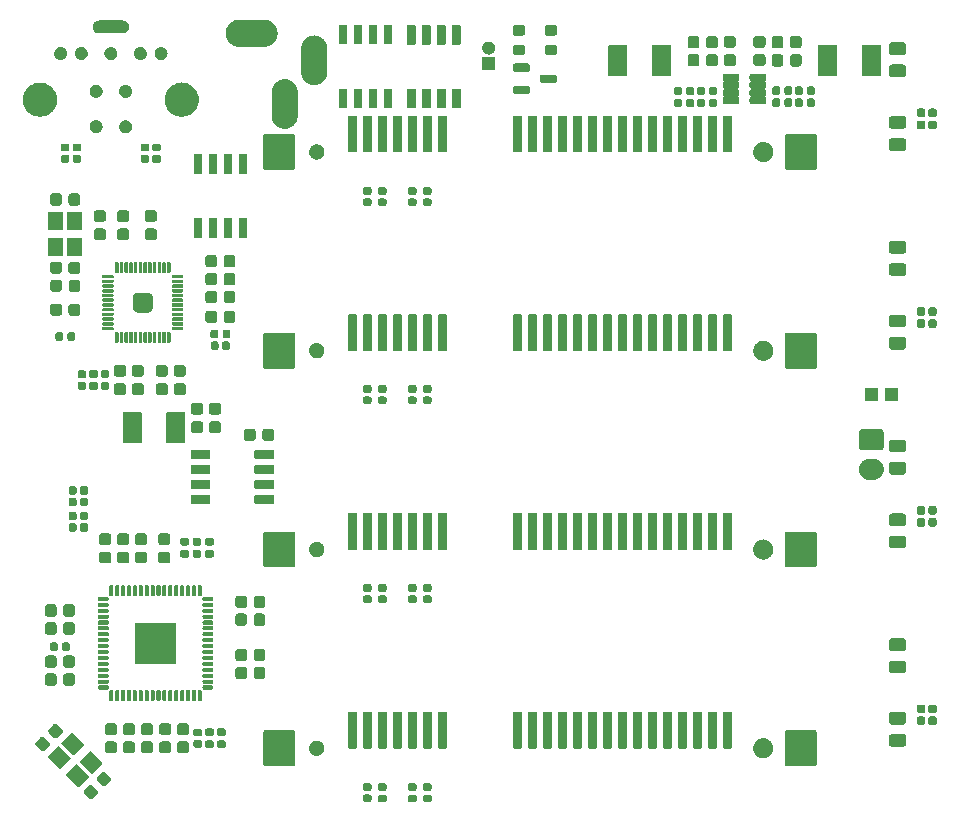
<source format=gts>
G04 Layer: BottomSilkscreenLayer*
G04 EasyEDA v6.5.25, 2024-03-23 21:11:36*

G04 Gerber Generator version 0.2*
G04 Scale: 100 percent, Rotated: No, Reflected: No *
G04 Dimensions in millimeters  *
G04 leading zeros omitted , absolute positions ,3 integer and 6 decimal *
%TF.GenerationSoftware,KiCad,Pcbnew,7.0.9*%
%TF.CreationDate,2025-01-01T13:08:25+08:00*%
%TF.ProjectId,ver0.1-rounded,76657230-2e31-42d7-926f-756e6465642e,rev?*%
%TF.SameCoordinates,Original*%
%TF.FileFunction,Soldermask,Top*%
%TF.FilePolarity,Negative*%
%FSLAX46Y46*%
G04 Gerber Fmt 4.6, Leading zero omitted, Abs format (unit mm)*
G04 Created by KiCad (PCBNEW 7.0.9) date 2025-01-01 13:08:25*
%MOMM*%
%LPD*%
G01*
G04 APERTURE LIST*
G04 APERTURE END LIST*
G36*
X137974796Y-133448121D02*
G01*
X137993068Y-133449746D01*
X137994385Y-133450122D01*
X137998321Y-133450525D01*
X138014322Y-133455827D01*
X138030285Y-133460395D01*
X138034066Y-133462370D01*
X138040197Y-133464402D01*
X138052602Y-133472053D01*
X138064315Y-133478172D01*
X138069882Y-133482711D01*
X138077745Y-133487561D01*
X138086199Y-133496015D01*
X138094068Y-133502431D01*
X138100483Y-133510299D01*
X138108939Y-133518755D01*
X138113788Y-133526617D01*
X138118327Y-133532184D01*
X138124443Y-133543892D01*
X138132098Y-133556303D01*
X138134130Y-133562435D01*
X138136104Y-133566214D01*
X138140667Y-133582162D01*
X138145975Y-133598179D01*
X138146377Y-133602118D01*
X138146753Y-133603431D01*
X138148371Y-133621637D01*
X138149900Y-133636600D01*
X138149900Y-133916600D01*
X138148370Y-133931572D01*
X138146753Y-133949768D01*
X138146377Y-133951079D01*
X138145975Y-133955021D01*
X138140665Y-133971044D01*
X138136104Y-133986985D01*
X138134131Y-133990761D01*
X138132098Y-133996897D01*
X138124440Y-134009312D01*
X138118327Y-134021015D01*
X138113791Y-134026577D01*
X138108939Y-134034445D01*
X138100479Y-134042904D01*
X138094068Y-134050768D01*
X138086204Y-134057179D01*
X138077745Y-134065639D01*
X138069877Y-134070491D01*
X138064315Y-134075027D01*
X138052612Y-134081140D01*
X138040197Y-134088798D01*
X138034061Y-134090831D01*
X138030285Y-134092804D01*
X138014344Y-134097365D01*
X137998321Y-134102675D01*
X137994379Y-134103077D01*
X137993068Y-134103453D01*
X137974868Y-134105070D01*
X137959900Y-134106600D01*
X137619900Y-134106600D01*
X137604934Y-134105071D01*
X137586731Y-134103453D01*
X137585418Y-134103077D01*
X137581479Y-134102675D01*
X137565462Y-134097367D01*
X137549514Y-134092804D01*
X137545735Y-134090830D01*
X137539603Y-134088798D01*
X137527192Y-134081143D01*
X137515484Y-134075027D01*
X137509917Y-134070488D01*
X137502055Y-134065639D01*
X137493599Y-134057183D01*
X137485731Y-134050768D01*
X137479315Y-134042899D01*
X137470861Y-134034445D01*
X137466011Y-134026582D01*
X137461472Y-134021015D01*
X137455353Y-134009302D01*
X137447702Y-133996897D01*
X137445670Y-133990766D01*
X137443695Y-133986985D01*
X137439127Y-133971022D01*
X137433825Y-133955021D01*
X137433422Y-133951085D01*
X137433046Y-133949768D01*
X137431421Y-133931493D01*
X137429900Y-133916600D01*
X137429900Y-133636600D01*
X137431421Y-133621709D01*
X137433046Y-133603431D01*
X137433423Y-133602113D01*
X137433825Y-133598179D01*
X137439125Y-133582184D01*
X137443695Y-133566214D01*
X137445671Y-133562430D01*
X137447702Y-133556303D01*
X137455349Y-133543903D01*
X137461472Y-133532184D01*
X137466014Y-133526612D01*
X137470861Y-133518755D01*
X137479310Y-133510305D01*
X137485731Y-133502431D01*
X137493605Y-133496010D01*
X137502055Y-133487561D01*
X137509912Y-133482714D01*
X137515484Y-133478172D01*
X137527203Y-133472049D01*
X137539603Y-133464402D01*
X137545730Y-133462371D01*
X137549514Y-133460395D01*
X137565484Y-133455825D01*
X137581479Y-133450525D01*
X137585413Y-133450123D01*
X137586731Y-133449746D01*
X137605013Y-133448120D01*
X137619900Y-133446600D01*
X137959900Y-133446600D01*
X137974796Y-133448121D01*
G37*
G36*
X140514796Y-133448121D02*
G01*
X140533068Y-133449746D01*
X140534385Y-133450122D01*
X140538321Y-133450525D01*
X140554322Y-133455827D01*
X140570285Y-133460395D01*
X140574066Y-133462370D01*
X140580197Y-133464402D01*
X140592602Y-133472053D01*
X140604315Y-133478172D01*
X140609882Y-133482711D01*
X140617745Y-133487561D01*
X140626199Y-133496015D01*
X140634068Y-133502431D01*
X140640483Y-133510299D01*
X140648939Y-133518755D01*
X140653788Y-133526617D01*
X140658327Y-133532184D01*
X140664443Y-133543892D01*
X140672098Y-133556303D01*
X140674130Y-133562435D01*
X140676104Y-133566214D01*
X140680667Y-133582162D01*
X140685975Y-133598179D01*
X140686377Y-133602118D01*
X140686753Y-133603431D01*
X140688371Y-133621637D01*
X140689900Y-133636600D01*
X140689900Y-133916600D01*
X140688370Y-133931572D01*
X140686753Y-133949768D01*
X140686377Y-133951079D01*
X140685975Y-133955021D01*
X140680665Y-133971044D01*
X140676104Y-133986985D01*
X140674131Y-133990761D01*
X140672098Y-133996897D01*
X140664440Y-134009312D01*
X140658327Y-134021015D01*
X140653791Y-134026577D01*
X140648939Y-134034445D01*
X140640479Y-134042904D01*
X140634068Y-134050768D01*
X140626204Y-134057179D01*
X140617745Y-134065639D01*
X140609877Y-134070491D01*
X140604315Y-134075027D01*
X140592612Y-134081140D01*
X140580197Y-134088798D01*
X140574061Y-134090831D01*
X140570285Y-134092804D01*
X140554344Y-134097365D01*
X140538321Y-134102675D01*
X140534379Y-134103077D01*
X140533068Y-134103453D01*
X140514868Y-134105070D01*
X140499900Y-134106600D01*
X140159900Y-134106600D01*
X140144934Y-134105071D01*
X140126731Y-134103453D01*
X140125418Y-134103077D01*
X140121479Y-134102675D01*
X140105462Y-134097367D01*
X140089514Y-134092804D01*
X140085735Y-134090830D01*
X140079603Y-134088798D01*
X140067192Y-134081143D01*
X140055484Y-134075027D01*
X140049917Y-134070488D01*
X140042055Y-134065639D01*
X140033599Y-134057183D01*
X140025731Y-134050768D01*
X140019315Y-134042899D01*
X140010861Y-134034445D01*
X140006011Y-134026582D01*
X140001472Y-134021015D01*
X139995353Y-134009302D01*
X139987702Y-133996897D01*
X139985670Y-133990766D01*
X139983695Y-133986985D01*
X139979127Y-133971022D01*
X139973825Y-133955021D01*
X139973422Y-133951085D01*
X139973046Y-133949768D01*
X139971421Y-133931493D01*
X139969900Y-133916600D01*
X139969900Y-133636600D01*
X139971421Y-133621709D01*
X139973046Y-133603431D01*
X139973423Y-133602113D01*
X139973825Y-133598179D01*
X139979125Y-133582184D01*
X139983695Y-133566214D01*
X139985671Y-133562430D01*
X139987702Y-133556303D01*
X139995349Y-133543903D01*
X140001472Y-133532184D01*
X140006014Y-133526612D01*
X140010861Y-133518755D01*
X140019310Y-133510305D01*
X140025731Y-133502431D01*
X140033605Y-133496010D01*
X140042055Y-133487561D01*
X140049912Y-133482714D01*
X140055484Y-133478172D01*
X140067203Y-133472049D01*
X140079603Y-133464402D01*
X140085730Y-133462371D01*
X140089514Y-133460395D01*
X140105484Y-133455825D01*
X140121479Y-133450525D01*
X140125413Y-133450123D01*
X140126731Y-133449746D01*
X140145013Y-133448120D01*
X140159900Y-133446600D01*
X140499900Y-133446600D01*
X140514796Y-133448121D01*
G37*
G36*
X141789896Y-133448121D02*
G01*
X141808168Y-133449746D01*
X141809485Y-133450122D01*
X141813421Y-133450525D01*
X141829422Y-133455827D01*
X141845385Y-133460395D01*
X141849166Y-133462370D01*
X141855297Y-133464402D01*
X141867702Y-133472053D01*
X141879415Y-133478172D01*
X141884982Y-133482711D01*
X141892845Y-133487561D01*
X141901299Y-133496015D01*
X141909168Y-133502431D01*
X141915583Y-133510299D01*
X141924039Y-133518755D01*
X141928888Y-133526617D01*
X141933427Y-133532184D01*
X141939543Y-133543892D01*
X141947198Y-133556303D01*
X141949230Y-133562435D01*
X141951204Y-133566214D01*
X141955767Y-133582162D01*
X141961075Y-133598179D01*
X141961477Y-133602118D01*
X141961853Y-133603431D01*
X141963471Y-133621637D01*
X141965000Y-133636600D01*
X141965000Y-133916600D01*
X141963470Y-133931572D01*
X141961853Y-133949768D01*
X141961477Y-133951079D01*
X141961075Y-133955021D01*
X141955765Y-133971044D01*
X141951204Y-133986985D01*
X141949231Y-133990761D01*
X141947198Y-133996897D01*
X141939540Y-134009312D01*
X141933427Y-134021015D01*
X141928891Y-134026577D01*
X141924039Y-134034445D01*
X141915579Y-134042904D01*
X141909168Y-134050768D01*
X141901304Y-134057179D01*
X141892845Y-134065639D01*
X141884977Y-134070491D01*
X141879415Y-134075027D01*
X141867712Y-134081140D01*
X141855297Y-134088798D01*
X141849161Y-134090831D01*
X141845385Y-134092804D01*
X141829444Y-134097365D01*
X141813421Y-134102675D01*
X141809479Y-134103077D01*
X141808168Y-134103453D01*
X141789968Y-134105070D01*
X141775000Y-134106600D01*
X141435000Y-134106600D01*
X141420034Y-134105071D01*
X141401831Y-134103453D01*
X141400518Y-134103077D01*
X141396579Y-134102675D01*
X141380562Y-134097367D01*
X141364614Y-134092804D01*
X141360835Y-134090830D01*
X141354703Y-134088798D01*
X141342292Y-134081143D01*
X141330584Y-134075027D01*
X141325017Y-134070488D01*
X141317155Y-134065639D01*
X141308699Y-134057183D01*
X141300831Y-134050768D01*
X141294415Y-134042899D01*
X141285961Y-134034445D01*
X141281111Y-134026582D01*
X141276572Y-134021015D01*
X141270453Y-134009302D01*
X141262802Y-133996897D01*
X141260770Y-133990766D01*
X141258795Y-133986985D01*
X141254227Y-133971022D01*
X141248925Y-133955021D01*
X141248522Y-133951085D01*
X141248146Y-133949768D01*
X141246521Y-133931493D01*
X141245000Y-133916600D01*
X141245000Y-133636600D01*
X141246521Y-133621709D01*
X141248146Y-133603431D01*
X141248523Y-133602113D01*
X141248925Y-133598179D01*
X141254225Y-133582184D01*
X141258795Y-133566214D01*
X141260771Y-133562430D01*
X141262802Y-133556303D01*
X141270449Y-133543903D01*
X141276572Y-133532184D01*
X141281114Y-133526612D01*
X141285961Y-133518755D01*
X141294410Y-133510305D01*
X141300831Y-133502431D01*
X141308705Y-133496010D01*
X141317155Y-133487561D01*
X141325012Y-133482714D01*
X141330584Y-133478172D01*
X141342303Y-133472049D01*
X141354703Y-133464402D01*
X141360830Y-133462371D01*
X141364614Y-133460395D01*
X141380584Y-133455825D01*
X141396579Y-133450525D01*
X141400513Y-133450123D01*
X141401831Y-133449746D01*
X141420113Y-133448120D01*
X141435000Y-133446600D01*
X141775000Y-133446600D01*
X141789896Y-133448121D01*
G37*
G36*
X136704796Y-133436841D02*
G01*
X136723068Y-133438466D01*
X136724385Y-133438842D01*
X136728321Y-133439245D01*
X136744322Y-133444547D01*
X136760285Y-133449115D01*
X136764066Y-133451090D01*
X136770197Y-133453122D01*
X136782602Y-133460773D01*
X136794315Y-133466892D01*
X136799882Y-133471431D01*
X136807745Y-133476281D01*
X136816199Y-133484735D01*
X136824068Y-133491151D01*
X136830483Y-133499019D01*
X136838939Y-133507475D01*
X136843788Y-133515337D01*
X136848327Y-133520904D01*
X136854443Y-133532612D01*
X136862098Y-133545023D01*
X136864130Y-133551155D01*
X136866104Y-133554934D01*
X136870667Y-133570882D01*
X136875975Y-133586899D01*
X136876377Y-133590838D01*
X136876753Y-133592151D01*
X136878371Y-133610357D01*
X136879900Y-133625320D01*
X136879900Y-133905320D01*
X136878370Y-133920292D01*
X136876753Y-133938488D01*
X136876377Y-133939799D01*
X136875975Y-133943741D01*
X136870665Y-133959764D01*
X136866104Y-133975705D01*
X136864131Y-133979481D01*
X136862098Y-133985617D01*
X136854440Y-133998032D01*
X136848327Y-134009735D01*
X136843791Y-134015297D01*
X136838939Y-134023165D01*
X136830479Y-134031624D01*
X136824068Y-134039488D01*
X136816204Y-134045899D01*
X136807745Y-134054359D01*
X136799877Y-134059211D01*
X136794315Y-134063747D01*
X136782612Y-134069860D01*
X136770197Y-134077518D01*
X136764061Y-134079551D01*
X136760285Y-134081524D01*
X136744344Y-134086085D01*
X136728321Y-134091395D01*
X136724379Y-134091797D01*
X136723068Y-134092173D01*
X136704868Y-134093790D01*
X136689900Y-134095320D01*
X136349900Y-134095320D01*
X136334934Y-134093791D01*
X136316731Y-134092173D01*
X136315418Y-134091797D01*
X136311479Y-134091395D01*
X136295462Y-134086087D01*
X136279514Y-134081524D01*
X136275735Y-134079550D01*
X136269603Y-134077518D01*
X136257192Y-134069863D01*
X136245484Y-134063747D01*
X136239917Y-134059208D01*
X136232055Y-134054359D01*
X136223599Y-134045903D01*
X136215731Y-134039488D01*
X136209315Y-134031619D01*
X136200861Y-134023165D01*
X136196011Y-134015302D01*
X136191472Y-134009735D01*
X136185353Y-133998022D01*
X136177702Y-133985617D01*
X136175670Y-133979486D01*
X136173695Y-133975705D01*
X136169127Y-133959742D01*
X136163825Y-133943741D01*
X136163422Y-133939805D01*
X136163046Y-133938488D01*
X136161421Y-133920213D01*
X136159900Y-133905320D01*
X136159900Y-133625320D01*
X136161421Y-133610429D01*
X136163046Y-133592151D01*
X136163423Y-133590833D01*
X136163825Y-133586899D01*
X136169125Y-133570904D01*
X136173695Y-133554934D01*
X136175671Y-133551150D01*
X136177702Y-133545023D01*
X136185349Y-133532623D01*
X136191472Y-133520904D01*
X136196014Y-133515332D01*
X136200861Y-133507475D01*
X136209310Y-133499025D01*
X136215731Y-133491151D01*
X136223605Y-133484730D01*
X136232055Y-133476281D01*
X136239912Y-133471434D01*
X136245484Y-133466892D01*
X136257203Y-133460769D01*
X136269603Y-133453122D01*
X136275730Y-133451091D01*
X136279514Y-133449115D01*
X136295484Y-133444545D01*
X136311479Y-133439245D01*
X136315413Y-133438843D01*
X136316731Y-133438466D01*
X136335013Y-133436840D01*
X136349900Y-133435320D01*
X136689900Y-133435320D01*
X136704796Y-133436841D01*
G37*
G36*
X113115536Y-132629289D02*
G01*
X113117678Y-132629289D01*
X113140645Y-132633716D01*
X113162658Y-132637597D01*
X113164771Y-132638366D01*
X113169014Y-132639184D01*
X113188987Y-132647179D01*
X113207679Y-132653983D01*
X113211518Y-132656199D01*
X113217549Y-132658614D01*
X113233897Y-132669120D01*
X113249162Y-132677934D01*
X113254235Y-132682191D01*
X113261531Y-132686880D01*
X113285992Y-132708590D01*
X113639545Y-133062143D01*
X113661255Y-133086604D01*
X113665943Y-133093899D01*
X113670200Y-133098972D01*
X113679009Y-133114230D01*
X113689521Y-133130586D01*
X113691936Y-133136618D01*
X113694151Y-133140455D01*
X113700948Y-133159130D01*
X113708951Y-133179121D01*
X113709769Y-133183367D01*
X113710537Y-133185476D01*
X113714414Y-133207467D01*
X113718846Y-133230457D01*
X113718846Y-133232597D01*
X113718854Y-133232643D01*
X113718854Y-133280552D01*
X113718846Y-133280597D01*
X113718846Y-133282738D01*
X113714412Y-133305738D01*
X113710537Y-133327718D01*
X113709770Y-133329824D01*
X113708951Y-133334075D01*
X113700940Y-133354085D01*
X113694151Y-133372739D01*
X113691938Y-133376570D01*
X113689521Y-133382610D01*
X113678998Y-133398982D01*
X113670202Y-133414218D01*
X113665951Y-133419283D01*
X113661255Y-133426591D01*
X113639545Y-133451052D01*
X113321347Y-133769250D01*
X113296886Y-133790960D01*
X113289579Y-133795655D01*
X113284513Y-133799907D01*
X113269277Y-133808703D01*
X113252905Y-133819226D01*
X113246865Y-133821643D01*
X113243034Y-133823856D01*
X113224380Y-133830645D01*
X113204370Y-133838656D01*
X113200119Y-133839475D01*
X113198013Y-133840242D01*
X113176033Y-133844117D01*
X113153033Y-133848551D01*
X113150892Y-133848551D01*
X113150847Y-133848559D01*
X113102939Y-133848559D01*
X113102894Y-133848551D01*
X113100752Y-133848551D01*
X113077757Y-133844118D01*
X113055771Y-133840242D01*
X113053662Y-133839474D01*
X113049416Y-133838656D01*
X113029425Y-133830653D01*
X113010750Y-133823856D01*
X113006913Y-133821641D01*
X113000881Y-133819226D01*
X112984525Y-133808714D01*
X112969267Y-133799905D01*
X112964195Y-133795649D01*
X112956899Y-133790960D01*
X112932438Y-133769250D01*
X112578885Y-133415697D01*
X112557175Y-133391236D01*
X112552487Y-133383941D01*
X112548229Y-133378867D01*
X112539415Y-133363602D01*
X112528909Y-133347254D01*
X112526494Y-133341223D01*
X112524278Y-133337384D01*
X112517474Y-133318692D01*
X112509479Y-133298719D01*
X112508661Y-133294476D01*
X112507892Y-133292363D01*
X112504011Y-133270350D01*
X112499584Y-133247383D01*
X112499584Y-133245241D01*
X112499576Y-133245196D01*
X112499576Y-133197287D01*
X112499584Y-133197241D01*
X112499584Y-133195102D01*
X112504008Y-133172144D01*
X112507892Y-133150121D01*
X112508661Y-133148007D01*
X112509479Y-133143765D01*
X112517474Y-133123791D01*
X112524278Y-133105100D01*
X112526494Y-133101260D01*
X112528909Y-133095230D01*
X112539415Y-133078881D01*
X112548227Y-133063621D01*
X112552484Y-133058547D01*
X112557175Y-133051249D01*
X112578885Y-133026788D01*
X112812777Y-132792896D01*
X112895538Y-132710134D01*
X112895544Y-132710128D01*
X112897083Y-132708590D01*
X112921544Y-132686880D01*
X112928840Y-132682190D01*
X112933916Y-132677932D01*
X112949176Y-132669120D01*
X112965525Y-132658614D01*
X112971555Y-132656199D01*
X112975395Y-132653983D01*
X112994086Y-132647179D01*
X113014060Y-132639184D01*
X113018302Y-132638366D01*
X113020416Y-132637597D01*
X113042434Y-132633714D01*
X113065397Y-132629289D01*
X113067538Y-132629289D01*
X113067583Y-132629281D01*
X113115491Y-132629281D01*
X113115536Y-132629289D01*
G37*
G36*
X137974796Y-132488121D02*
G01*
X137993068Y-132489746D01*
X137994385Y-132490122D01*
X137998321Y-132490525D01*
X138014322Y-132495827D01*
X138030285Y-132500395D01*
X138034066Y-132502370D01*
X138040197Y-132504402D01*
X138052602Y-132512053D01*
X138064315Y-132518172D01*
X138069882Y-132522711D01*
X138077745Y-132527561D01*
X138086199Y-132536015D01*
X138094068Y-132542431D01*
X138100483Y-132550299D01*
X138108939Y-132558755D01*
X138113788Y-132566617D01*
X138118327Y-132572184D01*
X138124443Y-132583892D01*
X138132098Y-132596303D01*
X138134130Y-132602435D01*
X138136104Y-132606214D01*
X138140667Y-132622162D01*
X138145975Y-132638179D01*
X138146377Y-132642118D01*
X138146753Y-132643431D01*
X138148371Y-132661637D01*
X138149900Y-132676600D01*
X138149900Y-132956600D01*
X138148370Y-132971572D01*
X138146753Y-132989768D01*
X138146377Y-132991079D01*
X138145975Y-132995021D01*
X138140665Y-133011044D01*
X138136104Y-133026985D01*
X138134131Y-133030761D01*
X138132098Y-133036897D01*
X138124440Y-133049312D01*
X138118327Y-133061015D01*
X138113791Y-133066577D01*
X138108939Y-133074445D01*
X138100479Y-133082904D01*
X138094068Y-133090768D01*
X138086204Y-133097179D01*
X138077745Y-133105639D01*
X138069877Y-133110491D01*
X138064315Y-133115027D01*
X138052612Y-133121140D01*
X138040197Y-133128798D01*
X138034061Y-133130831D01*
X138030285Y-133132804D01*
X138014344Y-133137365D01*
X137998321Y-133142675D01*
X137994379Y-133143077D01*
X137993068Y-133143453D01*
X137974868Y-133145070D01*
X137959900Y-133146600D01*
X137619900Y-133146600D01*
X137604934Y-133145071D01*
X137586731Y-133143453D01*
X137585418Y-133143077D01*
X137581479Y-133142675D01*
X137565462Y-133137367D01*
X137549514Y-133132804D01*
X137545735Y-133130830D01*
X137539603Y-133128798D01*
X137527192Y-133121143D01*
X137515484Y-133115027D01*
X137509917Y-133110488D01*
X137502055Y-133105639D01*
X137493599Y-133097183D01*
X137485731Y-133090768D01*
X137479315Y-133082899D01*
X137470861Y-133074445D01*
X137466011Y-133066582D01*
X137461472Y-133061015D01*
X137455353Y-133049302D01*
X137447702Y-133036897D01*
X137445670Y-133030766D01*
X137443695Y-133026985D01*
X137439127Y-133011022D01*
X137433825Y-132995021D01*
X137433422Y-132991085D01*
X137433046Y-132989768D01*
X137431421Y-132971493D01*
X137429900Y-132956600D01*
X137429900Y-132676600D01*
X137431421Y-132661709D01*
X137433046Y-132643431D01*
X137433423Y-132642113D01*
X137433825Y-132638179D01*
X137439125Y-132622184D01*
X137443695Y-132606214D01*
X137445671Y-132602430D01*
X137447702Y-132596303D01*
X137455349Y-132583903D01*
X137461472Y-132572184D01*
X137466014Y-132566612D01*
X137470861Y-132558755D01*
X137479310Y-132550305D01*
X137485731Y-132542431D01*
X137493605Y-132536010D01*
X137502055Y-132527561D01*
X137509912Y-132522714D01*
X137515484Y-132518172D01*
X137527203Y-132512049D01*
X137539603Y-132504402D01*
X137545730Y-132502371D01*
X137549514Y-132500395D01*
X137565484Y-132495825D01*
X137581479Y-132490525D01*
X137585413Y-132490123D01*
X137586731Y-132489746D01*
X137605013Y-132488120D01*
X137619900Y-132486600D01*
X137959900Y-132486600D01*
X137974796Y-132488121D01*
G37*
G36*
X140514796Y-132488121D02*
G01*
X140533068Y-132489746D01*
X140534385Y-132490122D01*
X140538321Y-132490525D01*
X140554322Y-132495827D01*
X140570285Y-132500395D01*
X140574066Y-132502370D01*
X140580197Y-132504402D01*
X140592602Y-132512053D01*
X140604315Y-132518172D01*
X140609882Y-132522711D01*
X140617745Y-132527561D01*
X140626199Y-132536015D01*
X140634068Y-132542431D01*
X140640483Y-132550299D01*
X140648939Y-132558755D01*
X140653788Y-132566617D01*
X140658327Y-132572184D01*
X140664443Y-132583892D01*
X140672098Y-132596303D01*
X140674130Y-132602435D01*
X140676104Y-132606214D01*
X140680667Y-132622162D01*
X140685975Y-132638179D01*
X140686377Y-132642118D01*
X140686753Y-132643431D01*
X140688371Y-132661637D01*
X140689900Y-132676600D01*
X140689900Y-132956600D01*
X140688370Y-132971572D01*
X140686753Y-132989768D01*
X140686377Y-132991079D01*
X140685975Y-132995021D01*
X140680665Y-133011044D01*
X140676104Y-133026985D01*
X140674131Y-133030761D01*
X140672098Y-133036897D01*
X140664440Y-133049312D01*
X140658327Y-133061015D01*
X140653791Y-133066577D01*
X140648939Y-133074445D01*
X140640479Y-133082904D01*
X140634068Y-133090768D01*
X140626204Y-133097179D01*
X140617745Y-133105639D01*
X140609877Y-133110491D01*
X140604315Y-133115027D01*
X140592612Y-133121140D01*
X140580197Y-133128798D01*
X140574061Y-133130831D01*
X140570285Y-133132804D01*
X140554344Y-133137365D01*
X140538321Y-133142675D01*
X140534379Y-133143077D01*
X140533068Y-133143453D01*
X140514868Y-133145070D01*
X140499900Y-133146600D01*
X140159900Y-133146600D01*
X140144934Y-133145071D01*
X140126731Y-133143453D01*
X140125418Y-133143077D01*
X140121479Y-133142675D01*
X140105462Y-133137367D01*
X140089514Y-133132804D01*
X140085735Y-133130830D01*
X140079603Y-133128798D01*
X140067192Y-133121143D01*
X140055484Y-133115027D01*
X140049917Y-133110488D01*
X140042055Y-133105639D01*
X140033599Y-133097183D01*
X140025731Y-133090768D01*
X140019315Y-133082899D01*
X140010861Y-133074445D01*
X140006011Y-133066582D01*
X140001472Y-133061015D01*
X139995353Y-133049302D01*
X139987702Y-133036897D01*
X139985670Y-133030766D01*
X139983695Y-133026985D01*
X139979127Y-133011022D01*
X139973825Y-132995021D01*
X139973422Y-132991085D01*
X139973046Y-132989768D01*
X139971421Y-132971493D01*
X139969900Y-132956600D01*
X139969900Y-132676600D01*
X139971421Y-132661709D01*
X139973046Y-132643431D01*
X139973423Y-132642113D01*
X139973825Y-132638179D01*
X139979125Y-132622184D01*
X139983695Y-132606214D01*
X139985671Y-132602430D01*
X139987702Y-132596303D01*
X139995349Y-132583903D01*
X140001472Y-132572184D01*
X140006014Y-132566612D01*
X140010861Y-132558755D01*
X140019310Y-132550305D01*
X140025731Y-132542431D01*
X140033605Y-132536010D01*
X140042055Y-132527561D01*
X140049912Y-132522714D01*
X140055484Y-132518172D01*
X140067203Y-132512049D01*
X140079603Y-132504402D01*
X140085730Y-132502371D01*
X140089514Y-132500395D01*
X140105484Y-132495825D01*
X140121479Y-132490525D01*
X140125413Y-132490123D01*
X140126731Y-132489746D01*
X140145013Y-132488120D01*
X140159900Y-132486600D01*
X140499900Y-132486600D01*
X140514796Y-132488121D01*
G37*
G36*
X141789896Y-132488121D02*
G01*
X141808168Y-132489746D01*
X141809485Y-132490122D01*
X141813421Y-132490525D01*
X141829422Y-132495827D01*
X141845385Y-132500395D01*
X141849166Y-132502370D01*
X141855297Y-132504402D01*
X141867702Y-132512053D01*
X141879415Y-132518172D01*
X141884982Y-132522711D01*
X141892845Y-132527561D01*
X141901299Y-132536015D01*
X141909168Y-132542431D01*
X141915583Y-132550299D01*
X141924039Y-132558755D01*
X141928888Y-132566617D01*
X141933427Y-132572184D01*
X141939543Y-132583892D01*
X141947198Y-132596303D01*
X141949230Y-132602435D01*
X141951204Y-132606214D01*
X141955767Y-132622162D01*
X141961075Y-132638179D01*
X141961477Y-132642118D01*
X141961853Y-132643431D01*
X141963471Y-132661637D01*
X141965000Y-132676600D01*
X141965000Y-132956600D01*
X141963470Y-132971572D01*
X141961853Y-132989768D01*
X141961477Y-132991079D01*
X141961075Y-132995021D01*
X141955765Y-133011044D01*
X141951204Y-133026985D01*
X141949231Y-133030761D01*
X141947198Y-133036897D01*
X141939540Y-133049312D01*
X141933427Y-133061015D01*
X141928891Y-133066577D01*
X141924039Y-133074445D01*
X141915579Y-133082904D01*
X141909168Y-133090768D01*
X141901304Y-133097179D01*
X141892845Y-133105639D01*
X141884977Y-133110491D01*
X141879415Y-133115027D01*
X141867712Y-133121140D01*
X141855297Y-133128798D01*
X141849161Y-133130831D01*
X141845385Y-133132804D01*
X141829444Y-133137365D01*
X141813421Y-133142675D01*
X141809479Y-133143077D01*
X141808168Y-133143453D01*
X141789968Y-133145070D01*
X141775000Y-133146600D01*
X141435000Y-133146600D01*
X141420034Y-133145071D01*
X141401831Y-133143453D01*
X141400518Y-133143077D01*
X141396579Y-133142675D01*
X141380562Y-133137367D01*
X141364614Y-133132804D01*
X141360835Y-133130830D01*
X141354703Y-133128798D01*
X141342292Y-133121143D01*
X141330584Y-133115027D01*
X141325017Y-133110488D01*
X141317155Y-133105639D01*
X141308699Y-133097183D01*
X141300831Y-133090768D01*
X141294415Y-133082899D01*
X141285961Y-133074445D01*
X141281111Y-133066582D01*
X141276572Y-133061015D01*
X141270453Y-133049302D01*
X141262802Y-133036897D01*
X141260770Y-133030766D01*
X141258795Y-133026985D01*
X141254227Y-133011022D01*
X141248925Y-132995021D01*
X141248522Y-132991085D01*
X141248146Y-132989768D01*
X141246521Y-132971493D01*
X141245000Y-132956600D01*
X141245000Y-132676600D01*
X141246521Y-132661709D01*
X141248146Y-132643431D01*
X141248523Y-132642113D01*
X141248925Y-132638179D01*
X141254225Y-132622184D01*
X141258795Y-132606214D01*
X141260771Y-132602430D01*
X141262802Y-132596303D01*
X141270449Y-132583903D01*
X141276572Y-132572184D01*
X141281114Y-132566612D01*
X141285961Y-132558755D01*
X141294410Y-132550305D01*
X141300831Y-132542431D01*
X141308705Y-132536010D01*
X141317155Y-132527561D01*
X141325012Y-132522714D01*
X141330584Y-132518172D01*
X141342303Y-132512049D01*
X141354703Y-132504402D01*
X141360830Y-132502371D01*
X141364614Y-132500395D01*
X141380584Y-132495825D01*
X141396579Y-132490525D01*
X141400513Y-132490123D01*
X141401831Y-132489746D01*
X141420113Y-132488120D01*
X141435000Y-132486600D01*
X141775000Y-132486600D01*
X141789896Y-132488121D01*
G37*
G36*
X136704796Y-132476841D02*
G01*
X136723068Y-132478466D01*
X136724385Y-132478842D01*
X136728321Y-132479245D01*
X136744322Y-132484547D01*
X136760285Y-132489115D01*
X136764066Y-132491090D01*
X136770197Y-132493122D01*
X136782602Y-132500773D01*
X136794315Y-132506892D01*
X136799882Y-132511431D01*
X136807745Y-132516281D01*
X136816199Y-132524735D01*
X136824068Y-132531151D01*
X136830483Y-132539019D01*
X136838939Y-132547475D01*
X136843788Y-132555337D01*
X136848327Y-132560904D01*
X136854443Y-132572612D01*
X136862098Y-132585023D01*
X136864130Y-132591155D01*
X136866104Y-132594934D01*
X136870667Y-132610882D01*
X136875975Y-132626899D01*
X136876377Y-132630838D01*
X136876753Y-132632151D01*
X136878371Y-132650357D01*
X136879900Y-132665320D01*
X136879900Y-132945320D01*
X136878370Y-132960292D01*
X136876753Y-132978488D01*
X136876377Y-132979799D01*
X136875975Y-132983741D01*
X136870665Y-132999764D01*
X136866104Y-133015705D01*
X136864131Y-133019481D01*
X136862098Y-133025617D01*
X136854440Y-133038032D01*
X136848327Y-133049735D01*
X136843791Y-133055297D01*
X136838939Y-133063165D01*
X136830479Y-133071624D01*
X136824068Y-133079488D01*
X136816204Y-133085899D01*
X136807745Y-133094359D01*
X136799877Y-133099211D01*
X136794315Y-133103747D01*
X136782612Y-133109860D01*
X136770197Y-133117518D01*
X136764061Y-133119551D01*
X136760285Y-133121524D01*
X136744344Y-133126085D01*
X136728321Y-133131395D01*
X136724379Y-133131797D01*
X136723068Y-133132173D01*
X136704868Y-133133790D01*
X136689900Y-133135320D01*
X136349900Y-133135320D01*
X136334934Y-133133791D01*
X136316731Y-133132173D01*
X136315418Y-133131797D01*
X136311479Y-133131395D01*
X136295462Y-133126087D01*
X136279514Y-133121524D01*
X136275735Y-133119550D01*
X136269603Y-133117518D01*
X136257192Y-133109863D01*
X136245484Y-133103747D01*
X136239917Y-133099208D01*
X136232055Y-133094359D01*
X136223599Y-133085903D01*
X136215731Y-133079488D01*
X136209315Y-133071619D01*
X136200861Y-133063165D01*
X136196011Y-133055302D01*
X136191472Y-133049735D01*
X136185353Y-133038022D01*
X136177702Y-133025617D01*
X136175670Y-133019486D01*
X136173695Y-133015705D01*
X136169127Y-132999742D01*
X136163825Y-132983741D01*
X136163422Y-132979805D01*
X136163046Y-132978488D01*
X136161421Y-132960213D01*
X136159900Y-132945320D01*
X136159900Y-132665320D01*
X136161421Y-132650429D01*
X136163046Y-132632151D01*
X136163423Y-132630833D01*
X136163825Y-132626899D01*
X136169125Y-132610904D01*
X136173695Y-132594934D01*
X136175671Y-132591150D01*
X136177702Y-132585023D01*
X136185349Y-132572623D01*
X136191472Y-132560904D01*
X136196014Y-132555332D01*
X136200861Y-132547475D01*
X136209310Y-132539025D01*
X136215731Y-132531151D01*
X136223605Y-132524730D01*
X136232055Y-132516281D01*
X136239912Y-132511434D01*
X136245484Y-132506892D01*
X136257203Y-132500769D01*
X136269603Y-132493122D01*
X136275730Y-132491091D01*
X136279514Y-132489115D01*
X136295484Y-132484545D01*
X136311479Y-132479245D01*
X136315413Y-132478843D01*
X136316731Y-132478466D01*
X136335013Y-132476840D01*
X136349900Y-132475320D01*
X136689900Y-132475320D01*
X136704796Y-132476841D01*
G37*
G36*
X111927927Y-130873075D02*
G01*
X111929465Y-130873075D01*
X111931891Y-130873863D01*
X111940876Y-130875650D01*
X111957097Y-130886489D01*
X112947046Y-131876438D01*
X112957885Y-131892659D01*
X112959671Y-131901641D01*
X112960460Y-131904069D01*
X112960460Y-131905608D01*
X112961690Y-131911794D01*
X112960460Y-131917979D01*
X112960460Y-131919518D01*
X112959671Y-131921945D01*
X112957885Y-131930928D01*
X112947046Y-131947149D01*
X112098518Y-132795677D01*
X112082297Y-132806516D01*
X112073314Y-132808302D01*
X112070887Y-132809091D01*
X112069348Y-132809091D01*
X112063163Y-132810321D01*
X112056977Y-132809091D01*
X112055439Y-132809091D01*
X112053013Y-132808302D01*
X112044028Y-132806516D01*
X112027807Y-132795677D01*
X111037858Y-131805728D01*
X111027019Y-131789507D01*
X111025232Y-131780523D01*
X111024444Y-131778096D01*
X111024444Y-131776557D01*
X111023214Y-131770372D01*
X111024444Y-131764186D01*
X111024444Y-131762647D01*
X111025233Y-131760217D01*
X111027019Y-131751238D01*
X111037858Y-131735017D01*
X111535614Y-131237261D01*
X111883605Y-130889269D01*
X111883608Y-130889266D01*
X111886386Y-130886489D01*
X111902607Y-130875650D01*
X111911588Y-130873863D01*
X111914017Y-130873075D01*
X111915556Y-130873075D01*
X111921741Y-130871845D01*
X111927927Y-130873075D01*
G37*
G36*
X114211552Y-131533273D02*
G01*
X114213694Y-131533273D01*
X114236661Y-131537700D01*
X114258674Y-131541581D01*
X114260787Y-131542350D01*
X114265030Y-131543168D01*
X114285003Y-131551163D01*
X114303695Y-131557967D01*
X114307534Y-131560183D01*
X114313565Y-131562598D01*
X114329913Y-131573104D01*
X114345178Y-131581918D01*
X114350251Y-131586175D01*
X114357547Y-131590864D01*
X114382008Y-131612574D01*
X114735561Y-131966127D01*
X114757271Y-131990588D01*
X114761959Y-131997883D01*
X114766216Y-132002956D01*
X114775025Y-132018214D01*
X114785537Y-132034570D01*
X114787952Y-132040602D01*
X114790167Y-132044439D01*
X114796964Y-132063114D01*
X114804967Y-132083105D01*
X114805785Y-132087351D01*
X114806553Y-132089460D01*
X114810430Y-132111451D01*
X114814862Y-132134441D01*
X114814862Y-132136581D01*
X114814870Y-132136627D01*
X114814870Y-132184536D01*
X114814862Y-132184581D01*
X114814862Y-132186722D01*
X114810428Y-132209722D01*
X114806553Y-132231702D01*
X114805786Y-132233808D01*
X114804967Y-132238059D01*
X114796956Y-132258069D01*
X114790167Y-132276723D01*
X114787954Y-132280554D01*
X114785537Y-132286594D01*
X114775014Y-132302966D01*
X114766218Y-132318202D01*
X114761967Y-132323267D01*
X114757271Y-132330575D01*
X114735561Y-132355036D01*
X114417363Y-132673234D01*
X114392902Y-132694944D01*
X114385595Y-132699639D01*
X114380529Y-132703891D01*
X114365293Y-132712687D01*
X114348921Y-132723210D01*
X114342881Y-132725627D01*
X114339050Y-132727840D01*
X114320396Y-132734629D01*
X114300386Y-132742640D01*
X114296135Y-132743459D01*
X114294029Y-132744226D01*
X114272049Y-132748101D01*
X114249049Y-132752535D01*
X114246908Y-132752535D01*
X114246863Y-132752543D01*
X114198955Y-132752543D01*
X114198910Y-132752535D01*
X114196768Y-132752535D01*
X114173773Y-132748102D01*
X114151787Y-132744226D01*
X114149678Y-132743458D01*
X114145432Y-132742640D01*
X114125441Y-132734637D01*
X114106766Y-132727840D01*
X114102929Y-132725625D01*
X114096897Y-132723210D01*
X114080541Y-132712698D01*
X114065283Y-132703889D01*
X114060211Y-132699633D01*
X114052915Y-132694944D01*
X114028454Y-132673234D01*
X113674901Y-132319681D01*
X113653191Y-132295220D01*
X113648503Y-132287925D01*
X113644245Y-132282851D01*
X113635431Y-132267586D01*
X113624925Y-132251238D01*
X113622510Y-132245207D01*
X113620294Y-132241368D01*
X113613490Y-132222676D01*
X113605495Y-132202703D01*
X113604677Y-132198460D01*
X113603908Y-132196347D01*
X113600027Y-132174334D01*
X113595600Y-132151367D01*
X113595600Y-132149225D01*
X113595592Y-132149180D01*
X113595592Y-132101271D01*
X113595600Y-132101225D01*
X113595600Y-132099086D01*
X113600024Y-132076128D01*
X113603908Y-132054105D01*
X113604677Y-132051991D01*
X113605495Y-132047749D01*
X113613490Y-132027775D01*
X113620294Y-132009084D01*
X113622510Y-132005244D01*
X113624925Y-131999214D01*
X113635431Y-131982865D01*
X113644243Y-131967605D01*
X113648500Y-131962531D01*
X113653191Y-131955233D01*
X113674901Y-131930772D01*
X113873434Y-131732239D01*
X113991554Y-131614118D01*
X113991560Y-131614112D01*
X113993099Y-131612574D01*
X114017560Y-131590864D01*
X114024856Y-131586174D01*
X114029932Y-131581916D01*
X114045192Y-131573104D01*
X114061541Y-131562598D01*
X114067571Y-131560183D01*
X114071411Y-131557967D01*
X114090102Y-131551163D01*
X114110076Y-131543168D01*
X114114318Y-131542350D01*
X114116432Y-131541581D01*
X114138450Y-131537698D01*
X114161413Y-131533273D01*
X114163554Y-131533273D01*
X114163599Y-131533265D01*
X114211507Y-131533265D01*
X114211552Y-131533273D01*
G37*
G36*
X113059298Y-129741704D02*
G01*
X113060836Y-129741704D01*
X113063262Y-129742492D01*
X113072247Y-129744279D01*
X113088468Y-129755118D01*
X114078417Y-130745067D01*
X114089256Y-130761288D01*
X114091042Y-130770270D01*
X114091831Y-130772698D01*
X114091831Y-130774237D01*
X114093061Y-130780423D01*
X114091831Y-130786608D01*
X114091831Y-130788147D01*
X114091042Y-130790574D01*
X114089256Y-130799557D01*
X114078417Y-130815778D01*
X113229889Y-131664306D01*
X113213668Y-131675145D01*
X113204685Y-131676931D01*
X113202258Y-131677720D01*
X113200719Y-131677720D01*
X113194534Y-131678950D01*
X113188348Y-131677720D01*
X113186810Y-131677720D01*
X113184384Y-131676931D01*
X113175399Y-131675145D01*
X113159178Y-131664306D01*
X112169229Y-130674357D01*
X112158390Y-130658136D01*
X112156603Y-130649152D01*
X112155815Y-130646725D01*
X112155815Y-130645186D01*
X112154585Y-130639001D01*
X112155815Y-130632815D01*
X112155815Y-130631276D01*
X112156604Y-130628846D01*
X112158390Y-130619867D01*
X112169229Y-130603646D01*
X112769266Y-130003609D01*
X113014976Y-129757898D01*
X113014979Y-129757895D01*
X113017757Y-129755118D01*
X113033978Y-129744279D01*
X113042959Y-129742492D01*
X113045388Y-129741704D01*
X113046927Y-129741704D01*
X113053112Y-129740474D01*
X113059298Y-129741704D01*
G37*
G36*
X110372292Y-129317440D02*
G01*
X110373830Y-129317440D01*
X110376256Y-129318228D01*
X110385241Y-129320015D01*
X110401462Y-129330854D01*
X111391411Y-130320803D01*
X111402250Y-130337024D01*
X111404036Y-130346006D01*
X111404825Y-130348434D01*
X111404825Y-130349973D01*
X111406055Y-130356159D01*
X111404825Y-130362344D01*
X111404825Y-130363883D01*
X111404036Y-130366310D01*
X111402250Y-130375293D01*
X111391411Y-130391514D01*
X110542883Y-131240042D01*
X110526662Y-131250881D01*
X110517679Y-131252667D01*
X110515252Y-131253456D01*
X110513713Y-131253456D01*
X110507528Y-131254686D01*
X110501342Y-131253456D01*
X110499804Y-131253456D01*
X110497378Y-131252667D01*
X110488393Y-131250881D01*
X110472172Y-131240042D01*
X109482223Y-130250093D01*
X109471384Y-130233872D01*
X109469597Y-130224888D01*
X109468809Y-130222461D01*
X109468809Y-130220922D01*
X109467579Y-130214737D01*
X109468809Y-130208551D01*
X109468809Y-130207012D01*
X109469598Y-130204582D01*
X109471384Y-130195603D01*
X109482223Y-130179382D01*
X110116466Y-129545139D01*
X110327970Y-129333634D01*
X110327973Y-129333631D01*
X110330751Y-129330854D01*
X110346972Y-129320015D01*
X110355953Y-129318228D01*
X110358382Y-129317440D01*
X110359921Y-129317440D01*
X110366106Y-129316210D01*
X110372292Y-129317440D01*
G37*
G36*
X130288435Y-128007692D02*
G01*
X130298606Y-128009031D01*
X130299669Y-128009471D01*
X130303840Y-128010132D01*
X130315035Y-128015836D01*
X130323105Y-128019179D01*
X130326088Y-128021468D01*
X130332274Y-128024620D01*
X130339125Y-128031471D01*
X130344140Y-128035319D01*
X130347987Y-128040333D01*
X130354840Y-128047186D01*
X130357992Y-128053372D01*
X130360280Y-128056354D01*
X130363620Y-128064418D01*
X130369328Y-128075620D01*
X130369988Y-128079792D01*
X130370428Y-128080853D01*
X130371762Y-128090992D01*
X130374320Y-128107140D01*
X130374320Y-130927140D01*
X130371761Y-130943292D01*
X130370428Y-130953426D01*
X130369989Y-130954485D01*
X130369328Y-130958660D01*
X130363618Y-130969865D01*
X130360280Y-130977925D01*
X130357993Y-130980904D01*
X130354840Y-130987094D01*
X130347984Y-130993949D01*
X130344140Y-130998960D01*
X130339129Y-131002804D01*
X130332274Y-131009660D01*
X130326084Y-131012813D01*
X130323105Y-131015100D01*
X130315045Y-131018438D01*
X130303840Y-131024148D01*
X130299665Y-131024809D01*
X130298606Y-131025248D01*
X130288472Y-131026581D01*
X130272320Y-131029140D01*
X127832320Y-131029140D01*
X127816172Y-131026582D01*
X127806033Y-131025248D01*
X127804972Y-131024808D01*
X127800800Y-131024148D01*
X127789598Y-131018440D01*
X127781534Y-131015100D01*
X127778552Y-131012812D01*
X127772366Y-131009660D01*
X127765513Y-131002807D01*
X127760499Y-130998960D01*
X127756651Y-130993945D01*
X127749800Y-130987094D01*
X127746648Y-130980908D01*
X127744359Y-130977925D01*
X127741016Y-130969855D01*
X127735312Y-130958660D01*
X127734651Y-130954489D01*
X127734211Y-130953426D01*
X127732872Y-130943255D01*
X127730320Y-130927140D01*
X127730320Y-128107140D01*
X127732871Y-128091029D01*
X127734211Y-128080853D01*
X127734651Y-128079788D01*
X127735312Y-128075620D01*
X127741014Y-128064428D01*
X127744359Y-128056354D01*
X127746649Y-128053368D01*
X127749800Y-128047186D01*
X127756647Y-128040338D01*
X127760499Y-128035319D01*
X127765518Y-128031467D01*
X127772366Y-128024620D01*
X127778548Y-128021469D01*
X127781534Y-128019179D01*
X127789608Y-128015834D01*
X127800800Y-128010132D01*
X127804968Y-128009471D01*
X127806033Y-128009031D01*
X127816209Y-128007691D01*
X127832320Y-128005140D01*
X130272320Y-128005140D01*
X130288435Y-128007692D01*
G37*
G36*
X174468435Y-128007692D02*
G01*
X174478606Y-128009031D01*
X174479669Y-128009471D01*
X174483840Y-128010132D01*
X174495035Y-128015836D01*
X174503105Y-128019179D01*
X174506088Y-128021468D01*
X174512274Y-128024620D01*
X174519125Y-128031471D01*
X174524140Y-128035319D01*
X174527987Y-128040333D01*
X174534840Y-128047186D01*
X174537992Y-128053372D01*
X174540280Y-128056354D01*
X174543620Y-128064418D01*
X174549328Y-128075620D01*
X174549988Y-128079792D01*
X174550428Y-128080853D01*
X174551762Y-128090992D01*
X174554320Y-128107140D01*
X174554320Y-130927140D01*
X174551761Y-130943292D01*
X174550428Y-130953426D01*
X174549989Y-130954485D01*
X174549328Y-130958660D01*
X174543618Y-130969865D01*
X174540280Y-130977925D01*
X174537993Y-130980904D01*
X174534840Y-130987094D01*
X174527984Y-130993949D01*
X174524140Y-130998960D01*
X174519129Y-131002804D01*
X174512274Y-131009660D01*
X174506084Y-131012813D01*
X174503105Y-131015100D01*
X174495045Y-131018438D01*
X174483840Y-131024148D01*
X174479665Y-131024809D01*
X174478606Y-131025248D01*
X174468472Y-131026581D01*
X174452320Y-131029140D01*
X172012320Y-131029140D01*
X171996172Y-131026582D01*
X171986033Y-131025248D01*
X171984972Y-131024808D01*
X171980800Y-131024148D01*
X171969598Y-131018440D01*
X171961534Y-131015100D01*
X171958552Y-131012812D01*
X171952366Y-131009660D01*
X171945513Y-131002807D01*
X171940499Y-130998960D01*
X171936651Y-130993945D01*
X171929800Y-130987094D01*
X171926648Y-130980908D01*
X171924359Y-130977925D01*
X171921016Y-130969855D01*
X171915312Y-130958660D01*
X171914651Y-130954489D01*
X171914211Y-130953426D01*
X171912872Y-130943255D01*
X171910320Y-130927140D01*
X171910320Y-128107140D01*
X171912871Y-128091029D01*
X171914211Y-128080853D01*
X171914651Y-128079788D01*
X171915312Y-128075620D01*
X171921014Y-128064428D01*
X171924359Y-128056354D01*
X171926649Y-128053368D01*
X171929800Y-128047186D01*
X171936647Y-128040338D01*
X171940499Y-128035319D01*
X171945518Y-128031467D01*
X171952366Y-128024620D01*
X171958548Y-128021469D01*
X171961534Y-128019179D01*
X171969608Y-128015834D01*
X171980800Y-128010132D01*
X171984968Y-128009471D01*
X171986033Y-128009031D01*
X171996209Y-128007691D01*
X172012320Y-128005140D01*
X174452320Y-128005140D01*
X174468435Y-128007692D01*
G37*
G36*
X170064821Y-128668387D02*
G01*
X170088338Y-128668387D01*
X170110205Y-128670764D01*
X170131161Y-128671863D01*
X170154950Y-128675630D01*
X170179835Y-128678337D01*
X170199841Y-128682740D01*
X170219029Y-128685780D01*
X170243800Y-128692417D01*
X170269719Y-128698123D01*
X170287687Y-128704177D01*
X170304962Y-128708806D01*
X170330352Y-128718552D01*
X170356937Y-128727510D01*
X170372775Y-128734837D01*
X170388021Y-128740690D01*
X170413643Y-128753745D01*
X170440467Y-128766155D01*
X170454109Y-128774363D01*
X170467284Y-128781076D01*
X170492710Y-128797588D01*
X170519329Y-128813604D01*
X170530802Y-128822326D01*
X170541894Y-128829529D01*
X170566670Y-128849592D01*
X170592598Y-128869302D01*
X170601950Y-128878160D01*
X170611032Y-128885515D01*
X170634698Y-128909181D01*
X170659416Y-128932595D01*
X170666770Y-128941253D01*
X170673944Y-128948427D01*
X170696016Y-128975684D01*
X170718999Y-129002742D01*
X170724517Y-129010881D01*
X170729925Y-129017559D01*
X170749882Y-129048291D01*
X170770649Y-129078919D01*
X170774546Y-129086271D01*
X170778386Y-129092183D01*
X170795799Y-129126357D01*
X170813759Y-129160234D01*
X170816265Y-129166523D01*
X170818769Y-129171438D01*
X170833162Y-129208932D01*
X170847825Y-129245734D01*
X170849225Y-129250778D01*
X170850653Y-129254497D01*
X170861570Y-129295242D01*
X170872447Y-129334415D01*
X170873045Y-129338065D01*
X170873679Y-129340430D01*
X170880685Y-129384667D01*
X170887337Y-129425239D01*
X170887454Y-129427403D01*
X170887596Y-129428298D01*
X170890269Y-129479331D01*
X170892320Y-129517140D01*
X170890269Y-129554960D01*
X170887596Y-129605981D01*
X170887454Y-129606874D01*
X170887337Y-129609041D01*
X170880680Y-129649640D01*
X170873679Y-129693849D01*
X170873045Y-129696211D01*
X170872447Y-129699865D01*
X170861563Y-129739065D01*
X170850653Y-129779782D01*
X170849226Y-129783497D01*
X170847825Y-129788546D01*
X170833151Y-129825373D01*
X170818769Y-129862841D01*
X170816266Y-129867752D01*
X170813759Y-129874046D01*
X170795801Y-129907917D01*
X170778383Y-129942104D01*
X170774540Y-129948021D01*
X170770649Y-129955361D01*
X170749904Y-129985956D01*
X170729930Y-130016714D01*
X170724521Y-130023393D01*
X170718999Y-130031538D01*
X170695999Y-130058614D01*
X170673944Y-130085852D01*
X170666776Y-130093019D01*
X170659416Y-130101685D01*
X170634679Y-130125116D01*
X170611032Y-130148764D01*
X170601957Y-130156112D01*
X170592598Y-130164978D01*
X170566650Y-130184703D01*
X170541894Y-130204750D01*
X170530811Y-130211947D01*
X170519329Y-130220676D01*
X170492689Y-130236704D01*
X170467284Y-130253203D01*
X170454120Y-130259909D01*
X170440467Y-130268125D01*
X170413622Y-130280544D01*
X170388021Y-130293589D01*
X170372788Y-130299436D01*
X170356937Y-130306770D01*
X170330331Y-130315734D01*
X170304962Y-130325473D01*
X170287701Y-130330097D01*
X170269719Y-130336157D01*
X170243779Y-130341866D01*
X170219029Y-130348499D01*
X170199857Y-130351535D01*
X170179835Y-130355943D01*
X170154930Y-130358651D01*
X170131161Y-130362416D01*
X170110222Y-130363513D01*
X170088338Y-130365893D01*
X170064802Y-130365893D01*
X170042320Y-130367071D01*
X170019838Y-130365893D01*
X169996302Y-130365893D01*
X169974417Y-130363513D01*
X169953478Y-130362416D01*
X169929706Y-130358650D01*
X169904805Y-130355943D01*
X169884785Y-130351536D01*
X169865610Y-130348499D01*
X169840854Y-130341865D01*
X169814921Y-130336157D01*
X169796942Y-130330099D01*
X169779677Y-130325473D01*
X169754300Y-130315731D01*
X169727703Y-130306770D01*
X169711856Y-130299438D01*
X169696618Y-130293589D01*
X169671006Y-130280539D01*
X169644173Y-130268125D01*
X169630524Y-130259913D01*
X169617355Y-130253203D01*
X169591936Y-130236695D01*
X169565311Y-130220676D01*
X169553834Y-130211951D01*
X169542745Y-130204750D01*
X169517973Y-130184690D01*
X169492042Y-130164978D01*
X169482688Y-130156117D01*
X169473607Y-130148764D01*
X169449941Y-130125098D01*
X169425224Y-130101685D01*
X169417869Y-130093026D01*
X169410695Y-130085852D01*
X169388618Y-130058589D01*
X169365641Y-130031538D01*
X169360123Y-130023400D01*
X169354709Y-130016714D01*
X169334712Y-129985921D01*
X169313991Y-129955361D01*
X169310104Y-129948029D01*
X169306256Y-129942104D01*
X169288812Y-129907869D01*
X169270881Y-129874046D01*
X169268376Y-129867761D01*
X169265870Y-129862841D01*
X169251461Y-129825305D01*
X169236815Y-129788546D01*
X169235415Y-129783507D01*
X169233986Y-129779782D01*
X169223048Y-129738962D01*
X169212193Y-129699865D01*
X169211595Y-129696221D01*
X169210960Y-129693849D01*
X169203929Y-129649460D01*
X169197303Y-129609041D01*
X169197186Y-129606884D01*
X169197043Y-129605981D01*
X169194340Y-129554412D01*
X169192320Y-129517140D01*
X169194340Y-129479879D01*
X169197043Y-129428298D01*
X169197186Y-129427394D01*
X169197303Y-129425239D01*
X169203924Y-129384847D01*
X169210960Y-129340430D01*
X169211596Y-129338056D01*
X169212193Y-129334415D01*
X169223040Y-129295345D01*
X169233986Y-129254497D01*
X169235416Y-129250769D01*
X169236815Y-129245734D01*
X169251450Y-129209001D01*
X169265870Y-129171438D01*
X169268378Y-129166514D01*
X169270881Y-129160234D01*
X169288815Y-129126406D01*
X169306253Y-129092183D01*
X169310097Y-129086262D01*
X169313991Y-129078919D01*
X169334733Y-129048326D01*
X169354714Y-129017559D01*
X169360127Y-129010874D01*
X169365641Y-129002742D01*
X169388602Y-128975709D01*
X169410695Y-128948427D01*
X169417874Y-128941247D01*
X169425224Y-128932595D01*
X169449922Y-128909199D01*
X169473607Y-128885515D01*
X169482695Y-128878155D01*
X169492042Y-128869302D01*
X169517955Y-128849603D01*
X169542739Y-128829534D01*
X169553831Y-128822330D01*
X169565311Y-128813604D01*
X169591953Y-128797573D01*
X169617363Y-128781073D01*
X169630525Y-128774366D01*
X169644173Y-128766155D01*
X169670992Y-128753746D01*
X169696618Y-128740690D01*
X169711868Y-128734835D01*
X169727703Y-128727510D01*
X169754279Y-128718555D01*
X169779677Y-128708806D01*
X169796956Y-128704175D01*
X169814921Y-128698123D01*
X169840833Y-128692418D01*
X169865610Y-128685780D01*
X169884801Y-128682740D01*
X169904805Y-128678337D01*
X169929686Y-128675631D01*
X169953478Y-128671863D01*
X169974435Y-128670764D01*
X169996302Y-128668387D01*
X170019818Y-128668387D01*
X170042320Y-128667208D01*
X170064821Y-128668387D01*
G37*
G36*
X132262025Y-128868423D02*
G01*
X132283134Y-128868423D01*
X132302532Y-128870873D01*
X132320659Y-128871970D01*
X132341613Y-128875810D01*
X132364118Y-128878653D01*
X132381553Y-128883129D01*
X132397854Y-128886117D01*
X132419693Y-128892922D01*
X132443181Y-128898953D01*
X132458461Y-128905002D01*
X132472781Y-128909465D01*
X132495081Y-128919501D01*
X132519077Y-128929002D01*
X132532105Y-128936164D01*
X132544349Y-128941675D01*
X132566650Y-128955156D01*
X132590607Y-128968327D01*
X132601354Y-128976135D01*
X132611511Y-128982275D01*
X132633278Y-128999328D01*
X132656646Y-129016306D01*
X132665195Y-129024334D01*
X132673282Y-129030670D01*
X132693930Y-129051318D01*
X132716150Y-129072184D01*
X132722634Y-129080022D01*
X132728789Y-129086177D01*
X132747808Y-129110453D01*
X132768181Y-129135080D01*
X132772779Y-129142326D01*
X132777184Y-129147948D01*
X132793981Y-129175735D01*
X132811919Y-129204000D01*
X132814909Y-129210354D01*
X132817784Y-129215110D01*
X132831760Y-129246163D01*
X132846675Y-129277859D01*
X132848362Y-129283053D01*
X132849994Y-129286678D01*
X132860618Y-129320773D01*
X132871899Y-129355492D01*
X132872628Y-129359314D01*
X132873342Y-129361605D01*
X132880101Y-129398490D01*
X132887195Y-129435673D01*
X132887340Y-129437991D01*
X132887489Y-129438800D01*
X132889924Y-129479063D01*
X132892320Y-129517140D01*
X132889923Y-129555228D01*
X132887489Y-129595479D01*
X132887340Y-129596286D01*
X132887195Y-129598607D01*
X132880097Y-129635814D01*
X132873342Y-129672674D01*
X132872628Y-129674963D01*
X132871899Y-129678788D01*
X132860610Y-129713529D01*
X132849994Y-129747601D01*
X132848363Y-129751222D01*
X132846675Y-129756421D01*
X132831749Y-129788138D01*
X132817784Y-129819169D01*
X132814911Y-129823921D01*
X132811919Y-129830280D01*
X132793968Y-129858564D01*
X132777184Y-129886331D01*
X132772783Y-129891948D01*
X132768181Y-129899200D01*
X132747793Y-129923844D01*
X132728789Y-129948102D01*
X132722638Y-129954252D01*
X132716150Y-129962096D01*
X132693913Y-129982977D01*
X132673282Y-130003609D01*
X132665202Y-130009939D01*
X132656646Y-130017974D01*
X132633260Y-130034963D01*
X132611511Y-130052004D01*
X132601362Y-130058138D01*
X132590607Y-130065953D01*
X132566632Y-130079133D01*
X132544349Y-130092604D01*
X132532115Y-130098109D01*
X132519077Y-130105278D01*
X132495063Y-130114785D01*
X132472781Y-130124814D01*
X132458473Y-130129272D01*
X132443181Y-130135327D01*
X132419675Y-130141362D01*
X132397854Y-130148162D01*
X132381567Y-130151146D01*
X132364118Y-130155627D01*
X132341596Y-130158471D01*
X132320659Y-130162309D01*
X132302548Y-130163404D01*
X132283134Y-130165857D01*
X132262008Y-130165857D01*
X132242320Y-130167048D01*
X132222632Y-130165857D01*
X132201506Y-130165857D01*
X132182092Y-130163404D01*
X132163980Y-130162309D01*
X132143040Y-130158471D01*
X132120522Y-130155627D01*
X132103075Y-130151147D01*
X132086785Y-130148162D01*
X132064958Y-130141360D01*
X132041459Y-130135327D01*
X132026170Y-130129273D01*
X132011858Y-130124814D01*
X131989568Y-130114782D01*
X131965563Y-130105278D01*
X131952528Y-130098112D01*
X131940290Y-130092604D01*
X131917996Y-130079127D01*
X131894033Y-130065953D01*
X131883282Y-130058142D01*
X131873128Y-130052004D01*
X131851365Y-130034953D01*
X131827994Y-130017974D01*
X131819442Y-130009943D01*
X131811357Y-130003609D01*
X131790709Y-129982961D01*
X131768490Y-129962096D01*
X131762005Y-129954257D01*
X131755850Y-129948102D01*
X131736827Y-129923821D01*
X131716459Y-129899200D01*
X131711861Y-129891955D01*
X131707455Y-129886331D01*
X131690650Y-129858531D01*
X131672721Y-129830280D01*
X131669732Y-129823928D01*
X131666855Y-129819169D01*
X131652867Y-129788089D01*
X131637965Y-129756421D01*
X131636278Y-129751230D01*
X131634645Y-129747601D01*
X131624004Y-129713454D01*
X131612741Y-129678788D01*
X131612012Y-129674971D01*
X131611297Y-129672674D01*
X131604517Y-129635680D01*
X131597445Y-129598607D01*
X131597299Y-129596295D01*
X131597150Y-129595479D01*
X131594690Y-129554814D01*
X131592320Y-129517140D01*
X131594689Y-129479477D01*
X131597150Y-129438800D01*
X131597299Y-129437983D01*
X131597445Y-129435673D01*
X131604512Y-129398623D01*
X131611297Y-129361605D01*
X131612013Y-129359305D01*
X131612741Y-129355492D01*
X131623997Y-129320848D01*
X131634645Y-129286678D01*
X131636279Y-129283045D01*
X131637965Y-129277859D01*
X131652856Y-129246212D01*
X131666855Y-129215110D01*
X131669734Y-129210346D01*
X131672721Y-129204000D01*
X131690637Y-129175768D01*
X131707455Y-129147948D01*
X131711864Y-129142319D01*
X131716459Y-129135080D01*
X131736812Y-129110476D01*
X131755850Y-129086177D01*
X131762010Y-129080016D01*
X131768490Y-129072184D01*
X131790693Y-129051333D01*
X131811357Y-129030670D01*
X131819449Y-129024330D01*
X131827994Y-129016306D01*
X131851347Y-128999338D01*
X131873128Y-128982275D01*
X131883290Y-128976131D01*
X131894033Y-128968327D01*
X131917978Y-128955162D01*
X131940290Y-128941675D01*
X131952538Y-128936162D01*
X131965563Y-128929002D01*
X131989549Y-128919505D01*
X132011858Y-128909465D01*
X132026182Y-128905001D01*
X132041459Y-128898953D01*
X132064940Y-128892923D01*
X132086785Y-128886117D01*
X132103088Y-128883129D01*
X132120522Y-128878653D01*
X132143023Y-128875810D01*
X132163980Y-128871970D01*
X132182107Y-128870873D01*
X132201506Y-128868423D01*
X132222615Y-128868423D01*
X132242320Y-128867231D01*
X132262025Y-128868423D01*
G37*
G36*
X111503663Y-128186069D02*
G01*
X111505201Y-128186069D01*
X111507627Y-128186857D01*
X111516612Y-128188644D01*
X111532833Y-128199483D01*
X112522782Y-129189432D01*
X112533621Y-129205653D01*
X112535407Y-129214635D01*
X112536196Y-129217063D01*
X112536196Y-129218602D01*
X112537426Y-129224788D01*
X112536196Y-129230973D01*
X112536196Y-129232512D01*
X112535407Y-129234939D01*
X112533621Y-129243922D01*
X112522782Y-129260143D01*
X111674254Y-130108671D01*
X111658033Y-130119510D01*
X111649050Y-130121296D01*
X111646623Y-130122085D01*
X111645084Y-130122085D01*
X111638899Y-130123315D01*
X111632713Y-130122085D01*
X111631175Y-130122085D01*
X111628749Y-130121296D01*
X111619764Y-130119510D01*
X111603543Y-130108671D01*
X110613594Y-129118722D01*
X110602755Y-129102501D01*
X110600968Y-129093517D01*
X110600180Y-129091090D01*
X110600180Y-129089551D01*
X110598950Y-129083366D01*
X110600180Y-129077180D01*
X110600180Y-129075641D01*
X110600969Y-129073211D01*
X110602755Y-129064232D01*
X110613594Y-129048011D01*
X111238266Y-128423339D01*
X111459341Y-128202263D01*
X111459344Y-128202260D01*
X111462122Y-128199483D01*
X111478343Y-128188644D01*
X111487324Y-128186857D01*
X111489753Y-128186069D01*
X111491292Y-128186069D01*
X111497477Y-128184839D01*
X111503663Y-128186069D01*
G37*
G36*
X115100808Y-128944665D02*
G01*
X115109277Y-128946507D01*
X115115882Y-128947085D01*
X115132913Y-128951649D01*
X115151894Y-128955778D01*
X115157868Y-128958336D01*
X115162147Y-128959483D01*
X115180155Y-128967880D01*
X115199953Y-128976358D01*
X115203533Y-128978781D01*
X115205566Y-128979729D01*
X115223852Y-128992533D01*
X115243250Y-129005662D01*
X115244764Y-129007176D01*
X115244801Y-129007202D01*
X115278677Y-129041078D01*
X115278702Y-129041114D01*
X115280218Y-129042630D01*
X115293355Y-129062040D01*
X115306150Y-129080313D01*
X115307097Y-129082344D01*
X115309522Y-129085927D01*
X115318005Y-129105738D01*
X115326396Y-129123732D01*
X115327541Y-129128006D01*
X115330102Y-129133986D01*
X115334234Y-129152984D01*
X115338794Y-129169998D01*
X115339371Y-129176595D01*
X115341215Y-129185072D01*
X115343160Y-129217720D01*
X115343160Y-129667720D01*
X115341215Y-129700368D01*
X115339370Y-129708844D01*
X115338794Y-129715442D01*
X115334235Y-129732453D01*
X115330102Y-129751454D01*
X115327540Y-129757434D01*
X115326396Y-129761707D01*
X115318011Y-129779689D01*
X115309522Y-129799513D01*
X115307095Y-129803097D01*
X115306150Y-129805126D01*
X115293375Y-129823369D01*
X115280218Y-129842810D01*
X115278700Y-129844327D01*
X115278677Y-129844361D01*
X115244801Y-129878237D01*
X115244767Y-129878260D01*
X115243250Y-129879778D01*
X115223809Y-129892935D01*
X115205566Y-129905710D01*
X115203537Y-129906655D01*
X115199953Y-129909082D01*
X115180129Y-129917571D01*
X115162147Y-129925956D01*
X115157875Y-129927100D01*
X115151894Y-129929662D01*
X115132890Y-129933795D01*
X115115881Y-129938354D01*
X115109285Y-129938930D01*
X115100808Y-129940775D01*
X115068160Y-129942720D01*
X114568160Y-129942720D01*
X114535512Y-129940775D01*
X114527035Y-129938931D01*
X114520437Y-129938354D01*
X114503420Y-129933794D01*
X114484426Y-129929662D01*
X114478446Y-129927101D01*
X114474172Y-129925956D01*
X114456178Y-129917565D01*
X114436367Y-129909082D01*
X114432784Y-129906657D01*
X114430753Y-129905710D01*
X114412480Y-129892915D01*
X114393070Y-129879778D01*
X114391554Y-129878262D01*
X114391518Y-129878237D01*
X114357642Y-129844361D01*
X114357616Y-129844324D01*
X114356102Y-129842810D01*
X114342973Y-129823412D01*
X114330169Y-129805126D01*
X114329221Y-129803093D01*
X114326798Y-129799513D01*
X114318320Y-129779715D01*
X114309923Y-129761707D01*
X114308776Y-129757428D01*
X114306218Y-129751454D01*
X114302088Y-129732470D01*
X114297525Y-129715441D01*
X114296947Y-129708837D01*
X114295105Y-129700368D01*
X114293160Y-129667720D01*
X114293160Y-129217720D01*
X114295105Y-129185072D01*
X114296947Y-129176603D01*
X114297525Y-129169997D01*
X114302090Y-129152961D01*
X114306218Y-129133986D01*
X114308775Y-129128012D01*
X114309923Y-129123732D01*
X114318325Y-129105712D01*
X114326798Y-129085927D01*
X114329219Y-129082349D01*
X114330169Y-129080313D01*
X114342993Y-129061997D01*
X114356102Y-129042630D01*
X114357613Y-129041118D01*
X114357642Y-129041078D01*
X114391518Y-129007202D01*
X114391558Y-129007173D01*
X114393070Y-129005662D01*
X114412437Y-128992553D01*
X114430753Y-128979729D01*
X114432789Y-128978779D01*
X114436367Y-128976358D01*
X114456152Y-128967885D01*
X114474172Y-128959483D01*
X114478452Y-128958335D01*
X114484426Y-128955778D01*
X114503404Y-128951649D01*
X114520438Y-128947085D01*
X114527043Y-128946507D01*
X114535512Y-128944665D01*
X114568160Y-128942720D01*
X115068160Y-128942720D01*
X115100808Y-128944665D01*
G37*
G36*
X116624808Y-128944665D02*
G01*
X116633277Y-128946507D01*
X116639882Y-128947085D01*
X116656913Y-128951649D01*
X116675894Y-128955778D01*
X116681868Y-128958336D01*
X116686147Y-128959483D01*
X116704155Y-128967880D01*
X116723953Y-128976358D01*
X116727533Y-128978781D01*
X116729566Y-128979729D01*
X116747852Y-128992533D01*
X116767250Y-129005662D01*
X116768764Y-129007176D01*
X116768801Y-129007202D01*
X116802677Y-129041078D01*
X116802702Y-129041114D01*
X116804218Y-129042630D01*
X116817355Y-129062040D01*
X116830150Y-129080313D01*
X116831097Y-129082344D01*
X116833522Y-129085927D01*
X116842005Y-129105738D01*
X116850396Y-129123732D01*
X116851541Y-129128006D01*
X116854102Y-129133986D01*
X116858234Y-129152984D01*
X116862794Y-129169998D01*
X116863371Y-129176595D01*
X116865215Y-129185072D01*
X116867160Y-129217720D01*
X116867160Y-129667720D01*
X116865215Y-129700368D01*
X116863370Y-129708844D01*
X116862794Y-129715442D01*
X116858235Y-129732453D01*
X116854102Y-129751454D01*
X116851540Y-129757434D01*
X116850396Y-129761707D01*
X116842011Y-129779689D01*
X116833522Y-129799513D01*
X116831095Y-129803097D01*
X116830150Y-129805126D01*
X116817375Y-129823369D01*
X116804218Y-129842810D01*
X116802700Y-129844327D01*
X116802677Y-129844361D01*
X116768801Y-129878237D01*
X116768767Y-129878260D01*
X116767250Y-129879778D01*
X116747809Y-129892935D01*
X116729566Y-129905710D01*
X116727537Y-129906655D01*
X116723953Y-129909082D01*
X116704129Y-129917571D01*
X116686147Y-129925956D01*
X116681875Y-129927100D01*
X116675894Y-129929662D01*
X116656890Y-129933795D01*
X116639881Y-129938354D01*
X116633285Y-129938930D01*
X116624808Y-129940775D01*
X116592160Y-129942720D01*
X116092160Y-129942720D01*
X116059512Y-129940775D01*
X116051035Y-129938931D01*
X116044437Y-129938354D01*
X116027420Y-129933794D01*
X116008426Y-129929662D01*
X116002446Y-129927101D01*
X115998172Y-129925956D01*
X115980178Y-129917565D01*
X115960367Y-129909082D01*
X115956784Y-129906657D01*
X115954753Y-129905710D01*
X115936480Y-129892915D01*
X115917070Y-129879778D01*
X115915554Y-129878262D01*
X115915518Y-129878237D01*
X115881642Y-129844361D01*
X115881616Y-129844324D01*
X115880102Y-129842810D01*
X115866973Y-129823412D01*
X115854169Y-129805126D01*
X115853221Y-129803093D01*
X115850798Y-129799513D01*
X115842320Y-129779715D01*
X115833923Y-129761707D01*
X115832776Y-129757428D01*
X115830218Y-129751454D01*
X115826088Y-129732470D01*
X115821525Y-129715441D01*
X115820947Y-129708837D01*
X115819105Y-129700368D01*
X115817160Y-129667720D01*
X115817160Y-129217720D01*
X115819105Y-129185072D01*
X115820947Y-129176603D01*
X115821525Y-129169997D01*
X115826090Y-129152961D01*
X115830218Y-129133986D01*
X115832775Y-129128012D01*
X115833923Y-129123732D01*
X115842325Y-129105712D01*
X115850798Y-129085927D01*
X115853219Y-129082349D01*
X115854169Y-129080313D01*
X115866993Y-129061997D01*
X115880102Y-129042630D01*
X115881613Y-129041118D01*
X115881642Y-129041078D01*
X115915518Y-129007202D01*
X115915558Y-129007173D01*
X115917070Y-129005662D01*
X115936437Y-128992553D01*
X115954753Y-128979729D01*
X115956789Y-128978779D01*
X115960367Y-128976358D01*
X115980152Y-128967885D01*
X115998172Y-128959483D01*
X116002452Y-128958335D01*
X116008426Y-128955778D01*
X116027404Y-128951649D01*
X116044438Y-128947085D01*
X116051043Y-128946507D01*
X116059512Y-128944665D01*
X116092160Y-128942720D01*
X116592160Y-128942720D01*
X116624808Y-128944665D01*
G37*
G36*
X118151348Y-128944665D02*
G01*
X118159817Y-128946507D01*
X118166422Y-128947085D01*
X118183453Y-128951649D01*
X118202434Y-128955778D01*
X118208408Y-128958336D01*
X118212687Y-128959483D01*
X118230695Y-128967880D01*
X118250493Y-128976358D01*
X118254073Y-128978781D01*
X118256106Y-128979729D01*
X118274392Y-128992533D01*
X118293790Y-129005662D01*
X118295304Y-129007176D01*
X118295341Y-129007202D01*
X118329217Y-129041078D01*
X118329242Y-129041114D01*
X118330758Y-129042630D01*
X118343895Y-129062040D01*
X118356690Y-129080313D01*
X118357637Y-129082344D01*
X118360062Y-129085927D01*
X118368545Y-129105738D01*
X118376936Y-129123732D01*
X118378081Y-129128006D01*
X118380642Y-129133986D01*
X118384774Y-129152984D01*
X118389334Y-129169998D01*
X118389911Y-129176595D01*
X118391755Y-129185072D01*
X118393700Y-129217720D01*
X118393700Y-129667720D01*
X118391755Y-129700368D01*
X118389910Y-129708844D01*
X118389334Y-129715442D01*
X118384775Y-129732453D01*
X118380642Y-129751454D01*
X118378080Y-129757434D01*
X118376936Y-129761707D01*
X118368551Y-129779689D01*
X118360062Y-129799513D01*
X118357635Y-129803097D01*
X118356690Y-129805126D01*
X118343915Y-129823369D01*
X118330758Y-129842810D01*
X118329240Y-129844327D01*
X118329217Y-129844361D01*
X118295341Y-129878237D01*
X118295307Y-129878260D01*
X118293790Y-129879778D01*
X118274349Y-129892935D01*
X118256106Y-129905710D01*
X118254077Y-129906655D01*
X118250493Y-129909082D01*
X118230669Y-129917571D01*
X118212687Y-129925956D01*
X118208415Y-129927100D01*
X118202434Y-129929662D01*
X118183430Y-129933795D01*
X118166421Y-129938354D01*
X118159825Y-129938930D01*
X118151348Y-129940775D01*
X118118700Y-129942720D01*
X117618700Y-129942720D01*
X117586052Y-129940775D01*
X117577575Y-129938931D01*
X117570977Y-129938354D01*
X117553960Y-129933794D01*
X117534966Y-129929662D01*
X117528986Y-129927101D01*
X117524712Y-129925956D01*
X117506718Y-129917565D01*
X117486907Y-129909082D01*
X117483324Y-129906657D01*
X117481293Y-129905710D01*
X117463020Y-129892915D01*
X117443610Y-129879778D01*
X117442094Y-129878262D01*
X117442058Y-129878237D01*
X117408182Y-129844361D01*
X117408156Y-129844324D01*
X117406642Y-129842810D01*
X117393513Y-129823412D01*
X117380709Y-129805126D01*
X117379761Y-129803093D01*
X117377338Y-129799513D01*
X117368860Y-129779715D01*
X117360463Y-129761707D01*
X117359316Y-129757428D01*
X117356758Y-129751454D01*
X117352628Y-129732470D01*
X117348065Y-129715441D01*
X117347487Y-129708837D01*
X117345645Y-129700368D01*
X117343700Y-129667720D01*
X117343700Y-129217720D01*
X117345645Y-129185072D01*
X117347487Y-129176603D01*
X117348065Y-129169997D01*
X117352630Y-129152961D01*
X117356758Y-129133986D01*
X117359315Y-129128012D01*
X117360463Y-129123732D01*
X117368865Y-129105712D01*
X117377338Y-129085927D01*
X117379759Y-129082349D01*
X117380709Y-129080313D01*
X117393533Y-129061997D01*
X117406642Y-129042630D01*
X117408153Y-129041118D01*
X117408182Y-129041078D01*
X117442058Y-129007202D01*
X117442098Y-129007173D01*
X117443610Y-129005662D01*
X117462977Y-128992553D01*
X117481293Y-128979729D01*
X117483329Y-128978779D01*
X117486907Y-128976358D01*
X117506692Y-128967885D01*
X117524712Y-128959483D01*
X117528992Y-128958335D01*
X117534966Y-128955778D01*
X117553944Y-128951649D01*
X117570978Y-128947085D01*
X117577583Y-128946507D01*
X117586052Y-128944665D01*
X117618700Y-128942720D01*
X118118700Y-128942720D01*
X118151348Y-128944665D01*
G37*
G36*
X119682968Y-128944665D02*
G01*
X119691437Y-128946507D01*
X119698042Y-128947085D01*
X119715073Y-128951649D01*
X119734054Y-128955778D01*
X119740028Y-128958336D01*
X119744307Y-128959483D01*
X119762315Y-128967880D01*
X119782113Y-128976358D01*
X119785693Y-128978781D01*
X119787726Y-128979729D01*
X119806012Y-128992533D01*
X119825410Y-129005662D01*
X119826924Y-129007176D01*
X119826961Y-129007202D01*
X119860837Y-129041078D01*
X119860862Y-129041114D01*
X119862378Y-129042630D01*
X119875515Y-129062040D01*
X119888310Y-129080313D01*
X119889257Y-129082344D01*
X119891682Y-129085927D01*
X119900165Y-129105738D01*
X119908556Y-129123732D01*
X119909701Y-129128006D01*
X119912262Y-129133986D01*
X119916394Y-129152984D01*
X119920954Y-129169998D01*
X119921531Y-129176595D01*
X119923375Y-129185072D01*
X119925320Y-129217720D01*
X119925320Y-129667720D01*
X119923375Y-129700368D01*
X119921530Y-129708844D01*
X119920954Y-129715442D01*
X119916395Y-129732453D01*
X119912262Y-129751454D01*
X119909700Y-129757434D01*
X119908556Y-129761707D01*
X119900171Y-129779689D01*
X119891682Y-129799513D01*
X119889255Y-129803097D01*
X119888310Y-129805126D01*
X119875535Y-129823369D01*
X119862378Y-129842810D01*
X119860860Y-129844327D01*
X119860837Y-129844361D01*
X119826961Y-129878237D01*
X119826927Y-129878260D01*
X119825410Y-129879778D01*
X119805969Y-129892935D01*
X119787726Y-129905710D01*
X119785697Y-129906655D01*
X119782113Y-129909082D01*
X119762289Y-129917571D01*
X119744307Y-129925956D01*
X119740035Y-129927100D01*
X119734054Y-129929662D01*
X119715050Y-129933795D01*
X119698041Y-129938354D01*
X119691445Y-129938930D01*
X119682968Y-129940775D01*
X119650320Y-129942720D01*
X119150320Y-129942720D01*
X119117672Y-129940775D01*
X119109195Y-129938931D01*
X119102597Y-129938354D01*
X119085580Y-129933794D01*
X119066586Y-129929662D01*
X119060606Y-129927101D01*
X119056332Y-129925956D01*
X119038338Y-129917565D01*
X119018527Y-129909082D01*
X119014944Y-129906657D01*
X119012913Y-129905710D01*
X118994640Y-129892915D01*
X118975230Y-129879778D01*
X118973714Y-129878262D01*
X118973678Y-129878237D01*
X118939802Y-129844361D01*
X118939776Y-129844324D01*
X118938262Y-129842810D01*
X118925133Y-129823412D01*
X118912329Y-129805126D01*
X118911381Y-129803093D01*
X118908958Y-129799513D01*
X118900480Y-129779715D01*
X118892083Y-129761707D01*
X118890936Y-129757428D01*
X118888378Y-129751454D01*
X118884248Y-129732470D01*
X118879685Y-129715441D01*
X118879107Y-129708837D01*
X118877265Y-129700368D01*
X118875320Y-129667720D01*
X118875320Y-129217720D01*
X118877265Y-129185072D01*
X118879107Y-129176603D01*
X118879685Y-129169997D01*
X118884250Y-129152961D01*
X118888378Y-129133986D01*
X118890935Y-129128012D01*
X118892083Y-129123732D01*
X118900485Y-129105712D01*
X118908958Y-129085927D01*
X118911379Y-129082349D01*
X118912329Y-129080313D01*
X118925153Y-129061997D01*
X118938262Y-129042630D01*
X118939773Y-129041118D01*
X118939802Y-129041078D01*
X118973678Y-129007202D01*
X118973718Y-129007173D01*
X118975230Y-129005662D01*
X118994597Y-128992553D01*
X119012913Y-128979729D01*
X119014949Y-128978779D01*
X119018527Y-128976358D01*
X119038312Y-128967885D01*
X119056332Y-128959483D01*
X119060612Y-128958335D01*
X119066586Y-128955778D01*
X119085564Y-128951649D01*
X119102598Y-128947085D01*
X119109203Y-128946507D01*
X119117672Y-128944665D01*
X119150320Y-128942720D01*
X119650320Y-128942720D01*
X119682968Y-128944665D01*
G37*
G36*
X121199348Y-128944665D02*
G01*
X121207817Y-128946507D01*
X121214422Y-128947085D01*
X121231453Y-128951649D01*
X121250434Y-128955778D01*
X121256408Y-128958336D01*
X121260687Y-128959483D01*
X121278695Y-128967880D01*
X121298493Y-128976358D01*
X121302073Y-128978781D01*
X121304106Y-128979729D01*
X121322392Y-128992533D01*
X121341790Y-129005662D01*
X121343304Y-129007176D01*
X121343341Y-129007202D01*
X121377217Y-129041078D01*
X121377242Y-129041114D01*
X121378758Y-129042630D01*
X121391895Y-129062040D01*
X121404690Y-129080313D01*
X121405637Y-129082344D01*
X121408062Y-129085927D01*
X121416545Y-129105738D01*
X121424936Y-129123732D01*
X121426081Y-129128006D01*
X121428642Y-129133986D01*
X121432774Y-129152984D01*
X121437334Y-129169998D01*
X121437911Y-129176595D01*
X121439755Y-129185072D01*
X121441700Y-129217720D01*
X121441700Y-129667720D01*
X121439755Y-129700368D01*
X121437910Y-129708844D01*
X121437334Y-129715442D01*
X121432775Y-129732453D01*
X121428642Y-129751454D01*
X121426080Y-129757434D01*
X121424936Y-129761707D01*
X121416551Y-129779689D01*
X121408062Y-129799513D01*
X121405635Y-129803097D01*
X121404690Y-129805126D01*
X121391915Y-129823369D01*
X121378758Y-129842810D01*
X121377240Y-129844327D01*
X121377217Y-129844361D01*
X121343341Y-129878237D01*
X121343307Y-129878260D01*
X121341790Y-129879778D01*
X121322349Y-129892935D01*
X121304106Y-129905710D01*
X121302077Y-129906655D01*
X121298493Y-129909082D01*
X121278669Y-129917571D01*
X121260687Y-129925956D01*
X121256415Y-129927100D01*
X121250434Y-129929662D01*
X121231430Y-129933795D01*
X121214421Y-129938354D01*
X121207825Y-129938930D01*
X121199348Y-129940775D01*
X121166700Y-129942720D01*
X120666700Y-129942720D01*
X120634052Y-129940775D01*
X120625575Y-129938931D01*
X120618977Y-129938354D01*
X120601960Y-129933794D01*
X120582966Y-129929662D01*
X120576986Y-129927101D01*
X120572712Y-129925956D01*
X120554718Y-129917565D01*
X120534907Y-129909082D01*
X120531324Y-129906657D01*
X120529293Y-129905710D01*
X120511020Y-129892915D01*
X120491610Y-129879778D01*
X120490094Y-129878262D01*
X120490058Y-129878237D01*
X120456182Y-129844361D01*
X120456156Y-129844324D01*
X120454642Y-129842810D01*
X120441513Y-129823412D01*
X120428709Y-129805126D01*
X120427761Y-129803093D01*
X120425338Y-129799513D01*
X120416860Y-129779715D01*
X120408463Y-129761707D01*
X120407316Y-129757428D01*
X120404758Y-129751454D01*
X120400628Y-129732470D01*
X120396065Y-129715441D01*
X120395487Y-129708837D01*
X120393645Y-129700368D01*
X120391700Y-129667720D01*
X120391700Y-129217720D01*
X120393645Y-129185072D01*
X120395487Y-129176603D01*
X120396065Y-129169997D01*
X120400630Y-129152961D01*
X120404758Y-129133986D01*
X120407315Y-129128012D01*
X120408463Y-129123732D01*
X120416865Y-129105712D01*
X120425338Y-129085927D01*
X120427759Y-129082349D01*
X120428709Y-129080313D01*
X120441533Y-129061997D01*
X120454642Y-129042630D01*
X120456153Y-129041118D01*
X120456182Y-129041078D01*
X120490058Y-129007202D01*
X120490098Y-129007173D01*
X120491610Y-129005662D01*
X120510977Y-128992553D01*
X120529293Y-128979729D01*
X120531329Y-128978779D01*
X120534907Y-128976358D01*
X120554692Y-128967885D01*
X120572712Y-128959483D01*
X120576992Y-128958335D01*
X120582966Y-128955778D01*
X120601944Y-128951649D01*
X120618978Y-128947085D01*
X120625583Y-128946507D01*
X120634052Y-128944665D01*
X120666700Y-128942720D01*
X121166700Y-128942720D01*
X121199348Y-128944665D01*
G37*
G36*
X109037765Y-128553660D02*
G01*
X109039907Y-128553660D01*
X109062874Y-128558087D01*
X109084887Y-128561968D01*
X109087000Y-128562737D01*
X109091243Y-128563555D01*
X109111216Y-128571550D01*
X109129908Y-128578354D01*
X109133747Y-128580570D01*
X109139778Y-128582985D01*
X109156126Y-128593491D01*
X109171391Y-128602305D01*
X109176464Y-128606562D01*
X109183760Y-128611251D01*
X109208221Y-128632961D01*
X109561774Y-128986514D01*
X109583484Y-129010975D01*
X109588172Y-129018270D01*
X109592429Y-129023343D01*
X109601238Y-129038601D01*
X109611750Y-129054957D01*
X109614165Y-129060989D01*
X109616380Y-129064826D01*
X109623177Y-129083501D01*
X109631180Y-129103492D01*
X109631998Y-129107738D01*
X109632766Y-129109847D01*
X109636643Y-129131838D01*
X109641075Y-129154828D01*
X109641075Y-129156968D01*
X109641083Y-129157014D01*
X109641083Y-129204923D01*
X109641075Y-129204968D01*
X109641075Y-129207109D01*
X109636641Y-129230109D01*
X109632766Y-129252089D01*
X109631999Y-129254195D01*
X109631180Y-129258446D01*
X109623169Y-129278456D01*
X109616380Y-129297110D01*
X109614167Y-129300941D01*
X109611750Y-129306981D01*
X109601227Y-129323353D01*
X109592431Y-129338589D01*
X109588180Y-129343654D01*
X109583484Y-129350962D01*
X109561774Y-129375423D01*
X109243576Y-129693621D01*
X109219115Y-129715331D01*
X109211808Y-129720026D01*
X109206742Y-129724278D01*
X109191506Y-129733074D01*
X109175134Y-129743597D01*
X109169094Y-129746014D01*
X109165263Y-129748227D01*
X109146609Y-129755016D01*
X109126599Y-129763027D01*
X109122348Y-129763846D01*
X109120242Y-129764613D01*
X109098262Y-129768488D01*
X109075262Y-129772922D01*
X109073121Y-129772922D01*
X109073076Y-129772930D01*
X109025168Y-129772930D01*
X109025123Y-129772922D01*
X109022981Y-129772922D01*
X108999986Y-129768489D01*
X108978000Y-129764613D01*
X108975891Y-129763845D01*
X108971645Y-129763027D01*
X108951654Y-129755024D01*
X108932979Y-129748227D01*
X108929142Y-129746012D01*
X108923110Y-129743597D01*
X108906754Y-129733085D01*
X108891496Y-129724276D01*
X108886424Y-129720020D01*
X108879128Y-129715331D01*
X108854667Y-129693621D01*
X108501114Y-129340068D01*
X108479404Y-129315607D01*
X108474716Y-129308312D01*
X108470458Y-129303238D01*
X108461644Y-129287973D01*
X108451138Y-129271625D01*
X108448723Y-129265594D01*
X108446507Y-129261755D01*
X108439703Y-129243063D01*
X108431708Y-129223090D01*
X108430890Y-129218847D01*
X108430121Y-129216734D01*
X108426240Y-129194721D01*
X108421813Y-129171754D01*
X108421813Y-129169612D01*
X108421805Y-129169567D01*
X108421805Y-129121658D01*
X108421813Y-129121612D01*
X108421813Y-129119473D01*
X108426237Y-129096515D01*
X108430121Y-129074492D01*
X108430890Y-129072378D01*
X108431708Y-129068136D01*
X108439703Y-129048162D01*
X108446507Y-129029471D01*
X108448723Y-129025631D01*
X108451138Y-129019601D01*
X108461644Y-129003252D01*
X108470456Y-128987992D01*
X108474713Y-128982918D01*
X108479404Y-128975620D01*
X108501114Y-128951159D01*
X108724763Y-128727510D01*
X108817767Y-128634505D01*
X108817773Y-128634499D01*
X108819312Y-128632961D01*
X108843773Y-128611251D01*
X108851069Y-128606561D01*
X108856145Y-128602303D01*
X108871405Y-128593491D01*
X108887754Y-128582985D01*
X108893784Y-128580570D01*
X108897624Y-128578354D01*
X108916315Y-128571550D01*
X108936289Y-128563555D01*
X108940531Y-128562737D01*
X108942645Y-128561968D01*
X108964663Y-128558085D01*
X108987626Y-128553660D01*
X108989767Y-128553660D01*
X108989812Y-128553652D01*
X109037720Y-128553652D01*
X109037765Y-128553660D01*
G37*
G36*
X135578435Y-126443692D02*
G01*
X135588606Y-126445031D01*
X135589669Y-126445471D01*
X135593840Y-126446132D01*
X135605035Y-126451836D01*
X135613105Y-126455179D01*
X135616088Y-126457468D01*
X135622274Y-126460620D01*
X135629125Y-126467471D01*
X135634140Y-126471319D01*
X135637987Y-126476333D01*
X135644840Y-126483186D01*
X135647992Y-126489372D01*
X135650280Y-126492354D01*
X135653620Y-126500418D01*
X135659328Y-126511620D01*
X135659988Y-126515792D01*
X135660428Y-126516853D01*
X135661762Y-126526992D01*
X135664320Y-126543140D01*
X135664320Y-129443140D01*
X135661761Y-129459292D01*
X135660428Y-129469426D01*
X135659989Y-129470485D01*
X135659328Y-129474660D01*
X135653618Y-129485865D01*
X135650280Y-129493925D01*
X135647993Y-129496904D01*
X135644840Y-129503094D01*
X135637984Y-129509949D01*
X135634140Y-129514960D01*
X135629129Y-129518804D01*
X135622274Y-129525660D01*
X135616084Y-129528813D01*
X135613105Y-129531100D01*
X135605045Y-129534438D01*
X135593840Y-129540148D01*
X135589665Y-129540809D01*
X135588606Y-129541248D01*
X135578472Y-129542581D01*
X135562320Y-129545140D01*
X134962320Y-129545140D01*
X134946172Y-129542582D01*
X134936033Y-129541248D01*
X134934972Y-129540808D01*
X134930800Y-129540148D01*
X134919598Y-129534440D01*
X134911534Y-129531100D01*
X134908552Y-129528812D01*
X134902366Y-129525660D01*
X134895513Y-129518807D01*
X134890499Y-129514960D01*
X134886651Y-129509945D01*
X134879800Y-129503094D01*
X134876648Y-129496908D01*
X134874359Y-129493925D01*
X134871016Y-129485855D01*
X134865312Y-129474660D01*
X134864651Y-129470489D01*
X134864211Y-129469426D01*
X134862872Y-129459255D01*
X134860320Y-129443140D01*
X134860320Y-126543140D01*
X134862871Y-126527029D01*
X134864211Y-126516853D01*
X134864651Y-126515788D01*
X134865312Y-126511620D01*
X134871014Y-126500428D01*
X134874359Y-126492354D01*
X134876649Y-126489368D01*
X134879800Y-126483186D01*
X134886647Y-126476338D01*
X134890499Y-126471319D01*
X134895518Y-126467467D01*
X134902366Y-126460620D01*
X134908548Y-126457469D01*
X134911534Y-126455179D01*
X134919608Y-126451834D01*
X134930800Y-126446132D01*
X134934968Y-126445471D01*
X134936033Y-126445031D01*
X134946209Y-126443691D01*
X134962320Y-126441140D01*
X135562320Y-126441140D01*
X135578435Y-126443692D01*
G37*
G36*
X136848435Y-126443692D02*
G01*
X136858606Y-126445031D01*
X136859669Y-126445471D01*
X136863840Y-126446132D01*
X136875035Y-126451836D01*
X136883105Y-126455179D01*
X136886088Y-126457468D01*
X136892274Y-126460620D01*
X136899125Y-126467471D01*
X136904140Y-126471319D01*
X136907987Y-126476333D01*
X136914840Y-126483186D01*
X136917992Y-126489372D01*
X136920280Y-126492354D01*
X136923620Y-126500418D01*
X136929328Y-126511620D01*
X136929988Y-126515792D01*
X136930428Y-126516853D01*
X136931762Y-126526992D01*
X136934320Y-126543140D01*
X136934320Y-129443140D01*
X136931761Y-129459292D01*
X136930428Y-129469426D01*
X136929989Y-129470485D01*
X136929328Y-129474660D01*
X136923618Y-129485865D01*
X136920280Y-129493925D01*
X136917993Y-129496904D01*
X136914840Y-129503094D01*
X136907984Y-129509949D01*
X136904140Y-129514960D01*
X136899129Y-129518804D01*
X136892274Y-129525660D01*
X136886084Y-129528813D01*
X136883105Y-129531100D01*
X136875045Y-129534438D01*
X136863840Y-129540148D01*
X136859665Y-129540809D01*
X136858606Y-129541248D01*
X136848472Y-129542581D01*
X136832320Y-129545140D01*
X136232320Y-129545140D01*
X136216172Y-129542582D01*
X136206033Y-129541248D01*
X136204972Y-129540808D01*
X136200800Y-129540148D01*
X136189598Y-129534440D01*
X136181534Y-129531100D01*
X136178552Y-129528812D01*
X136172366Y-129525660D01*
X136165513Y-129518807D01*
X136160499Y-129514960D01*
X136156651Y-129509945D01*
X136149800Y-129503094D01*
X136146648Y-129496908D01*
X136144359Y-129493925D01*
X136141016Y-129485855D01*
X136135312Y-129474660D01*
X136134651Y-129470489D01*
X136134211Y-129469426D01*
X136132872Y-129459255D01*
X136130320Y-129443140D01*
X136130320Y-126543140D01*
X136132871Y-126527029D01*
X136134211Y-126516853D01*
X136134651Y-126515788D01*
X136135312Y-126511620D01*
X136141014Y-126500428D01*
X136144359Y-126492354D01*
X136146649Y-126489368D01*
X136149800Y-126483186D01*
X136156647Y-126476338D01*
X136160499Y-126471319D01*
X136165518Y-126467467D01*
X136172366Y-126460620D01*
X136178548Y-126457469D01*
X136181534Y-126455179D01*
X136189608Y-126451834D01*
X136200800Y-126446132D01*
X136204968Y-126445471D01*
X136206033Y-126445031D01*
X136216209Y-126443691D01*
X136232320Y-126441140D01*
X136832320Y-126441140D01*
X136848435Y-126443692D01*
G37*
G36*
X138118435Y-126443692D02*
G01*
X138128606Y-126445031D01*
X138129669Y-126445471D01*
X138133840Y-126446132D01*
X138145035Y-126451836D01*
X138153105Y-126455179D01*
X138156088Y-126457468D01*
X138162274Y-126460620D01*
X138169125Y-126467471D01*
X138174140Y-126471319D01*
X138177987Y-126476333D01*
X138184840Y-126483186D01*
X138187992Y-126489372D01*
X138190280Y-126492354D01*
X138193620Y-126500418D01*
X138199328Y-126511620D01*
X138199988Y-126515792D01*
X138200428Y-126516853D01*
X138201762Y-126526992D01*
X138204320Y-126543140D01*
X138204320Y-129443140D01*
X138201761Y-129459292D01*
X138200428Y-129469426D01*
X138199989Y-129470485D01*
X138199328Y-129474660D01*
X138193618Y-129485865D01*
X138190280Y-129493925D01*
X138187993Y-129496904D01*
X138184840Y-129503094D01*
X138177984Y-129509949D01*
X138174140Y-129514960D01*
X138169129Y-129518804D01*
X138162274Y-129525660D01*
X138156084Y-129528813D01*
X138153105Y-129531100D01*
X138145045Y-129534438D01*
X138133840Y-129540148D01*
X138129665Y-129540809D01*
X138128606Y-129541248D01*
X138118472Y-129542581D01*
X138102320Y-129545140D01*
X137502320Y-129545140D01*
X137486172Y-129542582D01*
X137476033Y-129541248D01*
X137474972Y-129540808D01*
X137470800Y-129540148D01*
X137459598Y-129534440D01*
X137451534Y-129531100D01*
X137448552Y-129528812D01*
X137442366Y-129525660D01*
X137435513Y-129518807D01*
X137430499Y-129514960D01*
X137426651Y-129509945D01*
X137419800Y-129503094D01*
X137416648Y-129496908D01*
X137414359Y-129493925D01*
X137411016Y-129485855D01*
X137405312Y-129474660D01*
X137404651Y-129470489D01*
X137404211Y-129469426D01*
X137402872Y-129459255D01*
X137400320Y-129443140D01*
X137400320Y-126543140D01*
X137402871Y-126527029D01*
X137404211Y-126516853D01*
X137404651Y-126515788D01*
X137405312Y-126511620D01*
X137411014Y-126500428D01*
X137414359Y-126492354D01*
X137416649Y-126489368D01*
X137419800Y-126483186D01*
X137426647Y-126476338D01*
X137430499Y-126471319D01*
X137435518Y-126467467D01*
X137442366Y-126460620D01*
X137448548Y-126457469D01*
X137451534Y-126455179D01*
X137459608Y-126451834D01*
X137470800Y-126446132D01*
X137474968Y-126445471D01*
X137476033Y-126445031D01*
X137486209Y-126443691D01*
X137502320Y-126441140D01*
X138102320Y-126441140D01*
X138118435Y-126443692D01*
G37*
G36*
X139388435Y-126443692D02*
G01*
X139398606Y-126445031D01*
X139399669Y-126445471D01*
X139403840Y-126446132D01*
X139415035Y-126451836D01*
X139423105Y-126455179D01*
X139426088Y-126457468D01*
X139432274Y-126460620D01*
X139439125Y-126467471D01*
X139444140Y-126471319D01*
X139447987Y-126476333D01*
X139454840Y-126483186D01*
X139457992Y-126489372D01*
X139460280Y-126492354D01*
X139463620Y-126500418D01*
X139469328Y-126511620D01*
X139469988Y-126515792D01*
X139470428Y-126516853D01*
X139471762Y-126526992D01*
X139474320Y-126543140D01*
X139474320Y-129443140D01*
X139471761Y-129459292D01*
X139470428Y-129469426D01*
X139469989Y-129470485D01*
X139469328Y-129474660D01*
X139463618Y-129485865D01*
X139460280Y-129493925D01*
X139457993Y-129496904D01*
X139454840Y-129503094D01*
X139447984Y-129509949D01*
X139444140Y-129514960D01*
X139439129Y-129518804D01*
X139432274Y-129525660D01*
X139426084Y-129528813D01*
X139423105Y-129531100D01*
X139415045Y-129534438D01*
X139403840Y-129540148D01*
X139399665Y-129540809D01*
X139398606Y-129541248D01*
X139388472Y-129542581D01*
X139372320Y-129545140D01*
X138772320Y-129545140D01*
X138756172Y-129542582D01*
X138746033Y-129541248D01*
X138744972Y-129540808D01*
X138740800Y-129540148D01*
X138729598Y-129534440D01*
X138721534Y-129531100D01*
X138718552Y-129528812D01*
X138712366Y-129525660D01*
X138705513Y-129518807D01*
X138700499Y-129514960D01*
X138696651Y-129509945D01*
X138689800Y-129503094D01*
X138686648Y-129496908D01*
X138684359Y-129493925D01*
X138681016Y-129485855D01*
X138675312Y-129474660D01*
X138674651Y-129470489D01*
X138674211Y-129469426D01*
X138672872Y-129459255D01*
X138670320Y-129443140D01*
X138670320Y-126543140D01*
X138672871Y-126527029D01*
X138674211Y-126516853D01*
X138674651Y-126515788D01*
X138675312Y-126511620D01*
X138681014Y-126500428D01*
X138684359Y-126492354D01*
X138686649Y-126489368D01*
X138689800Y-126483186D01*
X138696647Y-126476338D01*
X138700499Y-126471319D01*
X138705518Y-126467467D01*
X138712366Y-126460620D01*
X138718548Y-126457469D01*
X138721534Y-126455179D01*
X138729608Y-126451834D01*
X138740800Y-126446132D01*
X138744968Y-126445471D01*
X138746033Y-126445031D01*
X138756209Y-126443691D01*
X138772320Y-126441140D01*
X139372320Y-126441140D01*
X139388435Y-126443692D01*
G37*
G36*
X140658435Y-126443692D02*
G01*
X140668606Y-126445031D01*
X140669669Y-126445471D01*
X140673840Y-126446132D01*
X140685035Y-126451836D01*
X140693105Y-126455179D01*
X140696088Y-126457468D01*
X140702274Y-126460620D01*
X140709125Y-126467471D01*
X140714140Y-126471319D01*
X140717987Y-126476333D01*
X140724840Y-126483186D01*
X140727992Y-126489372D01*
X140730280Y-126492354D01*
X140733620Y-126500418D01*
X140739328Y-126511620D01*
X140739988Y-126515792D01*
X140740428Y-126516853D01*
X140741762Y-126526992D01*
X140744320Y-126543140D01*
X140744320Y-129443140D01*
X140741761Y-129459292D01*
X140740428Y-129469426D01*
X140739989Y-129470485D01*
X140739328Y-129474660D01*
X140733618Y-129485865D01*
X140730280Y-129493925D01*
X140727993Y-129496904D01*
X140724840Y-129503094D01*
X140717984Y-129509949D01*
X140714140Y-129514960D01*
X140709129Y-129518804D01*
X140702274Y-129525660D01*
X140696084Y-129528813D01*
X140693105Y-129531100D01*
X140685045Y-129534438D01*
X140673840Y-129540148D01*
X140669665Y-129540809D01*
X140668606Y-129541248D01*
X140658472Y-129542581D01*
X140642320Y-129545140D01*
X140042320Y-129545140D01*
X140026172Y-129542582D01*
X140016033Y-129541248D01*
X140014972Y-129540808D01*
X140010800Y-129540148D01*
X139999598Y-129534440D01*
X139991534Y-129531100D01*
X139988552Y-129528812D01*
X139982366Y-129525660D01*
X139975513Y-129518807D01*
X139970499Y-129514960D01*
X139966651Y-129509945D01*
X139959800Y-129503094D01*
X139956648Y-129496908D01*
X139954359Y-129493925D01*
X139951016Y-129485855D01*
X139945312Y-129474660D01*
X139944651Y-129470489D01*
X139944211Y-129469426D01*
X139942872Y-129459255D01*
X139940320Y-129443140D01*
X139940320Y-126543140D01*
X139942871Y-126527029D01*
X139944211Y-126516853D01*
X139944651Y-126515788D01*
X139945312Y-126511620D01*
X139951014Y-126500428D01*
X139954359Y-126492354D01*
X139956649Y-126489368D01*
X139959800Y-126483186D01*
X139966647Y-126476338D01*
X139970499Y-126471319D01*
X139975518Y-126467467D01*
X139982366Y-126460620D01*
X139988548Y-126457469D01*
X139991534Y-126455179D01*
X139999608Y-126451834D01*
X140010800Y-126446132D01*
X140014968Y-126445471D01*
X140016033Y-126445031D01*
X140026209Y-126443691D01*
X140042320Y-126441140D01*
X140642320Y-126441140D01*
X140658435Y-126443692D01*
G37*
G36*
X141928435Y-126443692D02*
G01*
X141938606Y-126445031D01*
X141939669Y-126445471D01*
X141943840Y-126446132D01*
X141955035Y-126451836D01*
X141963105Y-126455179D01*
X141966088Y-126457468D01*
X141972274Y-126460620D01*
X141979125Y-126467471D01*
X141984140Y-126471319D01*
X141987987Y-126476333D01*
X141994840Y-126483186D01*
X141997992Y-126489372D01*
X142000280Y-126492354D01*
X142003620Y-126500418D01*
X142009328Y-126511620D01*
X142009988Y-126515792D01*
X142010428Y-126516853D01*
X142011762Y-126526992D01*
X142014320Y-126543140D01*
X142014320Y-129443140D01*
X142011761Y-129459292D01*
X142010428Y-129469426D01*
X142009989Y-129470485D01*
X142009328Y-129474660D01*
X142003618Y-129485865D01*
X142000280Y-129493925D01*
X141997993Y-129496904D01*
X141994840Y-129503094D01*
X141987984Y-129509949D01*
X141984140Y-129514960D01*
X141979129Y-129518804D01*
X141972274Y-129525660D01*
X141966084Y-129528813D01*
X141963105Y-129531100D01*
X141955045Y-129534438D01*
X141943840Y-129540148D01*
X141939665Y-129540809D01*
X141938606Y-129541248D01*
X141928472Y-129542581D01*
X141912320Y-129545140D01*
X141312320Y-129545140D01*
X141296172Y-129542582D01*
X141286033Y-129541248D01*
X141284972Y-129540808D01*
X141280800Y-129540148D01*
X141269598Y-129534440D01*
X141261534Y-129531100D01*
X141258552Y-129528812D01*
X141252366Y-129525660D01*
X141245513Y-129518807D01*
X141240499Y-129514960D01*
X141236651Y-129509945D01*
X141229800Y-129503094D01*
X141226648Y-129496908D01*
X141224359Y-129493925D01*
X141221016Y-129485855D01*
X141215312Y-129474660D01*
X141214651Y-129470489D01*
X141214211Y-129469426D01*
X141212872Y-129459255D01*
X141210320Y-129443140D01*
X141210320Y-126543140D01*
X141212871Y-126527029D01*
X141214211Y-126516853D01*
X141214651Y-126515788D01*
X141215312Y-126511620D01*
X141221014Y-126500428D01*
X141224359Y-126492354D01*
X141226649Y-126489368D01*
X141229800Y-126483186D01*
X141236647Y-126476338D01*
X141240499Y-126471319D01*
X141245518Y-126467467D01*
X141252366Y-126460620D01*
X141258548Y-126457469D01*
X141261534Y-126455179D01*
X141269608Y-126451834D01*
X141280800Y-126446132D01*
X141284968Y-126445471D01*
X141286033Y-126445031D01*
X141296209Y-126443691D01*
X141312320Y-126441140D01*
X141912320Y-126441140D01*
X141928435Y-126443692D01*
G37*
G36*
X143198435Y-126443692D02*
G01*
X143208606Y-126445031D01*
X143209669Y-126445471D01*
X143213840Y-126446132D01*
X143225035Y-126451836D01*
X143233105Y-126455179D01*
X143236088Y-126457468D01*
X143242274Y-126460620D01*
X143249125Y-126467471D01*
X143254140Y-126471319D01*
X143257987Y-126476333D01*
X143264840Y-126483186D01*
X143267992Y-126489372D01*
X143270280Y-126492354D01*
X143273620Y-126500418D01*
X143279328Y-126511620D01*
X143279988Y-126515792D01*
X143280428Y-126516853D01*
X143281762Y-126526992D01*
X143284320Y-126543140D01*
X143284320Y-129443140D01*
X143281761Y-129459292D01*
X143280428Y-129469426D01*
X143279989Y-129470485D01*
X143279328Y-129474660D01*
X143273618Y-129485865D01*
X143270280Y-129493925D01*
X143267993Y-129496904D01*
X143264840Y-129503094D01*
X143257984Y-129509949D01*
X143254140Y-129514960D01*
X143249129Y-129518804D01*
X143242274Y-129525660D01*
X143236084Y-129528813D01*
X143233105Y-129531100D01*
X143225045Y-129534438D01*
X143213840Y-129540148D01*
X143209665Y-129540809D01*
X143208606Y-129541248D01*
X143198472Y-129542581D01*
X143182320Y-129545140D01*
X142582320Y-129545140D01*
X142566172Y-129542582D01*
X142556033Y-129541248D01*
X142554972Y-129540808D01*
X142550800Y-129540148D01*
X142539598Y-129534440D01*
X142531534Y-129531100D01*
X142528552Y-129528812D01*
X142522366Y-129525660D01*
X142515513Y-129518807D01*
X142510499Y-129514960D01*
X142506651Y-129509945D01*
X142499800Y-129503094D01*
X142496648Y-129496908D01*
X142494359Y-129493925D01*
X142491016Y-129485855D01*
X142485312Y-129474660D01*
X142484651Y-129470489D01*
X142484211Y-129469426D01*
X142482872Y-129459255D01*
X142480320Y-129443140D01*
X142480320Y-126543140D01*
X142482871Y-126527029D01*
X142484211Y-126516853D01*
X142484651Y-126515788D01*
X142485312Y-126511620D01*
X142491014Y-126500428D01*
X142494359Y-126492354D01*
X142496649Y-126489368D01*
X142499800Y-126483186D01*
X142506647Y-126476338D01*
X142510499Y-126471319D01*
X142515518Y-126467467D01*
X142522366Y-126460620D01*
X142528548Y-126457469D01*
X142531534Y-126455179D01*
X142539608Y-126451834D01*
X142550800Y-126446132D01*
X142554968Y-126445471D01*
X142556033Y-126445031D01*
X142566209Y-126443691D01*
X142582320Y-126441140D01*
X143182320Y-126441140D01*
X143198435Y-126443692D01*
G37*
G36*
X149548435Y-126443692D02*
G01*
X149558606Y-126445031D01*
X149559669Y-126445471D01*
X149563840Y-126446132D01*
X149575035Y-126451836D01*
X149583105Y-126455179D01*
X149586088Y-126457468D01*
X149592274Y-126460620D01*
X149599125Y-126467471D01*
X149604140Y-126471319D01*
X149607987Y-126476333D01*
X149614840Y-126483186D01*
X149617992Y-126489372D01*
X149620280Y-126492354D01*
X149623620Y-126500418D01*
X149629328Y-126511620D01*
X149629988Y-126515792D01*
X149630428Y-126516853D01*
X149631762Y-126526992D01*
X149634320Y-126543140D01*
X149634320Y-129443140D01*
X149631761Y-129459292D01*
X149630428Y-129469426D01*
X149629989Y-129470485D01*
X149629328Y-129474660D01*
X149623618Y-129485865D01*
X149620280Y-129493925D01*
X149617993Y-129496904D01*
X149614840Y-129503094D01*
X149607984Y-129509949D01*
X149604140Y-129514960D01*
X149599129Y-129518804D01*
X149592274Y-129525660D01*
X149586084Y-129528813D01*
X149583105Y-129531100D01*
X149575045Y-129534438D01*
X149563840Y-129540148D01*
X149559665Y-129540809D01*
X149558606Y-129541248D01*
X149548472Y-129542581D01*
X149532320Y-129545140D01*
X148932320Y-129545140D01*
X148916172Y-129542582D01*
X148906033Y-129541248D01*
X148904972Y-129540808D01*
X148900800Y-129540148D01*
X148889598Y-129534440D01*
X148881534Y-129531100D01*
X148878552Y-129528812D01*
X148872366Y-129525660D01*
X148865513Y-129518807D01*
X148860499Y-129514960D01*
X148856651Y-129509945D01*
X148849800Y-129503094D01*
X148846648Y-129496908D01*
X148844359Y-129493925D01*
X148841016Y-129485855D01*
X148835312Y-129474660D01*
X148834651Y-129470489D01*
X148834211Y-129469426D01*
X148832872Y-129459255D01*
X148830320Y-129443140D01*
X148830320Y-126543140D01*
X148832871Y-126527029D01*
X148834211Y-126516853D01*
X148834651Y-126515788D01*
X148835312Y-126511620D01*
X148841014Y-126500428D01*
X148844359Y-126492354D01*
X148846649Y-126489368D01*
X148849800Y-126483186D01*
X148856647Y-126476338D01*
X148860499Y-126471319D01*
X148865518Y-126467467D01*
X148872366Y-126460620D01*
X148878548Y-126457469D01*
X148881534Y-126455179D01*
X148889608Y-126451834D01*
X148900800Y-126446132D01*
X148904968Y-126445471D01*
X148906033Y-126445031D01*
X148916209Y-126443691D01*
X148932320Y-126441140D01*
X149532320Y-126441140D01*
X149548435Y-126443692D01*
G37*
G36*
X150818435Y-126443692D02*
G01*
X150828606Y-126445031D01*
X150829669Y-126445471D01*
X150833840Y-126446132D01*
X150845035Y-126451836D01*
X150853105Y-126455179D01*
X150856088Y-126457468D01*
X150862274Y-126460620D01*
X150869125Y-126467471D01*
X150874140Y-126471319D01*
X150877987Y-126476333D01*
X150884840Y-126483186D01*
X150887992Y-126489372D01*
X150890280Y-126492354D01*
X150893620Y-126500418D01*
X150899328Y-126511620D01*
X150899988Y-126515792D01*
X150900428Y-126516853D01*
X150901762Y-126526992D01*
X150904320Y-126543140D01*
X150904320Y-129443140D01*
X150901761Y-129459292D01*
X150900428Y-129469426D01*
X150899989Y-129470485D01*
X150899328Y-129474660D01*
X150893618Y-129485865D01*
X150890280Y-129493925D01*
X150887993Y-129496904D01*
X150884840Y-129503094D01*
X150877984Y-129509949D01*
X150874140Y-129514960D01*
X150869129Y-129518804D01*
X150862274Y-129525660D01*
X150856084Y-129528813D01*
X150853105Y-129531100D01*
X150845045Y-129534438D01*
X150833840Y-129540148D01*
X150829665Y-129540809D01*
X150828606Y-129541248D01*
X150818472Y-129542581D01*
X150802320Y-129545140D01*
X150202320Y-129545140D01*
X150186172Y-129542582D01*
X150176033Y-129541248D01*
X150174972Y-129540808D01*
X150170800Y-129540148D01*
X150159598Y-129534440D01*
X150151534Y-129531100D01*
X150148552Y-129528812D01*
X150142366Y-129525660D01*
X150135513Y-129518807D01*
X150130499Y-129514960D01*
X150126651Y-129509945D01*
X150119800Y-129503094D01*
X150116648Y-129496908D01*
X150114359Y-129493925D01*
X150111016Y-129485855D01*
X150105312Y-129474660D01*
X150104651Y-129470489D01*
X150104211Y-129469426D01*
X150102872Y-129459255D01*
X150100320Y-129443140D01*
X150100320Y-126543140D01*
X150102871Y-126527029D01*
X150104211Y-126516853D01*
X150104651Y-126515788D01*
X150105312Y-126511620D01*
X150111014Y-126500428D01*
X150114359Y-126492354D01*
X150116649Y-126489368D01*
X150119800Y-126483186D01*
X150126647Y-126476338D01*
X150130499Y-126471319D01*
X150135518Y-126467467D01*
X150142366Y-126460620D01*
X150148548Y-126457469D01*
X150151534Y-126455179D01*
X150159608Y-126451834D01*
X150170800Y-126446132D01*
X150174968Y-126445471D01*
X150176033Y-126445031D01*
X150186209Y-126443691D01*
X150202320Y-126441140D01*
X150802320Y-126441140D01*
X150818435Y-126443692D01*
G37*
G36*
X152088435Y-126443692D02*
G01*
X152098606Y-126445031D01*
X152099669Y-126445471D01*
X152103840Y-126446132D01*
X152115035Y-126451836D01*
X152123105Y-126455179D01*
X152126088Y-126457468D01*
X152132274Y-126460620D01*
X152139125Y-126467471D01*
X152144140Y-126471319D01*
X152147987Y-126476333D01*
X152154840Y-126483186D01*
X152157992Y-126489372D01*
X152160280Y-126492354D01*
X152163620Y-126500418D01*
X152169328Y-126511620D01*
X152169988Y-126515792D01*
X152170428Y-126516853D01*
X152171762Y-126526992D01*
X152174320Y-126543140D01*
X152174320Y-129443140D01*
X152171761Y-129459292D01*
X152170428Y-129469426D01*
X152169989Y-129470485D01*
X152169328Y-129474660D01*
X152163618Y-129485865D01*
X152160280Y-129493925D01*
X152157993Y-129496904D01*
X152154840Y-129503094D01*
X152147984Y-129509949D01*
X152144140Y-129514960D01*
X152139129Y-129518804D01*
X152132274Y-129525660D01*
X152126084Y-129528813D01*
X152123105Y-129531100D01*
X152115045Y-129534438D01*
X152103840Y-129540148D01*
X152099665Y-129540809D01*
X152098606Y-129541248D01*
X152088472Y-129542581D01*
X152072320Y-129545140D01*
X151472320Y-129545140D01*
X151456172Y-129542582D01*
X151446033Y-129541248D01*
X151444972Y-129540808D01*
X151440800Y-129540148D01*
X151429598Y-129534440D01*
X151421534Y-129531100D01*
X151418552Y-129528812D01*
X151412366Y-129525660D01*
X151405513Y-129518807D01*
X151400499Y-129514960D01*
X151396651Y-129509945D01*
X151389800Y-129503094D01*
X151386648Y-129496908D01*
X151384359Y-129493925D01*
X151381016Y-129485855D01*
X151375312Y-129474660D01*
X151374651Y-129470489D01*
X151374211Y-129469426D01*
X151372872Y-129459255D01*
X151370320Y-129443140D01*
X151370320Y-126543140D01*
X151372871Y-126527029D01*
X151374211Y-126516853D01*
X151374651Y-126515788D01*
X151375312Y-126511620D01*
X151381014Y-126500428D01*
X151384359Y-126492354D01*
X151386649Y-126489368D01*
X151389800Y-126483186D01*
X151396647Y-126476338D01*
X151400499Y-126471319D01*
X151405518Y-126467467D01*
X151412366Y-126460620D01*
X151418548Y-126457469D01*
X151421534Y-126455179D01*
X151429608Y-126451834D01*
X151440800Y-126446132D01*
X151444968Y-126445471D01*
X151446033Y-126445031D01*
X151456209Y-126443691D01*
X151472320Y-126441140D01*
X152072320Y-126441140D01*
X152088435Y-126443692D01*
G37*
G36*
X153358435Y-126443692D02*
G01*
X153368606Y-126445031D01*
X153369669Y-126445471D01*
X153373840Y-126446132D01*
X153385035Y-126451836D01*
X153393105Y-126455179D01*
X153396088Y-126457468D01*
X153402274Y-126460620D01*
X153409125Y-126467471D01*
X153414140Y-126471319D01*
X153417987Y-126476333D01*
X153424840Y-126483186D01*
X153427992Y-126489372D01*
X153430280Y-126492354D01*
X153433620Y-126500418D01*
X153439328Y-126511620D01*
X153439988Y-126515792D01*
X153440428Y-126516853D01*
X153441762Y-126526992D01*
X153444320Y-126543140D01*
X153444320Y-129443140D01*
X153441761Y-129459292D01*
X153440428Y-129469426D01*
X153439989Y-129470485D01*
X153439328Y-129474660D01*
X153433618Y-129485865D01*
X153430280Y-129493925D01*
X153427993Y-129496904D01*
X153424840Y-129503094D01*
X153417984Y-129509949D01*
X153414140Y-129514960D01*
X153409129Y-129518804D01*
X153402274Y-129525660D01*
X153396084Y-129528813D01*
X153393105Y-129531100D01*
X153385045Y-129534438D01*
X153373840Y-129540148D01*
X153369665Y-129540809D01*
X153368606Y-129541248D01*
X153358472Y-129542581D01*
X153342320Y-129545140D01*
X152742320Y-129545140D01*
X152726172Y-129542582D01*
X152716033Y-129541248D01*
X152714972Y-129540808D01*
X152710800Y-129540148D01*
X152699598Y-129534440D01*
X152691534Y-129531100D01*
X152688552Y-129528812D01*
X152682366Y-129525660D01*
X152675513Y-129518807D01*
X152670499Y-129514960D01*
X152666651Y-129509945D01*
X152659800Y-129503094D01*
X152656648Y-129496908D01*
X152654359Y-129493925D01*
X152651016Y-129485855D01*
X152645312Y-129474660D01*
X152644651Y-129470489D01*
X152644211Y-129469426D01*
X152642872Y-129459255D01*
X152640320Y-129443140D01*
X152640320Y-126543140D01*
X152642871Y-126527029D01*
X152644211Y-126516853D01*
X152644651Y-126515788D01*
X152645312Y-126511620D01*
X152651014Y-126500428D01*
X152654359Y-126492354D01*
X152656649Y-126489368D01*
X152659800Y-126483186D01*
X152666647Y-126476338D01*
X152670499Y-126471319D01*
X152675518Y-126467467D01*
X152682366Y-126460620D01*
X152688548Y-126457469D01*
X152691534Y-126455179D01*
X152699608Y-126451834D01*
X152710800Y-126446132D01*
X152714968Y-126445471D01*
X152716033Y-126445031D01*
X152726209Y-126443691D01*
X152742320Y-126441140D01*
X153342320Y-126441140D01*
X153358435Y-126443692D01*
G37*
G36*
X154628435Y-126443692D02*
G01*
X154638606Y-126445031D01*
X154639669Y-126445471D01*
X154643840Y-126446132D01*
X154655035Y-126451836D01*
X154663105Y-126455179D01*
X154666088Y-126457468D01*
X154672274Y-126460620D01*
X154679125Y-126467471D01*
X154684140Y-126471319D01*
X154687987Y-126476333D01*
X154694840Y-126483186D01*
X154697992Y-126489372D01*
X154700280Y-126492354D01*
X154703620Y-126500418D01*
X154709328Y-126511620D01*
X154709988Y-126515792D01*
X154710428Y-126516853D01*
X154711762Y-126526992D01*
X154714320Y-126543140D01*
X154714320Y-129443140D01*
X154711761Y-129459292D01*
X154710428Y-129469426D01*
X154709989Y-129470485D01*
X154709328Y-129474660D01*
X154703618Y-129485865D01*
X154700280Y-129493925D01*
X154697993Y-129496904D01*
X154694840Y-129503094D01*
X154687984Y-129509949D01*
X154684140Y-129514960D01*
X154679129Y-129518804D01*
X154672274Y-129525660D01*
X154666084Y-129528813D01*
X154663105Y-129531100D01*
X154655045Y-129534438D01*
X154643840Y-129540148D01*
X154639665Y-129540809D01*
X154638606Y-129541248D01*
X154628472Y-129542581D01*
X154612320Y-129545140D01*
X154012320Y-129545140D01*
X153996172Y-129542582D01*
X153986033Y-129541248D01*
X153984972Y-129540808D01*
X153980800Y-129540148D01*
X153969598Y-129534440D01*
X153961534Y-129531100D01*
X153958552Y-129528812D01*
X153952366Y-129525660D01*
X153945513Y-129518807D01*
X153940499Y-129514960D01*
X153936651Y-129509945D01*
X153929800Y-129503094D01*
X153926648Y-129496908D01*
X153924359Y-129493925D01*
X153921016Y-129485855D01*
X153915312Y-129474660D01*
X153914651Y-129470489D01*
X153914211Y-129469426D01*
X153912872Y-129459255D01*
X153910320Y-129443140D01*
X153910320Y-126543140D01*
X153912871Y-126527029D01*
X153914211Y-126516853D01*
X153914651Y-126515788D01*
X153915312Y-126511620D01*
X153921014Y-126500428D01*
X153924359Y-126492354D01*
X153926649Y-126489368D01*
X153929800Y-126483186D01*
X153936647Y-126476338D01*
X153940499Y-126471319D01*
X153945518Y-126467467D01*
X153952366Y-126460620D01*
X153958548Y-126457469D01*
X153961534Y-126455179D01*
X153969608Y-126451834D01*
X153980800Y-126446132D01*
X153984968Y-126445471D01*
X153986033Y-126445031D01*
X153996209Y-126443691D01*
X154012320Y-126441140D01*
X154612320Y-126441140D01*
X154628435Y-126443692D01*
G37*
G36*
X155898435Y-126443692D02*
G01*
X155908606Y-126445031D01*
X155909669Y-126445471D01*
X155913840Y-126446132D01*
X155925035Y-126451836D01*
X155933105Y-126455179D01*
X155936088Y-126457468D01*
X155942274Y-126460620D01*
X155949125Y-126467471D01*
X155954140Y-126471319D01*
X155957987Y-126476333D01*
X155964840Y-126483186D01*
X155967992Y-126489372D01*
X155970280Y-126492354D01*
X155973620Y-126500418D01*
X155979328Y-126511620D01*
X155979988Y-126515792D01*
X155980428Y-126516853D01*
X155981762Y-126526992D01*
X155984320Y-126543140D01*
X155984320Y-129443140D01*
X155981761Y-129459292D01*
X155980428Y-129469426D01*
X155979989Y-129470485D01*
X155979328Y-129474660D01*
X155973618Y-129485865D01*
X155970280Y-129493925D01*
X155967993Y-129496904D01*
X155964840Y-129503094D01*
X155957984Y-129509949D01*
X155954140Y-129514960D01*
X155949129Y-129518804D01*
X155942274Y-129525660D01*
X155936084Y-129528813D01*
X155933105Y-129531100D01*
X155925045Y-129534438D01*
X155913840Y-129540148D01*
X155909665Y-129540809D01*
X155908606Y-129541248D01*
X155898472Y-129542581D01*
X155882320Y-129545140D01*
X155282320Y-129545140D01*
X155266172Y-129542582D01*
X155256033Y-129541248D01*
X155254972Y-129540808D01*
X155250800Y-129540148D01*
X155239598Y-129534440D01*
X155231534Y-129531100D01*
X155228552Y-129528812D01*
X155222366Y-129525660D01*
X155215513Y-129518807D01*
X155210499Y-129514960D01*
X155206651Y-129509945D01*
X155199800Y-129503094D01*
X155196648Y-129496908D01*
X155194359Y-129493925D01*
X155191016Y-129485855D01*
X155185312Y-129474660D01*
X155184651Y-129470489D01*
X155184211Y-129469426D01*
X155182872Y-129459255D01*
X155180320Y-129443140D01*
X155180320Y-126543140D01*
X155182871Y-126527029D01*
X155184211Y-126516853D01*
X155184651Y-126515788D01*
X155185312Y-126511620D01*
X155191014Y-126500428D01*
X155194359Y-126492354D01*
X155196649Y-126489368D01*
X155199800Y-126483186D01*
X155206647Y-126476338D01*
X155210499Y-126471319D01*
X155215518Y-126467467D01*
X155222366Y-126460620D01*
X155228548Y-126457469D01*
X155231534Y-126455179D01*
X155239608Y-126451834D01*
X155250800Y-126446132D01*
X155254968Y-126445471D01*
X155256033Y-126445031D01*
X155266209Y-126443691D01*
X155282320Y-126441140D01*
X155882320Y-126441140D01*
X155898435Y-126443692D01*
G37*
G36*
X157168435Y-126443692D02*
G01*
X157178606Y-126445031D01*
X157179669Y-126445471D01*
X157183840Y-126446132D01*
X157195035Y-126451836D01*
X157203105Y-126455179D01*
X157206088Y-126457468D01*
X157212274Y-126460620D01*
X157219125Y-126467471D01*
X157224140Y-126471319D01*
X157227987Y-126476333D01*
X157234840Y-126483186D01*
X157237992Y-126489372D01*
X157240280Y-126492354D01*
X157243620Y-126500418D01*
X157249328Y-126511620D01*
X157249988Y-126515792D01*
X157250428Y-126516853D01*
X157251762Y-126526992D01*
X157254320Y-126543140D01*
X157254320Y-129443140D01*
X157251761Y-129459292D01*
X157250428Y-129469426D01*
X157249989Y-129470485D01*
X157249328Y-129474660D01*
X157243618Y-129485865D01*
X157240280Y-129493925D01*
X157237993Y-129496904D01*
X157234840Y-129503094D01*
X157227984Y-129509949D01*
X157224140Y-129514960D01*
X157219129Y-129518804D01*
X157212274Y-129525660D01*
X157206084Y-129528813D01*
X157203105Y-129531100D01*
X157195045Y-129534438D01*
X157183840Y-129540148D01*
X157179665Y-129540809D01*
X157178606Y-129541248D01*
X157168472Y-129542581D01*
X157152320Y-129545140D01*
X156552320Y-129545140D01*
X156536172Y-129542582D01*
X156526033Y-129541248D01*
X156524972Y-129540808D01*
X156520800Y-129540148D01*
X156509598Y-129534440D01*
X156501534Y-129531100D01*
X156498552Y-129528812D01*
X156492366Y-129525660D01*
X156485513Y-129518807D01*
X156480499Y-129514960D01*
X156476651Y-129509945D01*
X156469800Y-129503094D01*
X156466648Y-129496908D01*
X156464359Y-129493925D01*
X156461016Y-129485855D01*
X156455312Y-129474660D01*
X156454651Y-129470489D01*
X156454211Y-129469426D01*
X156452872Y-129459255D01*
X156450320Y-129443140D01*
X156450320Y-126543140D01*
X156452871Y-126527029D01*
X156454211Y-126516853D01*
X156454651Y-126515788D01*
X156455312Y-126511620D01*
X156461014Y-126500428D01*
X156464359Y-126492354D01*
X156466649Y-126489368D01*
X156469800Y-126483186D01*
X156476647Y-126476338D01*
X156480499Y-126471319D01*
X156485518Y-126467467D01*
X156492366Y-126460620D01*
X156498548Y-126457469D01*
X156501534Y-126455179D01*
X156509608Y-126451834D01*
X156520800Y-126446132D01*
X156524968Y-126445471D01*
X156526033Y-126445031D01*
X156536209Y-126443691D01*
X156552320Y-126441140D01*
X157152320Y-126441140D01*
X157168435Y-126443692D01*
G37*
G36*
X158438435Y-126443692D02*
G01*
X158448606Y-126445031D01*
X158449669Y-126445471D01*
X158453840Y-126446132D01*
X158465035Y-126451836D01*
X158473105Y-126455179D01*
X158476088Y-126457468D01*
X158482274Y-126460620D01*
X158489125Y-126467471D01*
X158494140Y-126471319D01*
X158497987Y-126476333D01*
X158504840Y-126483186D01*
X158507992Y-126489372D01*
X158510280Y-126492354D01*
X158513620Y-126500418D01*
X158519328Y-126511620D01*
X158519988Y-126515792D01*
X158520428Y-126516853D01*
X158521762Y-126526992D01*
X158524320Y-126543140D01*
X158524320Y-129443140D01*
X158521761Y-129459292D01*
X158520428Y-129469426D01*
X158519989Y-129470485D01*
X158519328Y-129474660D01*
X158513618Y-129485865D01*
X158510280Y-129493925D01*
X158507993Y-129496904D01*
X158504840Y-129503094D01*
X158497984Y-129509949D01*
X158494140Y-129514960D01*
X158489129Y-129518804D01*
X158482274Y-129525660D01*
X158476084Y-129528813D01*
X158473105Y-129531100D01*
X158465045Y-129534438D01*
X158453840Y-129540148D01*
X158449665Y-129540809D01*
X158448606Y-129541248D01*
X158438472Y-129542581D01*
X158422320Y-129545140D01*
X157822320Y-129545140D01*
X157806172Y-129542582D01*
X157796033Y-129541248D01*
X157794972Y-129540808D01*
X157790800Y-129540148D01*
X157779598Y-129534440D01*
X157771534Y-129531100D01*
X157768552Y-129528812D01*
X157762366Y-129525660D01*
X157755513Y-129518807D01*
X157750499Y-129514960D01*
X157746651Y-129509945D01*
X157739800Y-129503094D01*
X157736648Y-129496908D01*
X157734359Y-129493925D01*
X157731016Y-129485855D01*
X157725312Y-129474660D01*
X157724651Y-129470489D01*
X157724211Y-129469426D01*
X157722872Y-129459255D01*
X157720320Y-129443140D01*
X157720320Y-126543140D01*
X157722871Y-126527029D01*
X157724211Y-126516853D01*
X157724651Y-126515788D01*
X157725312Y-126511620D01*
X157731014Y-126500428D01*
X157734359Y-126492354D01*
X157736649Y-126489368D01*
X157739800Y-126483186D01*
X157746647Y-126476338D01*
X157750499Y-126471319D01*
X157755518Y-126467467D01*
X157762366Y-126460620D01*
X157768548Y-126457469D01*
X157771534Y-126455179D01*
X157779608Y-126451834D01*
X157790800Y-126446132D01*
X157794968Y-126445471D01*
X157796033Y-126445031D01*
X157806209Y-126443691D01*
X157822320Y-126441140D01*
X158422320Y-126441140D01*
X158438435Y-126443692D01*
G37*
G36*
X159708435Y-126443692D02*
G01*
X159718606Y-126445031D01*
X159719669Y-126445471D01*
X159723840Y-126446132D01*
X159735035Y-126451836D01*
X159743105Y-126455179D01*
X159746088Y-126457468D01*
X159752274Y-126460620D01*
X159759125Y-126467471D01*
X159764140Y-126471319D01*
X159767987Y-126476333D01*
X159774840Y-126483186D01*
X159777992Y-126489372D01*
X159780280Y-126492354D01*
X159783620Y-126500418D01*
X159789328Y-126511620D01*
X159789988Y-126515792D01*
X159790428Y-126516853D01*
X159791762Y-126526992D01*
X159794320Y-126543140D01*
X159794320Y-129443140D01*
X159791761Y-129459292D01*
X159790428Y-129469426D01*
X159789989Y-129470485D01*
X159789328Y-129474660D01*
X159783618Y-129485865D01*
X159780280Y-129493925D01*
X159777993Y-129496904D01*
X159774840Y-129503094D01*
X159767984Y-129509949D01*
X159764140Y-129514960D01*
X159759129Y-129518804D01*
X159752274Y-129525660D01*
X159746084Y-129528813D01*
X159743105Y-129531100D01*
X159735045Y-129534438D01*
X159723840Y-129540148D01*
X159719665Y-129540809D01*
X159718606Y-129541248D01*
X159708472Y-129542581D01*
X159692320Y-129545140D01*
X159092320Y-129545140D01*
X159076172Y-129542582D01*
X159066033Y-129541248D01*
X159064972Y-129540808D01*
X159060800Y-129540148D01*
X159049598Y-129534440D01*
X159041534Y-129531100D01*
X159038552Y-129528812D01*
X159032366Y-129525660D01*
X159025513Y-129518807D01*
X159020499Y-129514960D01*
X159016651Y-129509945D01*
X159009800Y-129503094D01*
X159006648Y-129496908D01*
X159004359Y-129493925D01*
X159001016Y-129485855D01*
X158995312Y-129474660D01*
X158994651Y-129470489D01*
X158994211Y-129469426D01*
X158992872Y-129459255D01*
X158990320Y-129443140D01*
X158990320Y-126543140D01*
X158992871Y-126527029D01*
X158994211Y-126516853D01*
X158994651Y-126515788D01*
X158995312Y-126511620D01*
X159001014Y-126500428D01*
X159004359Y-126492354D01*
X159006649Y-126489368D01*
X159009800Y-126483186D01*
X159016647Y-126476338D01*
X159020499Y-126471319D01*
X159025518Y-126467467D01*
X159032366Y-126460620D01*
X159038548Y-126457469D01*
X159041534Y-126455179D01*
X159049608Y-126451834D01*
X159060800Y-126446132D01*
X159064968Y-126445471D01*
X159066033Y-126445031D01*
X159076209Y-126443691D01*
X159092320Y-126441140D01*
X159692320Y-126441140D01*
X159708435Y-126443692D01*
G37*
G36*
X160978435Y-126443692D02*
G01*
X160988606Y-126445031D01*
X160989669Y-126445471D01*
X160993840Y-126446132D01*
X161005035Y-126451836D01*
X161013105Y-126455179D01*
X161016088Y-126457468D01*
X161022274Y-126460620D01*
X161029125Y-126467471D01*
X161034140Y-126471319D01*
X161037987Y-126476333D01*
X161044840Y-126483186D01*
X161047992Y-126489372D01*
X161050280Y-126492354D01*
X161053620Y-126500418D01*
X161059328Y-126511620D01*
X161059988Y-126515792D01*
X161060428Y-126516853D01*
X161061762Y-126526992D01*
X161064320Y-126543140D01*
X161064320Y-129443140D01*
X161061761Y-129459292D01*
X161060428Y-129469426D01*
X161059989Y-129470485D01*
X161059328Y-129474660D01*
X161053618Y-129485865D01*
X161050280Y-129493925D01*
X161047993Y-129496904D01*
X161044840Y-129503094D01*
X161037984Y-129509949D01*
X161034140Y-129514960D01*
X161029129Y-129518804D01*
X161022274Y-129525660D01*
X161016084Y-129528813D01*
X161013105Y-129531100D01*
X161005045Y-129534438D01*
X160993840Y-129540148D01*
X160989665Y-129540809D01*
X160988606Y-129541248D01*
X160978472Y-129542581D01*
X160962320Y-129545140D01*
X160362320Y-129545140D01*
X160346172Y-129542582D01*
X160336033Y-129541248D01*
X160334972Y-129540808D01*
X160330800Y-129540148D01*
X160319598Y-129534440D01*
X160311534Y-129531100D01*
X160308552Y-129528812D01*
X160302366Y-129525660D01*
X160295513Y-129518807D01*
X160290499Y-129514960D01*
X160286651Y-129509945D01*
X160279800Y-129503094D01*
X160276648Y-129496908D01*
X160274359Y-129493925D01*
X160271016Y-129485855D01*
X160265312Y-129474660D01*
X160264651Y-129470489D01*
X160264211Y-129469426D01*
X160262872Y-129459255D01*
X160260320Y-129443140D01*
X160260320Y-126543140D01*
X160262871Y-126527029D01*
X160264211Y-126516853D01*
X160264651Y-126515788D01*
X160265312Y-126511620D01*
X160271014Y-126500428D01*
X160274359Y-126492354D01*
X160276649Y-126489368D01*
X160279800Y-126483186D01*
X160286647Y-126476338D01*
X160290499Y-126471319D01*
X160295518Y-126467467D01*
X160302366Y-126460620D01*
X160308548Y-126457469D01*
X160311534Y-126455179D01*
X160319608Y-126451834D01*
X160330800Y-126446132D01*
X160334968Y-126445471D01*
X160336033Y-126445031D01*
X160346209Y-126443691D01*
X160362320Y-126441140D01*
X160962320Y-126441140D01*
X160978435Y-126443692D01*
G37*
G36*
X162248435Y-126443692D02*
G01*
X162258606Y-126445031D01*
X162259669Y-126445471D01*
X162263840Y-126446132D01*
X162275035Y-126451836D01*
X162283105Y-126455179D01*
X162286088Y-126457468D01*
X162292274Y-126460620D01*
X162299125Y-126467471D01*
X162304140Y-126471319D01*
X162307987Y-126476333D01*
X162314840Y-126483186D01*
X162317992Y-126489372D01*
X162320280Y-126492354D01*
X162323620Y-126500418D01*
X162329328Y-126511620D01*
X162329988Y-126515792D01*
X162330428Y-126516853D01*
X162331762Y-126526992D01*
X162334320Y-126543140D01*
X162334320Y-129443140D01*
X162331761Y-129459292D01*
X162330428Y-129469426D01*
X162329989Y-129470485D01*
X162329328Y-129474660D01*
X162323618Y-129485865D01*
X162320280Y-129493925D01*
X162317993Y-129496904D01*
X162314840Y-129503094D01*
X162307984Y-129509949D01*
X162304140Y-129514960D01*
X162299129Y-129518804D01*
X162292274Y-129525660D01*
X162286084Y-129528813D01*
X162283105Y-129531100D01*
X162275045Y-129534438D01*
X162263840Y-129540148D01*
X162259665Y-129540809D01*
X162258606Y-129541248D01*
X162248472Y-129542581D01*
X162232320Y-129545140D01*
X161632320Y-129545140D01*
X161616172Y-129542582D01*
X161606033Y-129541248D01*
X161604972Y-129540808D01*
X161600800Y-129540148D01*
X161589598Y-129534440D01*
X161581534Y-129531100D01*
X161578552Y-129528812D01*
X161572366Y-129525660D01*
X161565513Y-129518807D01*
X161560499Y-129514960D01*
X161556651Y-129509945D01*
X161549800Y-129503094D01*
X161546648Y-129496908D01*
X161544359Y-129493925D01*
X161541016Y-129485855D01*
X161535312Y-129474660D01*
X161534651Y-129470489D01*
X161534211Y-129469426D01*
X161532872Y-129459255D01*
X161530320Y-129443140D01*
X161530320Y-126543140D01*
X161532871Y-126527029D01*
X161534211Y-126516853D01*
X161534651Y-126515788D01*
X161535312Y-126511620D01*
X161541014Y-126500428D01*
X161544359Y-126492354D01*
X161546649Y-126489368D01*
X161549800Y-126483186D01*
X161556647Y-126476338D01*
X161560499Y-126471319D01*
X161565518Y-126467467D01*
X161572366Y-126460620D01*
X161578548Y-126457469D01*
X161581534Y-126455179D01*
X161589608Y-126451834D01*
X161600800Y-126446132D01*
X161604968Y-126445471D01*
X161606033Y-126445031D01*
X161616209Y-126443691D01*
X161632320Y-126441140D01*
X162232320Y-126441140D01*
X162248435Y-126443692D01*
G37*
G36*
X163518435Y-126443692D02*
G01*
X163528606Y-126445031D01*
X163529669Y-126445471D01*
X163533840Y-126446132D01*
X163545035Y-126451836D01*
X163553105Y-126455179D01*
X163556088Y-126457468D01*
X163562274Y-126460620D01*
X163569125Y-126467471D01*
X163574140Y-126471319D01*
X163577987Y-126476333D01*
X163584840Y-126483186D01*
X163587992Y-126489372D01*
X163590280Y-126492354D01*
X163593620Y-126500418D01*
X163599328Y-126511620D01*
X163599988Y-126515792D01*
X163600428Y-126516853D01*
X163601762Y-126526992D01*
X163604320Y-126543140D01*
X163604320Y-129443140D01*
X163601761Y-129459292D01*
X163600428Y-129469426D01*
X163599989Y-129470485D01*
X163599328Y-129474660D01*
X163593618Y-129485865D01*
X163590280Y-129493925D01*
X163587993Y-129496904D01*
X163584840Y-129503094D01*
X163577984Y-129509949D01*
X163574140Y-129514960D01*
X163569129Y-129518804D01*
X163562274Y-129525660D01*
X163556084Y-129528813D01*
X163553105Y-129531100D01*
X163545045Y-129534438D01*
X163533840Y-129540148D01*
X163529665Y-129540809D01*
X163528606Y-129541248D01*
X163518472Y-129542581D01*
X163502320Y-129545140D01*
X162902320Y-129545140D01*
X162886172Y-129542582D01*
X162876033Y-129541248D01*
X162874972Y-129540808D01*
X162870800Y-129540148D01*
X162859598Y-129534440D01*
X162851534Y-129531100D01*
X162848552Y-129528812D01*
X162842366Y-129525660D01*
X162835513Y-129518807D01*
X162830499Y-129514960D01*
X162826651Y-129509945D01*
X162819800Y-129503094D01*
X162816648Y-129496908D01*
X162814359Y-129493925D01*
X162811016Y-129485855D01*
X162805312Y-129474660D01*
X162804651Y-129470489D01*
X162804211Y-129469426D01*
X162802872Y-129459255D01*
X162800320Y-129443140D01*
X162800320Y-126543140D01*
X162802871Y-126527029D01*
X162804211Y-126516853D01*
X162804651Y-126515788D01*
X162805312Y-126511620D01*
X162811014Y-126500428D01*
X162814359Y-126492354D01*
X162816649Y-126489368D01*
X162819800Y-126483186D01*
X162826647Y-126476338D01*
X162830499Y-126471319D01*
X162835518Y-126467467D01*
X162842366Y-126460620D01*
X162848548Y-126457469D01*
X162851534Y-126455179D01*
X162859608Y-126451834D01*
X162870800Y-126446132D01*
X162874968Y-126445471D01*
X162876033Y-126445031D01*
X162886209Y-126443691D01*
X162902320Y-126441140D01*
X163502320Y-126441140D01*
X163518435Y-126443692D01*
G37*
G36*
X164788435Y-126443692D02*
G01*
X164798606Y-126445031D01*
X164799669Y-126445471D01*
X164803840Y-126446132D01*
X164815035Y-126451836D01*
X164823105Y-126455179D01*
X164826088Y-126457468D01*
X164832274Y-126460620D01*
X164839125Y-126467471D01*
X164844140Y-126471319D01*
X164847987Y-126476333D01*
X164854840Y-126483186D01*
X164857992Y-126489372D01*
X164860280Y-126492354D01*
X164863620Y-126500418D01*
X164869328Y-126511620D01*
X164869988Y-126515792D01*
X164870428Y-126516853D01*
X164871762Y-126526992D01*
X164874320Y-126543140D01*
X164874320Y-129443140D01*
X164871761Y-129459292D01*
X164870428Y-129469426D01*
X164869989Y-129470485D01*
X164869328Y-129474660D01*
X164863618Y-129485865D01*
X164860280Y-129493925D01*
X164857993Y-129496904D01*
X164854840Y-129503094D01*
X164847984Y-129509949D01*
X164844140Y-129514960D01*
X164839129Y-129518804D01*
X164832274Y-129525660D01*
X164826084Y-129528813D01*
X164823105Y-129531100D01*
X164815045Y-129534438D01*
X164803840Y-129540148D01*
X164799665Y-129540809D01*
X164798606Y-129541248D01*
X164788472Y-129542581D01*
X164772320Y-129545140D01*
X164172320Y-129545140D01*
X164156172Y-129542582D01*
X164146033Y-129541248D01*
X164144972Y-129540808D01*
X164140800Y-129540148D01*
X164129598Y-129534440D01*
X164121534Y-129531100D01*
X164118552Y-129528812D01*
X164112366Y-129525660D01*
X164105513Y-129518807D01*
X164100499Y-129514960D01*
X164096651Y-129509945D01*
X164089800Y-129503094D01*
X164086648Y-129496908D01*
X164084359Y-129493925D01*
X164081016Y-129485855D01*
X164075312Y-129474660D01*
X164074651Y-129470489D01*
X164074211Y-129469426D01*
X164072872Y-129459255D01*
X164070320Y-129443140D01*
X164070320Y-126543140D01*
X164072871Y-126527029D01*
X164074211Y-126516853D01*
X164074651Y-126515788D01*
X164075312Y-126511620D01*
X164081014Y-126500428D01*
X164084359Y-126492354D01*
X164086649Y-126489368D01*
X164089800Y-126483186D01*
X164096647Y-126476338D01*
X164100499Y-126471319D01*
X164105518Y-126467467D01*
X164112366Y-126460620D01*
X164118548Y-126457469D01*
X164121534Y-126455179D01*
X164129608Y-126451834D01*
X164140800Y-126446132D01*
X164144968Y-126445471D01*
X164146033Y-126445031D01*
X164156209Y-126443691D01*
X164172320Y-126441140D01*
X164772320Y-126441140D01*
X164788435Y-126443692D01*
G37*
G36*
X166058435Y-126443692D02*
G01*
X166068606Y-126445031D01*
X166069669Y-126445471D01*
X166073840Y-126446132D01*
X166085035Y-126451836D01*
X166093105Y-126455179D01*
X166096088Y-126457468D01*
X166102274Y-126460620D01*
X166109125Y-126467471D01*
X166114140Y-126471319D01*
X166117987Y-126476333D01*
X166124840Y-126483186D01*
X166127992Y-126489372D01*
X166130280Y-126492354D01*
X166133620Y-126500418D01*
X166139328Y-126511620D01*
X166139988Y-126515792D01*
X166140428Y-126516853D01*
X166141762Y-126526992D01*
X166144320Y-126543140D01*
X166144320Y-129443140D01*
X166141761Y-129459292D01*
X166140428Y-129469426D01*
X166139989Y-129470485D01*
X166139328Y-129474660D01*
X166133618Y-129485865D01*
X166130280Y-129493925D01*
X166127993Y-129496904D01*
X166124840Y-129503094D01*
X166117984Y-129509949D01*
X166114140Y-129514960D01*
X166109129Y-129518804D01*
X166102274Y-129525660D01*
X166096084Y-129528813D01*
X166093105Y-129531100D01*
X166085045Y-129534438D01*
X166073840Y-129540148D01*
X166069665Y-129540809D01*
X166068606Y-129541248D01*
X166058472Y-129542581D01*
X166042320Y-129545140D01*
X165442320Y-129545140D01*
X165426172Y-129542582D01*
X165416033Y-129541248D01*
X165414972Y-129540808D01*
X165410800Y-129540148D01*
X165399598Y-129534440D01*
X165391534Y-129531100D01*
X165388552Y-129528812D01*
X165382366Y-129525660D01*
X165375513Y-129518807D01*
X165370499Y-129514960D01*
X165366651Y-129509945D01*
X165359800Y-129503094D01*
X165356648Y-129496908D01*
X165354359Y-129493925D01*
X165351016Y-129485855D01*
X165345312Y-129474660D01*
X165344651Y-129470489D01*
X165344211Y-129469426D01*
X165342872Y-129459255D01*
X165340320Y-129443140D01*
X165340320Y-126543140D01*
X165342871Y-126527029D01*
X165344211Y-126516853D01*
X165344651Y-126515788D01*
X165345312Y-126511620D01*
X165351014Y-126500428D01*
X165354359Y-126492354D01*
X165356649Y-126489368D01*
X165359800Y-126483186D01*
X165366647Y-126476338D01*
X165370499Y-126471319D01*
X165375518Y-126467467D01*
X165382366Y-126460620D01*
X165388548Y-126457469D01*
X165391534Y-126455179D01*
X165399608Y-126451834D01*
X165410800Y-126446132D01*
X165414968Y-126445471D01*
X165416033Y-126445031D01*
X165426209Y-126443691D01*
X165442320Y-126441140D01*
X166042320Y-126441140D01*
X166058435Y-126443692D01*
G37*
G36*
X167338435Y-126443692D02*
G01*
X167348606Y-126445031D01*
X167349669Y-126445471D01*
X167353840Y-126446132D01*
X167365035Y-126451836D01*
X167373105Y-126455179D01*
X167376088Y-126457468D01*
X167382274Y-126460620D01*
X167389125Y-126467471D01*
X167394140Y-126471319D01*
X167397987Y-126476333D01*
X167404840Y-126483186D01*
X167407992Y-126489372D01*
X167410280Y-126492354D01*
X167413620Y-126500418D01*
X167419328Y-126511620D01*
X167419988Y-126515792D01*
X167420428Y-126516853D01*
X167421762Y-126526992D01*
X167424320Y-126543140D01*
X167424320Y-129443140D01*
X167421761Y-129459292D01*
X167420428Y-129469426D01*
X167419989Y-129470485D01*
X167419328Y-129474660D01*
X167413618Y-129485865D01*
X167410280Y-129493925D01*
X167407993Y-129496904D01*
X167404840Y-129503094D01*
X167397984Y-129509949D01*
X167394140Y-129514960D01*
X167389129Y-129518804D01*
X167382274Y-129525660D01*
X167376084Y-129528813D01*
X167373105Y-129531100D01*
X167365045Y-129534438D01*
X167353840Y-129540148D01*
X167349665Y-129540809D01*
X167348606Y-129541248D01*
X167338472Y-129542581D01*
X167322320Y-129545140D01*
X166722320Y-129545140D01*
X166706172Y-129542582D01*
X166696033Y-129541248D01*
X166694972Y-129540808D01*
X166690800Y-129540148D01*
X166679598Y-129534440D01*
X166671534Y-129531100D01*
X166668552Y-129528812D01*
X166662366Y-129525660D01*
X166655513Y-129518807D01*
X166650499Y-129514960D01*
X166646651Y-129509945D01*
X166639800Y-129503094D01*
X166636648Y-129496908D01*
X166634359Y-129493925D01*
X166631016Y-129485855D01*
X166625312Y-129474660D01*
X166624651Y-129470489D01*
X166624211Y-129469426D01*
X166622872Y-129459255D01*
X166620320Y-129443140D01*
X166620320Y-126543140D01*
X166622871Y-126527029D01*
X166624211Y-126516853D01*
X166624651Y-126515788D01*
X166625312Y-126511620D01*
X166631014Y-126500428D01*
X166634359Y-126492354D01*
X166636649Y-126489368D01*
X166639800Y-126483186D01*
X166646647Y-126476338D01*
X166650499Y-126471319D01*
X166655518Y-126467467D01*
X166662366Y-126460620D01*
X166668548Y-126457469D01*
X166671534Y-126455179D01*
X166679608Y-126451834D01*
X166690800Y-126446132D01*
X166694968Y-126445471D01*
X166696033Y-126445031D01*
X166706209Y-126443691D01*
X166722320Y-126441140D01*
X167322320Y-126441140D01*
X167338435Y-126443692D01*
G37*
G36*
X123346026Y-128858392D02*
G01*
X123367700Y-128860098D01*
X123370771Y-128860920D01*
X123376850Y-128861542D01*
X123392747Y-128866809D01*
X123405638Y-128870264D01*
X123410225Y-128872601D01*
X123417624Y-128875053D01*
X123429907Y-128882629D01*
X123440048Y-128887796D01*
X123445684Y-128892360D01*
X123454184Y-128897603D01*
X123462812Y-128906231D01*
X123470059Y-128912100D01*
X123475927Y-128919346D01*
X123484557Y-128927976D01*
X123489800Y-128936476D01*
X123494363Y-128942111D01*
X123499527Y-128952248D01*
X123507107Y-128964536D01*
X123509559Y-128971936D01*
X123511895Y-128976521D01*
X123515346Y-128989401D01*
X123520618Y-129005310D01*
X123521239Y-129011393D01*
X123522061Y-129014459D01*
X123523763Y-129036098D01*
X123524440Y-129042720D01*
X123524440Y-129312720D01*
X123523762Y-129319346D01*
X123522061Y-129340980D01*
X123521239Y-129344045D01*
X123520618Y-129350130D01*
X123515345Y-129366042D01*
X123511895Y-129378918D01*
X123509560Y-129383500D01*
X123507107Y-129390904D01*
X123499524Y-129403196D01*
X123494363Y-129413328D01*
X123489802Y-129418958D01*
X123484557Y-129427464D01*
X123475923Y-129436097D01*
X123470059Y-129443339D01*
X123462817Y-129449203D01*
X123454184Y-129457837D01*
X123445678Y-129463082D01*
X123440048Y-129467643D01*
X123429916Y-129472804D01*
X123417624Y-129480387D01*
X123410220Y-129482840D01*
X123405638Y-129485175D01*
X123392762Y-129488625D01*
X123376850Y-129493898D01*
X123370765Y-129494519D01*
X123367700Y-129495341D01*
X123346064Y-129497043D01*
X123339440Y-129497720D01*
X122969440Y-129497720D01*
X122962814Y-129497043D01*
X122941179Y-129495341D01*
X122938113Y-129494519D01*
X122932030Y-129493898D01*
X122916121Y-129488626D01*
X122903241Y-129485175D01*
X122898656Y-129482839D01*
X122891256Y-129480387D01*
X122878968Y-129472807D01*
X122868831Y-129467643D01*
X122863196Y-129463080D01*
X122854696Y-129457837D01*
X122846066Y-129449207D01*
X122838820Y-129443339D01*
X122832951Y-129436092D01*
X122824323Y-129427464D01*
X122819080Y-129418964D01*
X122814516Y-129413328D01*
X122809349Y-129403187D01*
X122801773Y-129390904D01*
X122799321Y-129383505D01*
X122796984Y-129378918D01*
X122793529Y-129366027D01*
X122788262Y-129350130D01*
X122787640Y-129344051D01*
X122786818Y-129340980D01*
X122785112Y-129319301D01*
X122784440Y-129312720D01*
X122784440Y-129042720D01*
X122785112Y-129036139D01*
X122786818Y-129014459D01*
X122787641Y-129011387D01*
X122788262Y-129005310D01*
X122793528Y-128989417D01*
X122796984Y-128976521D01*
X122799322Y-128971931D01*
X122801773Y-128964536D01*
X122809346Y-128952257D01*
X122814516Y-128942111D01*
X122819082Y-128936471D01*
X122824323Y-128927976D01*
X122832947Y-128919351D01*
X122838820Y-128912100D01*
X122846071Y-128906227D01*
X122854696Y-128897603D01*
X122863191Y-128892362D01*
X122868831Y-128887796D01*
X122878977Y-128882626D01*
X122891256Y-128875053D01*
X122898651Y-128872602D01*
X122903241Y-128870264D01*
X122916137Y-128866808D01*
X122932030Y-128861542D01*
X122938107Y-128860921D01*
X122941179Y-128860098D01*
X122962861Y-128858392D01*
X122969440Y-128857720D01*
X123339440Y-128857720D01*
X123346026Y-128858392D01*
G37*
G36*
X124349326Y-128858392D02*
G01*
X124371000Y-128860098D01*
X124374071Y-128860920D01*
X124380150Y-128861542D01*
X124396047Y-128866809D01*
X124408938Y-128870264D01*
X124413525Y-128872601D01*
X124420924Y-128875053D01*
X124433207Y-128882629D01*
X124443348Y-128887796D01*
X124448984Y-128892360D01*
X124457484Y-128897603D01*
X124466112Y-128906231D01*
X124473359Y-128912100D01*
X124479227Y-128919346D01*
X124487857Y-128927976D01*
X124493100Y-128936476D01*
X124497663Y-128942111D01*
X124502827Y-128952248D01*
X124510407Y-128964536D01*
X124512859Y-128971936D01*
X124515195Y-128976521D01*
X124518646Y-128989401D01*
X124523918Y-129005310D01*
X124524539Y-129011393D01*
X124525361Y-129014459D01*
X124527063Y-129036098D01*
X124527740Y-129042720D01*
X124527740Y-129312720D01*
X124527062Y-129319346D01*
X124525361Y-129340980D01*
X124524539Y-129344045D01*
X124523918Y-129350130D01*
X124518645Y-129366042D01*
X124515195Y-129378918D01*
X124512860Y-129383500D01*
X124510407Y-129390904D01*
X124502824Y-129403196D01*
X124497663Y-129413328D01*
X124493102Y-129418958D01*
X124487857Y-129427464D01*
X124479223Y-129436097D01*
X124473359Y-129443339D01*
X124466117Y-129449203D01*
X124457484Y-129457837D01*
X124448978Y-129463082D01*
X124443348Y-129467643D01*
X124433216Y-129472804D01*
X124420924Y-129480387D01*
X124413520Y-129482840D01*
X124408938Y-129485175D01*
X124396062Y-129488625D01*
X124380150Y-129493898D01*
X124374065Y-129494519D01*
X124371000Y-129495341D01*
X124349364Y-129497043D01*
X124342740Y-129497720D01*
X123972740Y-129497720D01*
X123966114Y-129497043D01*
X123944479Y-129495341D01*
X123941413Y-129494519D01*
X123935330Y-129493898D01*
X123919421Y-129488626D01*
X123906541Y-129485175D01*
X123901956Y-129482839D01*
X123894556Y-129480387D01*
X123882268Y-129472807D01*
X123872131Y-129467643D01*
X123866496Y-129463080D01*
X123857996Y-129457837D01*
X123849366Y-129449207D01*
X123842120Y-129443339D01*
X123836251Y-129436092D01*
X123827623Y-129427464D01*
X123822380Y-129418964D01*
X123817816Y-129413328D01*
X123812649Y-129403187D01*
X123805073Y-129390904D01*
X123802621Y-129383505D01*
X123800284Y-129378918D01*
X123796829Y-129366027D01*
X123791562Y-129350130D01*
X123790940Y-129344051D01*
X123790118Y-129340980D01*
X123788412Y-129319301D01*
X123787740Y-129312720D01*
X123787740Y-129042720D01*
X123788412Y-129036139D01*
X123790118Y-129014459D01*
X123790941Y-129011387D01*
X123791562Y-129005310D01*
X123796828Y-128989417D01*
X123800284Y-128976521D01*
X123802622Y-128971931D01*
X123805073Y-128964536D01*
X123812646Y-128952257D01*
X123817816Y-128942111D01*
X123822382Y-128936471D01*
X123827623Y-128927976D01*
X123836247Y-128919351D01*
X123842120Y-128912100D01*
X123849371Y-128906227D01*
X123857996Y-128897603D01*
X123866491Y-128892362D01*
X123872131Y-128887796D01*
X123882277Y-128882626D01*
X123894556Y-128875053D01*
X123901951Y-128872602D01*
X123906541Y-128870264D01*
X123919437Y-128866808D01*
X123935330Y-128861542D01*
X123941407Y-128860921D01*
X123944479Y-128860098D01*
X123966161Y-128858392D01*
X123972740Y-128857720D01*
X124342740Y-128857720D01*
X124349326Y-128858392D01*
G37*
G36*
X122346196Y-128819241D02*
G01*
X122364468Y-128820866D01*
X122365785Y-128821242D01*
X122369721Y-128821645D01*
X122385722Y-128826947D01*
X122401685Y-128831515D01*
X122405466Y-128833490D01*
X122411597Y-128835522D01*
X122424002Y-128843173D01*
X122435715Y-128849292D01*
X122441282Y-128853831D01*
X122449145Y-128858681D01*
X122457599Y-128867135D01*
X122465468Y-128873551D01*
X122471883Y-128881419D01*
X122480339Y-128889875D01*
X122485188Y-128897737D01*
X122489727Y-128903304D01*
X122495843Y-128915012D01*
X122503498Y-128927423D01*
X122505530Y-128933555D01*
X122507504Y-128937334D01*
X122512067Y-128953282D01*
X122517375Y-128969299D01*
X122517777Y-128973238D01*
X122518153Y-128974551D01*
X122519771Y-128992757D01*
X122521300Y-129007720D01*
X122521300Y-129287720D01*
X122519770Y-129302692D01*
X122518153Y-129320888D01*
X122517777Y-129322199D01*
X122517375Y-129326141D01*
X122512065Y-129342164D01*
X122507504Y-129358105D01*
X122505531Y-129361881D01*
X122503498Y-129368017D01*
X122495840Y-129380432D01*
X122489727Y-129392135D01*
X122485191Y-129397697D01*
X122480339Y-129405565D01*
X122471879Y-129414024D01*
X122465468Y-129421888D01*
X122457606Y-129428298D01*
X122449145Y-129436759D01*
X122441277Y-129441611D01*
X122435715Y-129446147D01*
X122424012Y-129452260D01*
X122411597Y-129459918D01*
X122405461Y-129461951D01*
X122401685Y-129463924D01*
X122385744Y-129468485D01*
X122369721Y-129473795D01*
X122365779Y-129474197D01*
X122364468Y-129474573D01*
X122346268Y-129476190D01*
X122331300Y-129477720D01*
X121991300Y-129477720D01*
X121976334Y-129476191D01*
X121958131Y-129474573D01*
X121956818Y-129474197D01*
X121952879Y-129473795D01*
X121936862Y-129468487D01*
X121920914Y-129463924D01*
X121917135Y-129461950D01*
X121911003Y-129459918D01*
X121898592Y-129452263D01*
X121886884Y-129446147D01*
X121881317Y-129441608D01*
X121873455Y-129436759D01*
X121864999Y-129428303D01*
X121857131Y-129421888D01*
X121850715Y-129414019D01*
X121842261Y-129405565D01*
X121837411Y-129397702D01*
X121832872Y-129392135D01*
X121826753Y-129380422D01*
X121819102Y-129368017D01*
X121817070Y-129361886D01*
X121815095Y-129358105D01*
X121810527Y-129342142D01*
X121805225Y-129326141D01*
X121804822Y-129322205D01*
X121804446Y-129320888D01*
X121802821Y-129302613D01*
X121801300Y-129287720D01*
X121801300Y-129007720D01*
X121802821Y-128992829D01*
X121804446Y-128974551D01*
X121804823Y-128973233D01*
X121805225Y-128969299D01*
X121810525Y-128953304D01*
X121815095Y-128937334D01*
X121817071Y-128933550D01*
X121819102Y-128927423D01*
X121826749Y-128915023D01*
X121832872Y-128903304D01*
X121837414Y-128897732D01*
X121842261Y-128889875D01*
X121850710Y-128881425D01*
X121857131Y-128873551D01*
X121865005Y-128867130D01*
X121873455Y-128858681D01*
X121881312Y-128853834D01*
X121886884Y-128849292D01*
X121898603Y-128843169D01*
X121911003Y-128835522D01*
X121917130Y-128833491D01*
X121920914Y-128831515D01*
X121936884Y-128826945D01*
X121952879Y-128821645D01*
X121956813Y-128821243D01*
X121958131Y-128820866D01*
X121976413Y-128819240D01*
X121991300Y-128817720D01*
X122331300Y-128817720D01*
X122346196Y-128819241D01*
G37*
G36*
X181876155Y-128320601D02*
G01*
X181902128Y-128321981D01*
X181905543Y-128322641D01*
X181912393Y-128323117D01*
X181932712Y-128327896D01*
X181951791Y-128331586D01*
X181957399Y-128333702D01*
X181965161Y-128335528D01*
X181982358Y-128343121D01*
X181998382Y-128349168D01*
X182005457Y-128353320D01*
X182014750Y-128357423D01*
X182028499Y-128366841D01*
X182041330Y-128374371D01*
X182049297Y-128381089D01*
X182059471Y-128388058D01*
X182069728Y-128398315D01*
X182079394Y-128406465D01*
X182087543Y-128416130D01*
X182097802Y-128426389D01*
X182104771Y-128436563D01*
X182111488Y-128444529D01*
X182119015Y-128457356D01*
X182128437Y-128471110D01*
X182132541Y-128480405D01*
X182136691Y-128487477D01*
X182142734Y-128503491D01*
X182150332Y-128520699D01*
X182152158Y-128528464D01*
X182154273Y-128534068D01*
X182157959Y-128553127D01*
X182162743Y-128573467D01*
X182163218Y-128580323D01*
X182163878Y-128583731D01*
X182165254Y-128609649D01*
X182165560Y-128614050D01*
X182165560Y-129101550D01*
X182165254Y-129105956D01*
X182163878Y-129131868D01*
X182163219Y-129135275D01*
X182162743Y-129142133D01*
X182157958Y-129162476D01*
X182154273Y-129181531D01*
X182152159Y-129187132D01*
X182150332Y-129194901D01*
X182142731Y-129212114D01*
X182136691Y-129228122D01*
X182132542Y-129235190D01*
X182128437Y-129244490D01*
X182119011Y-129258249D01*
X182111488Y-129271070D01*
X182104775Y-129279031D01*
X182097802Y-129289211D01*
X182087538Y-129299474D01*
X182079394Y-129309134D01*
X182069734Y-129317278D01*
X182059471Y-129327542D01*
X182049291Y-129334515D01*
X182041330Y-129341228D01*
X182028509Y-129348751D01*
X182014750Y-129358177D01*
X182005450Y-129362282D01*
X181998382Y-129366431D01*
X181982374Y-129372471D01*
X181965161Y-129380072D01*
X181957392Y-129381899D01*
X181951791Y-129384013D01*
X181932736Y-129387698D01*
X181912393Y-129392483D01*
X181905535Y-129392959D01*
X181902128Y-129393618D01*
X181876213Y-129394994D01*
X181871810Y-129395300D01*
X180959310Y-129395300D01*
X180954906Y-129394994D01*
X180928991Y-129393618D01*
X180925583Y-129392958D01*
X180918727Y-129392483D01*
X180898387Y-129387699D01*
X180879328Y-129384013D01*
X180873724Y-129381898D01*
X180865959Y-129380072D01*
X180848751Y-129372474D01*
X180832737Y-129366431D01*
X180825665Y-129362281D01*
X180816370Y-129358177D01*
X180802616Y-129348755D01*
X180789789Y-129341228D01*
X180781823Y-129334511D01*
X180771649Y-129327542D01*
X180761390Y-129317283D01*
X180751725Y-129309134D01*
X180743575Y-129299468D01*
X180733318Y-129289211D01*
X180726349Y-129279037D01*
X180719631Y-129271070D01*
X180712101Y-129258239D01*
X180702683Y-129244490D01*
X180698580Y-129235197D01*
X180694428Y-129228122D01*
X180688381Y-129212098D01*
X180680788Y-129194901D01*
X180678962Y-129187139D01*
X180676846Y-129181531D01*
X180673156Y-129162452D01*
X180668377Y-129142133D01*
X180667901Y-129135283D01*
X180667241Y-129131868D01*
X180665861Y-129105892D01*
X180665560Y-129101550D01*
X180665560Y-128614050D01*
X180665861Y-128609708D01*
X180667241Y-128583731D01*
X180667901Y-128580315D01*
X180668377Y-128573467D01*
X180673155Y-128553151D01*
X180676846Y-128534068D01*
X180678963Y-128528457D01*
X180680788Y-128520699D01*
X180688378Y-128503506D01*
X180694428Y-128487477D01*
X180698581Y-128480398D01*
X180702683Y-128471110D01*
X180712097Y-128457366D01*
X180719631Y-128444529D01*
X180726352Y-128436556D01*
X180733318Y-128426389D01*
X180743569Y-128416137D01*
X180751725Y-128406465D01*
X180761397Y-128398309D01*
X180771649Y-128388058D01*
X180781816Y-128381092D01*
X180789789Y-128374371D01*
X180802626Y-128366837D01*
X180816370Y-128357423D01*
X180825658Y-128353321D01*
X180832737Y-128349168D01*
X180848766Y-128343118D01*
X180865959Y-128335528D01*
X180873717Y-128333703D01*
X180879328Y-128331586D01*
X180898411Y-128327895D01*
X180918727Y-128323117D01*
X180925575Y-128322641D01*
X180928991Y-128321981D01*
X180954970Y-128320601D01*
X180959310Y-128320300D01*
X181871810Y-128320300D01*
X181876155Y-128320601D01*
G37*
G36*
X110133781Y-127457644D02*
G01*
X110135923Y-127457644D01*
X110158890Y-127462071D01*
X110180903Y-127465952D01*
X110183016Y-127466721D01*
X110187259Y-127467539D01*
X110207232Y-127475534D01*
X110225924Y-127482338D01*
X110229763Y-127484554D01*
X110235794Y-127486969D01*
X110252142Y-127497475D01*
X110267407Y-127506289D01*
X110272480Y-127510546D01*
X110279776Y-127515235D01*
X110304237Y-127536945D01*
X110657790Y-127890498D01*
X110679500Y-127914959D01*
X110684188Y-127922254D01*
X110688445Y-127927327D01*
X110697254Y-127942585D01*
X110707766Y-127958941D01*
X110710181Y-127964973D01*
X110712396Y-127968810D01*
X110719193Y-127987485D01*
X110727196Y-128007476D01*
X110728014Y-128011722D01*
X110728782Y-128013831D01*
X110732659Y-128035822D01*
X110737091Y-128058812D01*
X110737091Y-128060952D01*
X110737099Y-128060998D01*
X110737099Y-128108907D01*
X110737091Y-128108952D01*
X110737091Y-128111093D01*
X110732657Y-128134093D01*
X110728782Y-128156073D01*
X110728015Y-128158179D01*
X110727196Y-128162430D01*
X110719185Y-128182440D01*
X110712396Y-128201094D01*
X110710183Y-128204925D01*
X110707766Y-128210965D01*
X110697243Y-128227337D01*
X110688447Y-128242573D01*
X110684196Y-128247638D01*
X110679500Y-128254946D01*
X110657790Y-128279407D01*
X110339592Y-128597605D01*
X110315131Y-128619315D01*
X110307824Y-128624010D01*
X110302758Y-128628262D01*
X110287522Y-128637058D01*
X110271150Y-128647581D01*
X110265110Y-128649998D01*
X110261279Y-128652211D01*
X110242625Y-128659000D01*
X110222615Y-128667011D01*
X110218364Y-128667830D01*
X110216258Y-128668597D01*
X110194278Y-128672472D01*
X110171278Y-128676906D01*
X110169137Y-128676906D01*
X110169092Y-128676914D01*
X110121184Y-128676914D01*
X110121139Y-128676906D01*
X110118997Y-128676906D01*
X110096002Y-128672473D01*
X110074016Y-128668597D01*
X110071907Y-128667829D01*
X110067661Y-128667011D01*
X110047670Y-128659008D01*
X110028995Y-128652211D01*
X110025158Y-128649996D01*
X110019126Y-128647581D01*
X110002770Y-128637069D01*
X109987512Y-128628260D01*
X109982440Y-128624004D01*
X109975144Y-128619315D01*
X109950683Y-128597605D01*
X109597130Y-128244052D01*
X109575420Y-128219591D01*
X109570732Y-128212296D01*
X109566474Y-128207222D01*
X109557660Y-128191957D01*
X109547154Y-128175609D01*
X109544739Y-128169578D01*
X109542523Y-128165739D01*
X109535719Y-128147047D01*
X109527724Y-128127074D01*
X109526906Y-128122831D01*
X109526137Y-128120718D01*
X109522256Y-128098705D01*
X109517829Y-128075738D01*
X109517829Y-128073596D01*
X109517821Y-128073551D01*
X109517821Y-128025642D01*
X109517829Y-128025596D01*
X109517829Y-128023457D01*
X109522253Y-128000499D01*
X109526137Y-127978476D01*
X109526906Y-127976362D01*
X109527724Y-127972120D01*
X109535719Y-127952146D01*
X109542523Y-127933455D01*
X109544739Y-127929615D01*
X109547154Y-127923585D01*
X109557660Y-127907236D01*
X109566472Y-127891976D01*
X109570729Y-127886902D01*
X109575420Y-127879604D01*
X109597130Y-127855143D01*
X109832276Y-127619997D01*
X109913783Y-127538489D01*
X109913789Y-127538483D01*
X109915328Y-127536945D01*
X109939789Y-127515235D01*
X109947085Y-127510545D01*
X109952161Y-127506287D01*
X109967421Y-127497475D01*
X109983770Y-127486969D01*
X109989800Y-127484554D01*
X109993640Y-127482338D01*
X110012331Y-127475534D01*
X110032305Y-127467539D01*
X110036547Y-127466721D01*
X110038661Y-127465952D01*
X110060679Y-127462069D01*
X110083642Y-127457644D01*
X110085783Y-127457644D01*
X110085828Y-127457636D01*
X110133736Y-127457636D01*
X110133781Y-127457644D01*
G37*
G36*
X122346196Y-127859241D02*
G01*
X122364468Y-127860866D01*
X122365785Y-127861242D01*
X122369721Y-127861645D01*
X122385722Y-127866947D01*
X122401685Y-127871515D01*
X122405466Y-127873490D01*
X122411597Y-127875522D01*
X122424002Y-127883173D01*
X122435715Y-127889292D01*
X122441282Y-127893831D01*
X122449145Y-127898681D01*
X122457599Y-127907135D01*
X122465468Y-127913551D01*
X122471883Y-127921419D01*
X122480339Y-127929875D01*
X122485188Y-127937737D01*
X122489727Y-127943304D01*
X122495843Y-127955012D01*
X122503498Y-127967423D01*
X122505530Y-127973555D01*
X122507504Y-127977334D01*
X122512067Y-127993282D01*
X122517375Y-128009299D01*
X122517777Y-128013238D01*
X122518153Y-128014551D01*
X122519771Y-128032757D01*
X122521300Y-128047720D01*
X122521300Y-128327720D01*
X122519770Y-128342692D01*
X122518153Y-128360888D01*
X122517777Y-128362199D01*
X122517375Y-128366141D01*
X122512065Y-128382164D01*
X122507504Y-128398105D01*
X122505531Y-128401881D01*
X122503498Y-128408017D01*
X122495840Y-128420432D01*
X122489727Y-128432135D01*
X122485191Y-128437697D01*
X122480339Y-128445565D01*
X122471879Y-128454024D01*
X122465468Y-128461888D01*
X122457604Y-128468299D01*
X122449145Y-128476759D01*
X122441277Y-128481611D01*
X122435715Y-128486147D01*
X122424012Y-128492260D01*
X122411597Y-128499918D01*
X122405461Y-128501951D01*
X122401685Y-128503924D01*
X122385744Y-128508485D01*
X122369721Y-128513795D01*
X122365779Y-128514197D01*
X122364468Y-128514573D01*
X122346268Y-128516190D01*
X122331300Y-128517720D01*
X121991300Y-128517720D01*
X121976334Y-128516191D01*
X121958131Y-128514573D01*
X121956818Y-128514197D01*
X121952879Y-128513795D01*
X121936862Y-128508487D01*
X121920914Y-128503924D01*
X121917135Y-128501950D01*
X121911003Y-128499918D01*
X121898592Y-128492263D01*
X121886884Y-128486147D01*
X121881317Y-128481608D01*
X121873455Y-128476759D01*
X121864999Y-128468303D01*
X121857131Y-128461888D01*
X121850715Y-128454019D01*
X121842261Y-128445565D01*
X121837411Y-128437702D01*
X121832872Y-128432135D01*
X121826753Y-128420422D01*
X121819102Y-128408017D01*
X121817070Y-128401886D01*
X121815095Y-128398105D01*
X121810527Y-128382142D01*
X121805225Y-128366141D01*
X121804822Y-128362205D01*
X121804446Y-128360888D01*
X121802821Y-128342613D01*
X121801300Y-128327720D01*
X121801300Y-128047720D01*
X121802821Y-128032829D01*
X121804446Y-128014551D01*
X121804823Y-128013233D01*
X121805225Y-128009299D01*
X121810525Y-127993304D01*
X121815095Y-127977334D01*
X121817071Y-127973550D01*
X121819102Y-127967423D01*
X121826749Y-127955023D01*
X121832872Y-127943304D01*
X121837414Y-127937732D01*
X121842261Y-127929875D01*
X121850710Y-127921425D01*
X121857131Y-127913551D01*
X121865005Y-127907130D01*
X121873455Y-127898681D01*
X121881312Y-127893834D01*
X121886884Y-127889292D01*
X121898603Y-127883169D01*
X121911003Y-127875522D01*
X121917130Y-127873491D01*
X121920914Y-127871515D01*
X121936884Y-127866945D01*
X121952879Y-127861645D01*
X121956813Y-127861243D01*
X121958131Y-127860866D01*
X121976413Y-127859240D01*
X121991300Y-127857720D01*
X122331300Y-127857720D01*
X122346196Y-127859241D01*
G37*
G36*
X123346026Y-127838392D02*
G01*
X123367700Y-127840098D01*
X123370771Y-127840920D01*
X123376850Y-127841542D01*
X123392747Y-127846809D01*
X123405638Y-127850264D01*
X123410225Y-127852601D01*
X123417624Y-127855053D01*
X123429907Y-127862629D01*
X123440048Y-127867796D01*
X123445684Y-127872360D01*
X123454184Y-127877603D01*
X123462812Y-127886231D01*
X123470059Y-127892100D01*
X123475927Y-127899346D01*
X123484557Y-127907976D01*
X123489800Y-127916476D01*
X123494363Y-127922111D01*
X123499527Y-127932248D01*
X123507107Y-127944536D01*
X123509559Y-127951936D01*
X123511895Y-127956521D01*
X123515346Y-127969401D01*
X123520618Y-127985310D01*
X123521239Y-127991393D01*
X123522061Y-127994459D01*
X123523763Y-128016098D01*
X123524440Y-128022720D01*
X123524440Y-128292720D01*
X123523762Y-128299346D01*
X123522061Y-128320980D01*
X123521239Y-128324045D01*
X123520618Y-128330130D01*
X123515345Y-128346042D01*
X123511895Y-128358918D01*
X123509560Y-128363500D01*
X123507107Y-128370904D01*
X123499524Y-128383196D01*
X123494363Y-128393328D01*
X123489802Y-128398958D01*
X123484557Y-128407464D01*
X123475923Y-128416097D01*
X123470059Y-128423339D01*
X123462817Y-128429203D01*
X123454184Y-128437837D01*
X123445678Y-128443082D01*
X123440048Y-128447643D01*
X123429916Y-128452804D01*
X123417624Y-128460387D01*
X123410220Y-128462840D01*
X123405638Y-128465175D01*
X123392762Y-128468625D01*
X123376850Y-128473898D01*
X123370765Y-128474519D01*
X123367700Y-128475341D01*
X123346064Y-128477043D01*
X123339440Y-128477720D01*
X122969440Y-128477720D01*
X122962814Y-128477043D01*
X122941179Y-128475341D01*
X122938113Y-128474519D01*
X122932030Y-128473898D01*
X122916121Y-128468626D01*
X122903241Y-128465175D01*
X122898656Y-128462839D01*
X122891256Y-128460387D01*
X122878968Y-128452807D01*
X122868831Y-128447643D01*
X122863196Y-128443080D01*
X122854696Y-128437837D01*
X122846066Y-128429207D01*
X122838820Y-128423339D01*
X122832951Y-128416092D01*
X122824323Y-128407464D01*
X122819080Y-128398964D01*
X122814516Y-128393328D01*
X122809349Y-128383187D01*
X122801773Y-128370904D01*
X122799321Y-128363505D01*
X122796984Y-128358918D01*
X122793529Y-128346027D01*
X122788262Y-128330130D01*
X122787640Y-128324051D01*
X122786818Y-128320980D01*
X122785112Y-128299301D01*
X122784440Y-128292720D01*
X122784440Y-128022720D01*
X122785112Y-128016139D01*
X122786818Y-127994459D01*
X122787641Y-127991387D01*
X122788262Y-127985310D01*
X122793528Y-127969417D01*
X122796984Y-127956521D01*
X122799322Y-127951931D01*
X122801773Y-127944536D01*
X122809346Y-127932257D01*
X122814516Y-127922111D01*
X122819082Y-127916471D01*
X122824323Y-127907976D01*
X122832947Y-127899351D01*
X122838820Y-127892100D01*
X122846071Y-127886227D01*
X122854696Y-127877603D01*
X122863191Y-127872362D01*
X122868831Y-127867796D01*
X122878977Y-127862626D01*
X122891256Y-127855053D01*
X122898651Y-127852602D01*
X122903241Y-127850264D01*
X122916137Y-127846808D01*
X122932030Y-127841542D01*
X122938107Y-127840921D01*
X122941179Y-127840098D01*
X122962861Y-127838392D01*
X122969440Y-127837720D01*
X123339440Y-127837720D01*
X123346026Y-127838392D01*
G37*
G36*
X124349326Y-127838392D02*
G01*
X124371000Y-127840098D01*
X124374071Y-127840920D01*
X124380150Y-127841542D01*
X124396047Y-127846809D01*
X124408938Y-127850264D01*
X124413525Y-127852601D01*
X124420924Y-127855053D01*
X124433207Y-127862629D01*
X124443348Y-127867796D01*
X124448984Y-127872360D01*
X124457484Y-127877603D01*
X124466112Y-127886231D01*
X124473359Y-127892100D01*
X124479227Y-127899346D01*
X124487857Y-127907976D01*
X124493100Y-127916476D01*
X124497663Y-127922111D01*
X124502827Y-127932248D01*
X124510407Y-127944536D01*
X124512859Y-127951936D01*
X124515195Y-127956521D01*
X124518646Y-127969401D01*
X124523918Y-127985310D01*
X124524539Y-127991393D01*
X124525361Y-127994459D01*
X124527063Y-128016098D01*
X124527740Y-128022720D01*
X124527740Y-128292720D01*
X124527062Y-128299346D01*
X124525361Y-128320980D01*
X124524539Y-128324045D01*
X124523918Y-128330130D01*
X124518645Y-128346042D01*
X124515195Y-128358918D01*
X124512860Y-128363500D01*
X124510407Y-128370904D01*
X124502824Y-128383196D01*
X124497663Y-128393328D01*
X124493102Y-128398958D01*
X124487857Y-128407464D01*
X124479223Y-128416097D01*
X124473359Y-128423339D01*
X124466117Y-128429203D01*
X124457484Y-128437837D01*
X124448978Y-128443082D01*
X124443348Y-128447643D01*
X124433216Y-128452804D01*
X124420924Y-128460387D01*
X124413520Y-128462840D01*
X124408938Y-128465175D01*
X124396062Y-128468625D01*
X124380150Y-128473898D01*
X124374065Y-128474519D01*
X124371000Y-128475341D01*
X124349364Y-128477043D01*
X124342740Y-128477720D01*
X123972740Y-128477720D01*
X123966114Y-128477043D01*
X123944479Y-128475341D01*
X123941413Y-128474519D01*
X123935330Y-128473898D01*
X123919421Y-128468626D01*
X123906541Y-128465175D01*
X123901956Y-128462839D01*
X123894556Y-128460387D01*
X123882268Y-128452807D01*
X123872131Y-128447643D01*
X123866496Y-128443080D01*
X123857996Y-128437837D01*
X123849366Y-128429207D01*
X123842120Y-128423339D01*
X123836251Y-128416092D01*
X123827623Y-128407464D01*
X123822380Y-128398964D01*
X123817816Y-128393328D01*
X123812649Y-128383187D01*
X123805073Y-128370904D01*
X123802621Y-128363505D01*
X123800284Y-128358918D01*
X123796829Y-128346027D01*
X123791562Y-128330130D01*
X123790940Y-128324051D01*
X123790118Y-128320980D01*
X123788412Y-128299301D01*
X123787740Y-128292720D01*
X123787740Y-128022720D01*
X123788412Y-128016139D01*
X123790118Y-127994459D01*
X123790941Y-127991387D01*
X123791562Y-127985310D01*
X123796828Y-127969417D01*
X123800284Y-127956521D01*
X123802622Y-127951931D01*
X123805073Y-127944536D01*
X123812646Y-127932257D01*
X123817816Y-127922111D01*
X123822382Y-127916471D01*
X123827623Y-127907976D01*
X123836247Y-127899351D01*
X123842120Y-127892100D01*
X123849371Y-127886227D01*
X123857996Y-127877603D01*
X123866491Y-127872362D01*
X123872131Y-127867796D01*
X123882277Y-127862626D01*
X123894556Y-127855053D01*
X123901951Y-127852602D01*
X123906541Y-127850264D01*
X123919437Y-127846808D01*
X123935330Y-127841542D01*
X123941407Y-127840921D01*
X123944479Y-127840098D01*
X123966161Y-127838392D01*
X123972740Y-127837720D01*
X124342740Y-127837720D01*
X124349326Y-127838392D01*
G37*
G36*
X115100808Y-127394665D02*
G01*
X115109277Y-127396507D01*
X115115882Y-127397085D01*
X115132913Y-127401649D01*
X115151894Y-127405778D01*
X115157868Y-127408336D01*
X115162147Y-127409483D01*
X115180155Y-127417880D01*
X115199953Y-127426358D01*
X115203533Y-127428781D01*
X115205566Y-127429729D01*
X115223852Y-127442533D01*
X115243250Y-127455662D01*
X115244764Y-127457176D01*
X115244801Y-127457202D01*
X115278677Y-127491078D01*
X115278702Y-127491114D01*
X115280218Y-127492630D01*
X115293355Y-127512040D01*
X115306150Y-127530313D01*
X115307097Y-127532344D01*
X115309522Y-127535927D01*
X115318005Y-127555738D01*
X115326396Y-127573732D01*
X115327541Y-127578006D01*
X115330102Y-127583986D01*
X115334234Y-127602984D01*
X115338794Y-127619998D01*
X115339371Y-127626595D01*
X115341215Y-127635072D01*
X115343160Y-127667720D01*
X115343160Y-128117720D01*
X115341215Y-128150368D01*
X115339370Y-128158844D01*
X115338794Y-128165442D01*
X115334235Y-128182453D01*
X115330102Y-128201454D01*
X115327540Y-128207434D01*
X115326396Y-128211707D01*
X115318011Y-128229689D01*
X115309522Y-128249513D01*
X115307095Y-128253097D01*
X115306150Y-128255126D01*
X115293375Y-128273369D01*
X115280218Y-128292810D01*
X115278700Y-128294327D01*
X115278677Y-128294361D01*
X115244801Y-128328237D01*
X115244767Y-128328260D01*
X115243250Y-128329778D01*
X115223809Y-128342935D01*
X115205566Y-128355710D01*
X115203537Y-128356655D01*
X115199953Y-128359082D01*
X115180129Y-128367571D01*
X115162147Y-128375956D01*
X115157875Y-128377100D01*
X115151894Y-128379662D01*
X115132890Y-128383795D01*
X115115881Y-128388354D01*
X115109285Y-128388930D01*
X115100808Y-128390775D01*
X115068160Y-128392720D01*
X114568160Y-128392720D01*
X114535512Y-128390775D01*
X114527035Y-128388931D01*
X114520437Y-128388354D01*
X114503420Y-128383794D01*
X114484426Y-128379662D01*
X114478446Y-128377101D01*
X114474172Y-128375956D01*
X114456178Y-128367565D01*
X114436367Y-128359082D01*
X114432784Y-128356657D01*
X114430753Y-128355710D01*
X114412480Y-128342915D01*
X114393070Y-128329778D01*
X114391554Y-128328262D01*
X114391518Y-128328237D01*
X114357642Y-128294361D01*
X114357616Y-128294324D01*
X114356102Y-128292810D01*
X114342973Y-128273412D01*
X114330169Y-128255126D01*
X114329221Y-128253093D01*
X114326798Y-128249513D01*
X114318320Y-128229715D01*
X114309923Y-128211707D01*
X114308776Y-128207428D01*
X114306218Y-128201454D01*
X114302088Y-128182470D01*
X114297525Y-128165441D01*
X114296947Y-128158837D01*
X114295105Y-128150368D01*
X114293160Y-128117720D01*
X114293160Y-127667720D01*
X114295105Y-127635072D01*
X114296947Y-127626603D01*
X114297525Y-127619997D01*
X114302090Y-127602961D01*
X114306218Y-127583986D01*
X114308775Y-127578012D01*
X114309923Y-127573732D01*
X114318325Y-127555712D01*
X114326798Y-127535927D01*
X114329219Y-127532349D01*
X114330169Y-127530313D01*
X114342993Y-127511997D01*
X114356102Y-127492630D01*
X114357613Y-127491118D01*
X114357642Y-127491078D01*
X114391518Y-127457202D01*
X114391558Y-127457173D01*
X114393070Y-127455662D01*
X114412437Y-127442553D01*
X114430753Y-127429729D01*
X114432789Y-127428779D01*
X114436367Y-127426358D01*
X114456152Y-127417885D01*
X114474172Y-127409483D01*
X114478452Y-127408335D01*
X114484426Y-127405778D01*
X114503404Y-127401649D01*
X114520438Y-127397085D01*
X114527043Y-127396507D01*
X114535512Y-127394665D01*
X114568160Y-127392720D01*
X115068160Y-127392720D01*
X115100808Y-127394665D01*
G37*
G36*
X116624808Y-127394665D02*
G01*
X116633277Y-127396507D01*
X116639882Y-127397085D01*
X116656913Y-127401649D01*
X116675894Y-127405778D01*
X116681868Y-127408336D01*
X116686147Y-127409483D01*
X116704155Y-127417880D01*
X116723953Y-127426358D01*
X116727533Y-127428781D01*
X116729566Y-127429729D01*
X116747852Y-127442533D01*
X116767250Y-127455662D01*
X116768764Y-127457176D01*
X116768801Y-127457202D01*
X116802677Y-127491078D01*
X116802702Y-127491114D01*
X116804218Y-127492630D01*
X116817355Y-127512040D01*
X116830150Y-127530313D01*
X116831097Y-127532344D01*
X116833522Y-127535927D01*
X116842005Y-127555738D01*
X116850396Y-127573732D01*
X116851541Y-127578006D01*
X116854102Y-127583986D01*
X116858234Y-127602984D01*
X116862794Y-127619998D01*
X116863371Y-127626595D01*
X116865215Y-127635072D01*
X116867160Y-127667720D01*
X116867160Y-128117720D01*
X116865215Y-128150368D01*
X116863370Y-128158844D01*
X116862794Y-128165442D01*
X116858235Y-128182453D01*
X116854102Y-128201454D01*
X116851540Y-128207434D01*
X116850396Y-128211707D01*
X116842011Y-128229689D01*
X116833522Y-128249513D01*
X116831095Y-128253097D01*
X116830150Y-128255126D01*
X116817375Y-128273369D01*
X116804218Y-128292810D01*
X116802700Y-128294327D01*
X116802677Y-128294361D01*
X116768801Y-128328237D01*
X116768767Y-128328260D01*
X116767250Y-128329778D01*
X116747809Y-128342935D01*
X116729566Y-128355710D01*
X116727537Y-128356655D01*
X116723953Y-128359082D01*
X116704129Y-128367571D01*
X116686147Y-128375956D01*
X116681875Y-128377100D01*
X116675894Y-128379662D01*
X116656890Y-128383795D01*
X116639881Y-128388354D01*
X116633285Y-128388930D01*
X116624808Y-128390775D01*
X116592160Y-128392720D01*
X116092160Y-128392720D01*
X116059512Y-128390775D01*
X116051035Y-128388931D01*
X116044437Y-128388354D01*
X116027420Y-128383794D01*
X116008426Y-128379662D01*
X116002446Y-128377101D01*
X115998172Y-128375956D01*
X115980178Y-128367565D01*
X115960367Y-128359082D01*
X115956784Y-128356657D01*
X115954753Y-128355710D01*
X115936480Y-128342915D01*
X115917070Y-128329778D01*
X115915554Y-128328262D01*
X115915518Y-128328237D01*
X115881642Y-128294361D01*
X115881616Y-128294324D01*
X115880102Y-128292810D01*
X115866973Y-128273412D01*
X115854169Y-128255126D01*
X115853221Y-128253093D01*
X115850798Y-128249513D01*
X115842320Y-128229715D01*
X115833923Y-128211707D01*
X115832776Y-128207428D01*
X115830218Y-128201454D01*
X115826088Y-128182470D01*
X115821525Y-128165441D01*
X115820947Y-128158837D01*
X115819105Y-128150368D01*
X115817160Y-128117720D01*
X115817160Y-127667720D01*
X115819105Y-127635072D01*
X115820947Y-127626603D01*
X115821525Y-127619997D01*
X115826090Y-127602961D01*
X115830218Y-127583986D01*
X115832775Y-127578012D01*
X115833923Y-127573732D01*
X115842325Y-127555712D01*
X115850798Y-127535927D01*
X115853219Y-127532349D01*
X115854169Y-127530313D01*
X115866993Y-127511997D01*
X115880102Y-127492630D01*
X115881613Y-127491118D01*
X115881642Y-127491078D01*
X115915518Y-127457202D01*
X115915558Y-127457173D01*
X115917070Y-127455662D01*
X115936437Y-127442553D01*
X115954753Y-127429729D01*
X115956789Y-127428779D01*
X115960367Y-127426358D01*
X115980152Y-127417885D01*
X115998172Y-127409483D01*
X116002452Y-127408335D01*
X116008426Y-127405778D01*
X116027404Y-127401649D01*
X116044438Y-127397085D01*
X116051043Y-127396507D01*
X116059512Y-127394665D01*
X116092160Y-127392720D01*
X116592160Y-127392720D01*
X116624808Y-127394665D01*
G37*
G36*
X118151348Y-127394665D02*
G01*
X118159817Y-127396507D01*
X118166422Y-127397085D01*
X118183453Y-127401649D01*
X118202434Y-127405778D01*
X118208408Y-127408336D01*
X118212687Y-127409483D01*
X118230695Y-127417880D01*
X118250493Y-127426358D01*
X118254073Y-127428781D01*
X118256106Y-127429729D01*
X118274392Y-127442533D01*
X118293790Y-127455662D01*
X118295304Y-127457176D01*
X118295341Y-127457202D01*
X118329217Y-127491078D01*
X118329242Y-127491114D01*
X118330758Y-127492630D01*
X118343895Y-127512040D01*
X118356690Y-127530313D01*
X118357637Y-127532344D01*
X118360062Y-127535927D01*
X118368545Y-127555738D01*
X118376936Y-127573732D01*
X118378081Y-127578006D01*
X118380642Y-127583986D01*
X118384774Y-127602984D01*
X118389334Y-127619998D01*
X118389911Y-127626595D01*
X118391755Y-127635072D01*
X118393700Y-127667720D01*
X118393700Y-128117720D01*
X118391755Y-128150368D01*
X118389910Y-128158844D01*
X118389334Y-128165442D01*
X118384775Y-128182453D01*
X118380642Y-128201454D01*
X118378080Y-128207434D01*
X118376936Y-128211707D01*
X118368551Y-128229689D01*
X118360062Y-128249513D01*
X118357635Y-128253097D01*
X118356690Y-128255126D01*
X118343915Y-128273369D01*
X118330758Y-128292810D01*
X118329240Y-128294327D01*
X118329217Y-128294361D01*
X118295341Y-128328237D01*
X118295307Y-128328260D01*
X118293790Y-128329778D01*
X118274349Y-128342935D01*
X118256106Y-128355710D01*
X118254077Y-128356655D01*
X118250493Y-128359082D01*
X118230669Y-128367571D01*
X118212687Y-128375956D01*
X118208415Y-128377100D01*
X118202434Y-128379662D01*
X118183430Y-128383795D01*
X118166421Y-128388354D01*
X118159825Y-128388930D01*
X118151348Y-128390775D01*
X118118700Y-128392720D01*
X117618700Y-128392720D01*
X117586052Y-128390775D01*
X117577575Y-128388931D01*
X117570977Y-128388354D01*
X117553960Y-128383794D01*
X117534966Y-128379662D01*
X117528986Y-128377101D01*
X117524712Y-128375956D01*
X117506718Y-128367565D01*
X117486907Y-128359082D01*
X117483324Y-128356657D01*
X117481293Y-128355710D01*
X117463020Y-128342915D01*
X117443610Y-128329778D01*
X117442094Y-128328262D01*
X117442058Y-128328237D01*
X117408182Y-128294361D01*
X117408156Y-128294324D01*
X117406642Y-128292810D01*
X117393513Y-128273412D01*
X117380709Y-128255126D01*
X117379761Y-128253093D01*
X117377338Y-128249513D01*
X117368860Y-128229715D01*
X117360463Y-128211707D01*
X117359316Y-128207428D01*
X117356758Y-128201454D01*
X117352628Y-128182470D01*
X117348065Y-128165441D01*
X117347487Y-128158837D01*
X117345645Y-128150368D01*
X117343700Y-128117720D01*
X117343700Y-127667720D01*
X117345645Y-127635072D01*
X117347487Y-127626603D01*
X117348065Y-127619997D01*
X117352630Y-127602961D01*
X117356758Y-127583986D01*
X117359315Y-127578012D01*
X117360463Y-127573732D01*
X117368865Y-127555712D01*
X117377338Y-127535927D01*
X117379759Y-127532349D01*
X117380709Y-127530313D01*
X117393533Y-127511997D01*
X117406642Y-127492630D01*
X117408153Y-127491118D01*
X117408182Y-127491078D01*
X117442058Y-127457202D01*
X117442098Y-127457173D01*
X117443610Y-127455662D01*
X117462977Y-127442553D01*
X117481293Y-127429729D01*
X117483329Y-127428779D01*
X117486907Y-127426358D01*
X117506692Y-127417885D01*
X117524712Y-127409483D01*
X117528992Y-127408335D01*
X117534966Y-127405778D01*
X117553944Y-127401649D01*
X117570978Y-127397085D01*
X117577583Y-127396507D01*
X117586052Y-127394665D01*
X117618700Y-127392720D01*
X118118700Y-127392720D01*
X118151348Y-127394665D01*
G37*
G36*
X119682968Y-127394665D02*
G01*
X119691437Y-127396507D01*
X119698042Y-127397085D01*
X119715073Y-127401649D01*
X119734054Y-127405778D01*
X119740028Y-127408336D01*
X119744307Y-127409483D01*
X119762315Y-127417880D01*
X119782113Y-127426358D01*
X119785693Y-127428781D01*
X119787726Y-127429729D01*
X119806012Y-127442533D01*
X119825410Y-127455662D01*
X119826924Y-127457176D01*
X119826961Y-127457202D01*
X119860837Y-127491078D01*
X119860862Y-127491114D01*
X119862378Y-127492630D01*
X119875515Y-127512040D01*
X119888310Y-127530313D01*
X119889257Y-127532344D01*
X119891682Y-127535927D01*
X119900165Y-127555738D01*
X119908556Y-127573732D01*
X119909701Y-127578006D01*
X119912262Y-127583986D01*
X119916394Y-127602984D01*
X119920954Y-127619998D01*
X119921531Y-127626595D01*
X119923375Y-127635072D01*
X119925320Y-127667720D01*
X119925320Y-128117720D01*
X119923375Y-128150368D01*
X119921530Y-128158844D01*
X119920954Y-128165442D01*
X119916395Y-128182453D01*
X119912262Y-128201454D01*
X119909700Y-128207434D01*
X119908556Y-128211707D01*
X119900171Y-128229689D01*
X119891682Y-128249513D01*
X119889255Y-128253097D01*
X119888310Y-128255126D01*
X119875535Y-128273369D01*
X119862378Y-128292810D01*
X119860860Y-128294327D01*
X119860837Y-128294361D01*
X119826961Y-128328237D01*
X119826927Y-128328260D01*
X119825410Y-128329778D01*
X119805969Y-128342935D01*
X119787726Y-128355710D01*
X119785697Y-128356655D01*
X119782113Y-128359082D01*
X119762289Y-128367571D01*
X119744307Y-128375956D01*
X119740035Y-128377100D01*
X119734054Y-128379662D01*
X119715050Y-128383795D01*
X119698041Y-128388354D01*
X119691445Y-128388930D01*
X119682968Y-128390775D01*
X119650320Y-128392720D01*
X119150320Y-128392720D01*
X119117672Y-128390775D01*
X119109195Y-128388931D01*
X119102597Y-128388354D01*
X119085580Y-128383794D01*
X119066586Y-128379662D01*
X119060606Y-128377101D01*
X119056332Y-128375956D01*
X119038338Y-128367565D01*
X119018527Y-128359082D01*
X119014944Y-128356657D01*
X119012913Y-128355710D01*
X118994640Y-128342915D01*
X118975230Y-128329778D01*
X118973714Y-128328262D01*
X118973678Y-128328237D01*
X118939802Y-128294361D01*
X118939776Y-128294324D01*
X118938262Y-128292810D01*
X118925133Y-128273412D01*
X118912329Y-128255126D01*
X118911381Y-128253093D01*
X118908958Y-128249513D01*
X118900480Y-128229715D01*
X118892083Y-128211707D01*
X118890936Y-128207428D01*
X118888378Y-128201454D01*
X118884248Y-128182470D01*
X118879685Y-128165441D01*
X118879107Y-128158837D01*
X118877265Y-128150368D01*
X118875320Y-128117720D01*
X118875320Y-127667720D01*
X118877265Y-127635072D01*
X118879107Y-127626603D01*
X118879685Y-127619997D01*
X118884250Y-127602961D01*
X118888378Y-127583986D01*
X118890935Y-127578012D01*
X118892083Y-127573732D01*
X118900485Y-127555712D01*
X118908958Y-127535927D01*
X118911379Y-127532349D01*
X118912329Y-127530313D01*
X118925153Y-127511997D01*
X118938262Y-127492630D01*
X118939773Y-127491118D01*
X118939802Y-127491078D01*
X118973678Y-127457202D01*
X118973718Y-127457173D01*
X118975230Y-127455662D01*
X118994597Y-127442553D01*
X119012913Y-127429729D01*
X119014949Y-127428779D01*
X119018527Y-127426358D01*
X119038312Y-127417885D01*
X119056332Y-127409483D01*
X119060612Y-127408335D01*
X119066586Y-127405778D01*
X119085564Y-127401649D01*
X119102598Y-127397085D01*
X119109203Y-127396507D01*
X119117672Y-127394665D01*
X119150320Y-127392720D01*
X119650320Y-127392720D01*
X119682968Y-127394665D01*
G37*
G36*
X121199348Y-127394665D02*
G01*
X121207817Y-127396507D01*
X121214422Y-127397085D01*
X121231453Y-127401649D01*
X121250434Y-127405778D01*
X121256408Y-127408336D01*
X121260687Y-127409483D01*
X121278695Y-127417880D01*
X121298493Y-127426358D01*
X121302073Y-127428781D01*
X121304106Y-127429729D01*
X121322392Y-127442533D01*
X121341790Y-127455662D01*
X121343304Y-127457176D01*
X121343341Y-127457202D01*
X121377217Y-127491078D01*
X121377242Y-127491114D01*
X121378758Y-127492630D01*
X121391895Y-127512040D01*
X121404690Y-127530313D01*
X121405637Y-127532344D01*
X121408062Y-127535927D01*
X121416545Y-127555738D01*
X121424936Y-127573732D01*
X121426081Y-127578006D01*
X121428642Y-127583986D01*
X121432774Y-127602984D01*
X121437334Y-127619998D01*
X121437911Y-127626595D01*
X121439755Y-127635072D01*
X121441700Y-127667720D01*
X121441700Y-128117720D01*
X121439755Y-128150368D01*
X121437910Y-128158844D01*
X121437334Y-128165442D01*
X121432775Y-128182453D01*
X121428642Y-128201454D01*
X121426080Y-128207434D01*
X121424936Y-128211707D01*
X121416551Y-128229689D01*
X121408062Y-128249513D01*
X121405635Y-128253097D01*
X121404690Y-128255126D01*
X121391915Y-128273369D01*
X121378758Y-128292810D01*
X121377240Y-128294327D01*
X121377217Y-128294361D01*
X121343341Y-128328237D01*
X121343307Y-128328260D01*
X121341790Y-128329778D01*
X121322349Y-128342935D01*
X121304106Y-128355710D01*
X121302077Y-128356655D01*
X121298493Y-128359082D01*
X121278669Y-128367571D01*
X121260687Y-128375956D01*
X121256415Y-128377100D01*
X121250434Y-128379662D01*
X121231430Y-128383795D01*
X121214421Y-128388354D01*
X121207825Y-128388930D01*
X121199348Y-128390775D01*
X121166700Y-128392720D01*
X120666700Y-128392720D01*
X120634052Y-128390775D01*
X120625575Y-128388931D01*
X120618977Y-128388354D01*
X120601960Y-128383794D01*
X120582966Y-128379662D01*
X120576986Y-128377101D01*
X120572712Y-128375956D01*
X120554718Y-128367565D01*
X120534907Y-128359082D01*
X120531324Y-128356657D01*
X120529293Y-128355710D01*
X120511020Y-128342915D01*
X120491610Y-128329778D01*
X120490094Y-128328262D01*
X120490058Y-128328237D01*
X120456182Y-128294361D01*
X120456156Y-128294324D01*
X120454642Y-128292810D01*
X120441513Y-128273412D01*
X120428709Y-128255126D01*
X120427761Y-128253093D01*
X120425338Y-128249513D01*
X120416860Y-128229715D01*
X120408463Y-128211707D01*
X120407316Y-128207428D01*
X120404758Y-128201454D01*
X120400628Y-128182470D01*
X120396065Y-128165441D01*
X120395487Y-128158837D01*
X120393645Y-128150368D01*
X120391700Y-128117720D01*
X120391700Y-127667720D01*
X120393645Y-127635072D01*
X120395487Y-127626603D01*
X120396065Y-127619997D01*
X120400630Y-127602961D01*
X120404758Y-127583986D01*
X120407315Y-127578012D01*
X120408463Y-127573732D01*
X120416865Y-127555712D01*
X120425338Y-127535927D01*
X120427759Y-127532349D01*
X120428709Y-127530313D01*
X120441533Y-127511997D01*
X120454642Y-127492630D01*
X120456153Y-127491118D01*
X120456182Y-127491078D01*
X120490058Y-127457202D01*
X120490098Y-127457173D01*
X120491610Y-127455662D01*
X120510977Y-127442553D01*
X120529293Y-127429729D01*
X120531329Y-127428779D01*
X120534907Y-127426358D01*
X120554692Y-127417885D01*
X120572712Y-127409483D01*
X120576992Y-127408335D01*
X120582966Y-127405778D01*
X120601944Y-127401649D01*
X120618978Y-127397085D01*
X120625583Y-127396507D01*
X120634052Y-127394665D01*
X120666700Y-127392720D01*
X121166700Y-127392720D01*
X121199348Y-127394665D01*
G37*
G36*
X183561714Y-126826516D02*
G01*
X183587892Y-126828844D01*
X183591481Y-126829870D01*
X183597348Y-126830532D01*
X183613297Y-126836113D01*
X183626568Y-126839910D01*
X183631477Y-126842474D01*
X183639092Y-126845139D01*
X183651483Y-126852925D01*
X183661938Y-126858386D01*
X183667858Y-126863213D01*
X183676539Y-126868668D01*
X183685338Y-126877467D01*
X183692870Y-126883609D01*
X183699011Y-126891140D01*
X183707812Y-126899941D01*
X183713266Y-126908622D01*
X183718093Y-126914541D01*
X183723552Y-126924991D01*
X183731341Y-126937388D01*
X183734006Y-126945005D01*
X183736569Y-126949911D01*
X183740363Y-126963172D01*
X183745948Y-126979132D01*
X183746609Y-126985001D01*
X183747635Y-126988586D01*
X183749959Y-127014731D01*
X183750900Y-127023080D01*
X183750900Y-127368080D01*
X183749958Y-127376436D01*
X183747635Y-127402572D01*
X183746609Y-127406155D01*
X183745948Y-127412028D01*
X183740361Y-127427993D01*
X183736569Y-127441248D01*
X183734007Y-127446151D01*
X183731341Y-127453772D01*
X183723549Y-127466173D01*
X183718093Y-127476618D01*
X183713269Y-127482533D01*
X183707812Y-127491219D01*
X183699006Y-127500024D01*
X183692870Y-127507550D01*
X183685344Y-127513686D01*
X183676539Y-127522492D01*
X183667853Y-127527949D01*
X183661938Y-127532773D01*
X183651493Y-127538229D01*
X183639092Y-127546021D01*
X183631471Y-127548687D01*
X183626568Y-127551249D01*
X183613311Y-127555041D01*
X183597348Y-127560628D01*
X183591476Y-127561289D01*
X183587893Y-127562315D01*
X183561752Y-127564638D01*
X183553400Y-127565580D01*
X183258400Y-127565580D01*
X183250047Y-127564638D01*
X183223907Y-127562315D01*
X183220322Y-127561289D01*
X183214452Y-127560628D01*
X183198491Y-127555042D01*
X183185231Y-127551249D01*
X183180325Y-127548686D01*
X183172708Y-127546021D01*
X183160311Y-127538232D01*
X183149861Y-127532773D01*
X183143942Y-127527946D01*
X183135261Y-127522492D01*
X183126460Y-127513691D01*
X183118929Y-127507550D01*
X183112787Y-127500018D01*
X183103988Y-127491219D01*
X183098533Y-127482538D01*
X183093706Y-127476618D01*
X183088245Y-127466163D01*
X183080459Y-127453772D01*
X183077794Y-127446157D01*
X183075230Y-127441248D01*
X183071432Y-127427976D01*
X183065852Y-127412028D01*
X183065191Y-127406162D01*
X183064164Y-127402573D01*
X183061836Y-127376390D01*
X183060900Y-127368080D01*
X183060900Y-127023080D01*
X183061836Y-127014769D01*
X183064164Y-126988587D01*
X183065191Y-126984997D01*
X183065852Y-126979132D01*
X183071431Y-126963186D01*
X183075230Y-126949911D01*
X183077795Y-126944999D01*
X183080459Y-126937388D01*
X183088241Y-126925001D01*
X183093706Y-126914541D01*
X183098536Y-126908617D01*
X183103988Y-126899941D01*
X183112783Y-126891145D01*
X183118929Y-126883609D01*
X183126465Y-126877463D01*
X183135261Y-126868668D01*
X183143937Y-126863216D01*
X183149861Y-126858386D01*
X183160321Y-126852921D01*
X183172708Y-126845139D01*
X183180319Y-126842475D01*
X183185231Y-126839910D01*
X183198508Y-126836110D01*
X183214452Y-126830532D01*
X183220315Y-126829871D01*
X183223906Y-126828844D01*
X183250093Y-126826515D01*
X183258400Y-126825580D01*
X183553400Y-126825580D01*
X183561714Y-126826516D01*
G37*
G36*
X184531714Y-126826516D02*
G01*
X184557892Y-126828844D01*
X184561481Y-126829870D01*
X184567348Y-126830532D01*
X184583297Y-126836113D01*
X184596568Y-126839910D01*
X184601477Y-126842474D01*
X184609092Y-126845139D01*
X184621483Y-126852925D01*
X184631938Y-126858386D01*
X184637858Y-126863213D01*
X184646539Y-126868668D01*
X184655338Y-126877467D01*
X184662870Y-126883609D01*
X184669011Y-126891140D01*
X184677812Y-126899941D01*
X184683266Y-126908622D01*
X184688093Y-126914541D01*
X184693552Y-126924991D01*
X184701341Y-126937388D01*
X184704006Y-126945005D01*
X184706569Y-126949911D01*
X184710363Y-126963172D01*
X184715948Y-126979132D01*
X184716609Y-126985001D01*
X184717635Y-126988586D01*
X184719959Y-127014731D01*
X184720900Y-127023080D01*
X184720900Y-127368080D01*
X184719958Y-127376436D01*
X184717635Y-127402572D01*
X184716609Y-127406155D01*
X184715948Y-127412028D01*
X184710361Y-127427993D01*
X184706569Y-127441248D01*
X184704007Y-127446151D01*
X184701341Y-127453772D01*
X184693549Y-127466173D01*
X184688093Y-127476618D01*
X184683269Y-127482533D01*
X184677812Y-127491219D01*
X184669006Y-127500024D01*
X184662870Y-127507550D01*
X184655344Y-127513686D01*
X184646539Y-127522492D01*
X184637853Y-127527949D01*
X184631938Y-127532773D01*
X184621493Y-127538229D01*
X184609092Y-127546021D01*
X184601471Y-127548687D01*
X184596568Y-127551249D01*
X184583311Y-127555041D01*
X184567348Y-127560628D01*
X184561476Y-127561289D01*
X184557893Y-127562315D01*
X184531752Y-127564638D01*
X184523400Y-127565580D01*
X184228400Y-127565580D01*
X184220047Y-127564638D01*
X184193907Y-127562315D01*
X184190322Y-127561289D01*
X184184452Y-127560628D01*
X184168491Y-127555042D01*
X184155231Y-127551249D01*
X184150325Y-127548686D01*
X184142708Y-127546021D01*
X184130311Y-127538232D01*
X184119861Y-127532773D01*
X184113942Y-127527946D01*
X184105261Y-127522492D01*
X184096460Y-127513691D01*
X184088929Y-127507550D01*
X184082787Y-127500018D01*
X184073988Y-127491219D01*
X184068533Y-127482538D01*
X184063706Y-127476618D01*
X184058245Y-127466163D01*
X184050459Y-127453772D01*
X184047794Y-127446157D01*
X184045230Y-127441248D01*
X184041432Y-127427976D01*
X184035852Y-127412028D01*
X184035191Y-127406162D01*
X184034164Y-127402573D01*
X184031836Y-127376390D01*
X184030900Y-127368080D01*
X184030900Y-127023080D01*
X184031836Y-127014769D01*
X184034164Y-126988587D01*
X184035191Y-126984997D01*
X184035852Y-126979132D01*
X184041431Y-126963186D01*
X184045230Y-126949911D01*
X184047795Y-126944999D01*
X184050459Y-126937388D01*
X184058241Y-126925001D01*
X184063706Y-126914541D01*
X184068536Y-126908617D01*
X184073988Y-126899941D01*
X184082783Y-126891145D01*
X184088929Y-126883609D01*
X184096465Y-126877463D01*
X184105261Y-126868668D01*
X184113937Y-126863216D01*
X184119861Y-126858386D01*
X184130321Y-126852921D01*
X184142708Y-126845139D01*
X184150319Y-126842475D01*
X184155231Y-126839910D01*
X184168508Y-126836110D01*
X184184452Y-126830532D01*
X184190315Y-126829871D01*
X184193906Y-126828844D01*
X184220093Y-126826515D01*
X184228400Y-126825580D01*
X184523400Y-126825580D01*
X184531714Y-126826516D01*
G37*
G36*
X181876155Y-126445601D02*
G01*
X181902128Y-126446981D01*
X181905543Y-126447641D01*
X181912393Y-126448117D01*
X181932712Y-126452896D01*
X181951791Y-126456586D01*
X181957399Y-126458702D01*
X181965161Y-126460528D01*
X181982358Y-126468121D01*
X181998382Y-126474168D01*
X182005457Y-126478320D01*
X182014750Y-126482423D01*
X182028499Y-126491841D01*
X182041330Y-126499371D01*
X182049297Y-126506089D01*
X182059471Y-126513058D01*
X182069728Y-126523315D01*
X182079394Y-126531465D01*
X182087543Y-126541130D01*
X182097802Y-126551389D01*
X182104771Y-126561563D01*
X182111488Y-126569529D01*
X182119015Y-126582356D01*
X182128437Y-126596110D01*
X182132541Y-126605405D01*
X182136691Y-126612477D01*
X182142734Y-126628491D01*
X182150332Y-126645699D01*
X182152158Y-126653464D01*
X182154273Y-126659068D01*
X182157959Y-126678127D01*
X182162743Y-126698467D01*
X182163218Y-126705323D01*
X182163878Y-126708731D01*
X182165254Y-126734649D01*
X182165560Y-126739050D01*
X182165560Y-127226550D01*
X182165254Y-127230956D01*
X182163878Y-127256868D01*
X182163219Y-127260275D01*
X182162743Y-127267133D01*
X182157958Y-127287476D01*
X182154273Y-127306531D01*
X182152159Y-127312132D01*
X182150332Y-127319901D01*
X182142731Y-127337114D01*
X182136691Y-127353122D01*
X182132542Y-127360190D01*
X182128437Y-127369490D01*
X182119011Y-127383249D01*
X182111488Y-127396070D01*
X182104775Y-127404031D01*
X182097802Y-127414211D01*
X182087538Y-127424474D01*
X182079394Y-127434134D01*
X182069734Y-127442278D01*
X182059471Y-127452542D01*
X182049291Y-127459515D01*
X182041330Y-127466228D01*
X182028509Y-127473751D01*
X182014750Y-127483177D01*
X182005450Y-127487282D01*
X181998382Y-127491431D01*
X181982374Y-127497471D01*
X181965161Y-127505072D01*
X181957392Y-127506899D01*
X181951791Y-127509013D01*
X181932736Y-127512698D01*
X181912393Y-127517483D01*
X181905535Y-127517959D01*
X181902128Y-127518618D01*
X181876213Y-127519994D01*
X181871810Y-127520300D01*
X180959310Y-127520300D01*
X180954906Y-127519994D01*
X180928991Y-127518618D01*
X180925583Y-127517958D01*
X180918727Y-127517483D01*
X180898387Y-127512699D01*
X180879328Y-127509013D01*
X180873724Y-127506898D01*
X180865959Y-127505072D01*
X180848751Y-127497474D01*
X180832737Y-127491431D01*
X180825665Y-127487281D01*
X180816370Y-127483177D01*
X180802616Y-127473755D01*
X180789789Y-127466228D01*
X180781823Y-127459511D01*
X180771649Y-127452542D01*
X180761390Y-127442283D01*
X180751725Y-127434134D01*
X180743575Y-127424468D01*
X180733318Y-127414211D01*
X180726349Y-127404037D01*
X180719631Y-127396070D01*
X180712101Y-127383239D01*
X180702683Y-127369490D01*
X180698580Y-127360197D01*
X180694428Y-127353122D01*
X180688381Y-127337098D01*
X180680788Y-127319901D01*
X180678962Y-127312139D01*
X180676846Y-127306531D01*
X180673156Y-127287452D01*
X180668377Y-127267133D01*
X180667901Y-127260283D01*
X180667241Y-127256868D01*
X180665861Y-127230892D01*
X180665560Y-127226550D01*
X180665560Y-126739050D01*
X180665861Y-126734708D01*
X180667241Y-126708731D01*
X180667901Y-126705315D01*
X180668377Y-126698467D01*
X180673155Y-126678151D01*
X180676846Y-126659068D01*
X180678963Y-126653457D01*
X180680788Y-126645699D01*
X180688378Y-126628506D01*
X180694428Y-126612477D01*
X180698581Y-126605398D01*
X180702683Y-126596110D01*
X180712097Y-126582366D01*
X180719631Y-126569529D01*
X180726352Y-126561556D01*
X180733318Y-126551389D01*
X180743569Y-126541137D01*
X180751725Y-126531465D01*
X180761397Y-126523309D01*
X180771649Y-126513058D01*
X180781816Y-126506092D01*
X180789789Y-126499371D01*
X180802626Y-126491837D01*
X180816370Y-126482423D01*
X180825658Y-126478321D01*
X180832737Y-126474168D01*
X180848766Y-126468118D01*
X180865959Y-126460528D01*
X180873717Y-126458703D01*
X180879328Y-126456586D01*
X180898411Y-126452895D01*
X180918727Y-126448117D01*
X180925575Y-126447641D01*
X180928991Y-126446981D01*
X180954970Y-126445601D01*
X180959310Y-126445300D01*
X181871810Y-126445300D01*
X181876155Y-126445601D01*
G37*
G36*
X183561714Y-125818136D02*
G01*
X183587892Y-125820464D01*
X183591481Y-125821490D01*
X183597348Y-125822152D01*
X183613297Y-125827733D01*
X183626568Y-125831530D01*
X183631477Y-125834094D01*
X183639092Y-125836759D01*
X183651483Y-125844545D01*
X183661938Y-125850006D01*
X183667858Y-125854833D01*
X183676539Y-125860288D01*
X183685338Y-125869087D01*
X183692870Y-125875229D01*
X183699011Y-125882760D01*
X183707812Y-125891561D01*
X183713266Y-125900242D01*
X183718093Y-125906161D01*
X183723552Y-125916611D01*
X183731341Y-125929008D01*
X183734006Y-125936625D01*
X183736569Y-125941531D01*
X183740363Y-125954792D01*
X183745948Y-125970752D01*
X183746609Y-125976621D01*
X183747635Y-125980206D01*
X183749959Y-126006351D01*
X183750900Y-126014700D01*
X183750900Y-126359700D01*
X183749958Y-126368056D01*
X183747635Y-126394192D01*
X183746609Y-126397775D01*
X183745948Y-126403648D01*
X183740361Y-126419613D01*
X183736569Y-126432868D01*
X183734007Y-126437771D01*
X183731341Y-126445392D01*
X183723549Y-126457793D01*
X183718093Y-126468238D01*
X183713269Y-126474153D01*
X183707812Y-126482839D01*
X183699006Y-126491644D01*
X183692870Y-126499170D01*
X183685344Y-126505306D01*
X183676539Y-126514112D01*
X183667853Y-126519569D01*
X183661938Y-126524393D01*
X183651493Y-126529849D01*
X183639092Y-126537641D01*
X183631471Y-126540307D01*
X183626568Y-126542869D01*
X183613311Y-126546661D01*
X183597348Y-126552248D01*
X183591476Y-126552909D01*
X183587893Y-126553935D01*
X183561752Y-126556258D01*
X183553400Y-126557200D01*
X183258400Y-126557200D01*
X183250047Y-126556258D01*
X183223907Y-126553935D01*
X183220322Y-126552909D01*
X183214452Y-126552248D01*
X183198491Y-126546662D01*
X183185231Y-126542869D01*
X183180325Y-126540306D01*
X183172708Y-126537641D01*
X183160311Y-126529852D01*
X183149861Y-126524393D01*
X183143942Y-126519566D01*
X183135261Y-126514112D01*
X183126460Y-126505311D01*
X183118929Y-126499170D01*
X183112787Y-126491638D01*
X183103988Y-126482839D01*
X183098533Y-126474158D01*
X183093706Y-126468238D01*
X183088245Y-126457783D01*
X183080459Y-126445392D01*
X183077794Y-126437777D01*
X183075230Y-126432868D01*
X183071432Y-126419596D01*
X183065852Y-126403648D01*
X183065191Y-126397782D01*
X183064164Y-126394193D01*
X183061836Y-126368010D01*
X183060900Y-126359700D01*
X183060900Y-126014700D01*
X183061836Y-126006389D01*
X183064164Y-125980207D01*
X183065191Y-125976617D01*
X183065852Y-125970752D01*
X183071431Y-125954806D01*
X183075230Y-125941531D01*
X183077795Y-125936619D01*
X183080459Y-125929008D01*
X183088241Y-125916621D01*
X183093706Y-125906161D01*
X183098536Y-125900237D01*
X183103988Y-125891561D01*
X183112783Y-125882765D01*
X183118929Y-125875229D01*
X183126465Y-125869083D01*
X183135261Y-125860288D01*
X183143937Y-125854836D01*
X183149861Y-125850006D01*
X183160321Y-125844541D01*
X183172708Y-125836759D01*
X183180319Y-125834095D01*
X183185231Y-125831530D01*
X183198508Y-125827730D01*
X183214452Y-125822152D01*
X183220315Y-125821491D01*
X183223906Y-125820464D01*
X183250093Y-125818135D01*
X183258400Y-125817200D01*
X183553400Y-125817200D01*
X183561714Y-125818136D01*
G37*
G36*
X184531714Y-125818136D02*
G01*
X184557892Y-125820464D01*
X184561481Y-125821490D01*
X184567348Y-125822152D01*
X184583297Y-125827733D01*
X184596568Y-125831530D01*
X184601477Y-125834094D01*
X184609092Y-125836759D01*
X184621483Y-125844545D01*
X184631938Y-125850006D01*
X184637858Y-125854833D01*
X184646539Y-125860288D01*
X184655338Y-125869087D01*
X184662870Y-125875229D01*
X184669011Y-125882760D01*
X184677812Y-125891561D01*
X184683266Y-125900242D01*
X184688093Y-125906161D01*
X184693552Y-125916611D01*
X184701341Y-125929008D01*
X184704006Y-125936625D01*
X184706569Y-125941531D01*
X184710363Y-125954792D01*
X184715948Y-125970752D01*
X184716609Y-125976621D01*
X184717635Y-125980206D01*
X184719959Y-126006351D01*
X184720900Y-126014700D01*
X184720900Y-126359700D01*
X184719958Y-126368056D01*
X184717635Y-126394192D01*
X184716609Y-126397775D01*
X184715948Y-126403648D01*
X184710361Y-126419613D01*
X184706569Y-126432868D01*
X184704007Y-126437771D01*
X184701341Y-126445392D01*
X184693549Y-126457793D01*
X184688093Y-126468238D01*
X184683269Y-126474153D01*
X184677812Y-126482839D01*
X184669006Y-126491644D01*
X184662870Y-126499170D01*
X184655344Y-126505306D01*
X184646539Y-126514112D01*
X184637853Y-126519569D01*
X184631938Y-126524393D01*
X184621493Y-126529849D01*
X184609092Y-126537641D01*
X184601471Y-126540307D01*
X184596568Y-126542869D01*
X184583311Y-126546661D01*
X184567348Y-126552248D01*
X184561476Y-126552909D01*
X184557893Y-126553935D01*
X184531752Y-126556258D01*
X184523400Y-126557200D01*
X184228400Y-126557200D01*
X184220047Y-126556258D01*
X184193907Y-126553935D01*
X184190322Y-126552909D01*
X184184452Y-126552248D01*
X184168491Y-126546662D01*
X184155231Y-126542869D01*
X184150325Y-126540306D01*
X184142708Y-126537641D01*
X184130311Y-126529852D01*
X184119861Y-126524393D01*
X184113942Y-126519566D01*
X184105261Y-126514112D01*
X184096460Y-126505311D01*
X184088929Y-126499170D01*
X184082787Y-126491638D01*
X184073988Y-126482839D01*
X184068533Y-126474158D01*
X184063706Y-126468238D01*
X184058245Y-126457783D01*
X184050459Y-126445392D01*
X184047794Y-126437777D01*
X184045230Y-126432868D01*
X184041432Y-126419596D01*
X184035852Y-126403648D01*
X184035191Y-126397782D01*
X184034164Y-126394193D01*
X184031836Y-126368010D01*
X184030900Y-126359700D01*
X184030900Y-126014700D01*
X184031836Y-126006389D01*
X184034164Y-125980207D01*
X184035191Y-125976617D01*
X184035852Y-125970752D01*
X184041431Y-125954806D01*
X184045230Y-125941531D01*
X184047795Y-125936619D01*
X184050459Y-125929008D01*
X184058241Y-125916621D01*
X184063706Y-125906161D01*
X184068536Y-125900237D01*
X184073988Y-125891561D01*
X184082783Y-125882765D01*
X184088929Y-125875229D01*
X184096465Y-125869083D01*
X184105261Y-125860288D01*
X184113937Y-125854836D01*
X184119861Y-125850006D01*
X184130321Y-125844541D01*
X184142708Y-125836759D01*
X184150319Y-125834095D01*
X184155231Y-125831530D01*
X184168508Y-125827730D01*
X184184452Y-125822152D01*
X184190315Y-125821491D01*
X184193906Y-125820464D01*
X184220093Y-125818135D01*
X184228400Y-125817200D01*
X184523400Y-125817200D01*
X184531714Y-125818136D01*
G37*
G36*
X114915397Y-124600565D02*
G01*
X114921489Y-124601045D01*
X114921954Y-124601180D01*
X114926015Y-124601561D01*
X114939454Y-124606263D01*
X114949621Y-124609217D01*
X114952123Y-124610696D01*
X114957668Y-124612637D01*
X114966800Y-124619377D01*
X114973806Y-124623520D01*
X114977726Y-124627440D01*
X114984650Y-124632550D01*
X114989759Y-124639473D01*
X114993679Y-124643393D01*
X114997820Y-124650396D01*
X115004563Y-124659532D01*
X115006503Y-124665078D01*
X115007982Y-124667578D01*
X115010932Y-124677735D01*
X115015639Y-124691185D01*
X115016019Y-124695247D01*
X115016154Y-124695709D01*
X115016629Y-124701748D01*
X115017600Y-124712100D01*
X115017600Y-125412100D01*
X115016628Y-125422463D01*
X115016154Y-125428489D01*
X115016020Y-125428949D01*
X115015639Y-125433015D01*
X115010930Y-125446471D01*
X115007982Y-125456621D01*
X115006504Y-125459118D01*
X115004563Y-125464668D01*
X114997817Y-125473807D01*
X114993679Y-125480806D01*
X114989762Y-125484722D01*
X114984650Y-125491650D01*
X114977722Y-125496762D01*
X114973806Y-125500679D01*
X114966807Y-125504817D01*
X114957668Y-125511563D01*
X114952118Y-125513504D01*
X114949621Y-125514982D01*
X114939469Y-125517930D01*
X114926015Y-125522639D01*
X114921951Y-125523020D01*
X114921490Y-125523154D01*
X114915457Y-125523628D01*
X114905100Y-125524600D01*
X114780100Y-125524600D01*
X114769741Y-125523628D01*
X114763710Y-125523154D01*
X114763248Y-125523020D01*
X114759185Y-125522639D01*
X114745733Y-125517931D01*
X114735578Y-125514982D01*
X114733078Y-125513503D01*
X114727532Y-125511563D01*
X114718396Y-125504820D01*
X114711393Y-125500679D01*
X114707473Y-125496759D01*
X114700550Y-125491650D01*
X114695440Y-125484726D01*
X114691520Y-125480806D01*
X114687377Y-125473800D01*
X114680637Y-125464668D01*
X114678696Y-125459123D01*
X114677217Y-125456621D01*
X114674263Y-125446452D01*
X114669561Y-125433015D01*
X114669180Y-125428956D01*
X114669045Y-125428490D01*
X114668564Y-125422390D01*
X114667600Y-125412100D01*
X114667600Y-124712100D01*
X114668565Y-124701807D01*
X114669045Y-124695710D01*
X114669180Y-124695243D01*
X114669561Y-124691185D01*
X114674262Y-124677750D01*
X114677217Y-124667578D01*
X114678697Y-124665074D01*
X114680637Y-124659532D01*
X114687374Y-124650403D01*
X114691520Y-124643393D01*
X114695442Y-124639470D01*
X114700550Y-124632550D01*
X114707470Y-124627442D01*
X114711393Y-124623520D01*
X114718403Y-124619374D01*
X114727532Y-124612637D01*
X114733074Y-124610697D01*
X114735578Y-124609217D01*
X114745751Y-124606261D01*
X114759185Y-124601561D01*
X114763242Y-124601180D01*
X114763709Y-124601045D01*
X114769814Y-124600564D01*
X114780100Y-124599600D01*
X114905100Y-124599600D01*
X114915397Y-124600565D01*
G37*
G36*
X115415397Y-124600565D02*
G01*
X115421489Y-124601045D01*
X115421954Y-124601180D01*
X115426015Y-124601561D01*
X115439454Y-124606263D01*
X115449621Y-124609217D01*
X115452123Y-124610696D01*
X115457668Y-124612637D01*
X115466800Y-124619377D01*
X115473806Y-124623520D01*
X115477726Y-124627440D01*
X115484650Y-124632550D01*
X115489759Y-124639473D01*
X115493679Y-124643393D01*
X115497820Y-124650396D01*
X115504563Y-124659532D01*
X115506503Y-124665078D01*
X115507982Y-124667578D01*
X115510932Y-124677735D01*
X115515639Y-124691185D01*
X115516019Y-124695247D01*
X115516154Y-124695709D01*
X115516629Y-124701748D01*
X115517600Y-124712100D01*
X115517600Y-125412100D01*
X115516628Y-125422463D01*
X115516154Y-125428489D01*
X115516020Y-125428949D01*
X115515639Y-125433015D01*
X115510930Y-125446471D01*
X115507982Y-125456621D01*
X115506504Y-125459118D01*
X115504563Y-125464668D01*
X115497817Y-125473807D01*
X115493679Y-125480806D01*
X115489762Y-125484722D01*
X115484650Y-125491650D01*
X115477722Y-125496762D01*
X115473806Y-125500679D01*
X115466807Y-125504817D01*
X115457668Y-125511563D01*
X115452118Y-125513504D01*
X115449621Y-125514982D01*
X115439469Y-125517930D01*
X115426015Y-125522639D01*
X115421951Y-125523020D01*
X115421490Y-125523154D01*
X115415457Y-125523628D01*
X115405100Y-125524600D01*
X115280100Y-125524600D01*
X115269741Y-125523628D01*
X115263710Y-125523154D01*
X115263248Y-125523020D01*
X115259185Y-125522639D01*
X115245733Y-125517931D01*
X115235578Y-125514982D01*
X115233078Y-125513503D01*
X115227532Y-125511563D01*
X115218396Y-125504820D01*
X115211393Y-125500679D01*
X115207473Y-125496759D01*
X115200550Y-125491650D01*
X115195440Y-125484726D01*
X115191520Y-125480806D01*
X115187377Y-125473800D01*
X115180637Y-125464668D01*
X115178696Y-125459123D01*
X115177217Y-125456621D01*
X115174263Y-125446452D01*
X115169561Y-125433015D01*
X115169180Y-125428956D01*
X115169045Y-125428490D01*
X115168564Y-125422390D01*
X115167600Y-125412100D01*
X115167600Y-124712100D01*
X115168565Y-124701807D01*
X115169045Y-124695710D01*
X115169180Y-124695243D01*
X115169561Y-124691185D01*
X115174262Y-124677750D01*
X115177217Y-124667578D01*
X115178697Y-124665074D01*
X115180637Y-124659532D01*
X115187374Y-124650403D01*
X115191520Y-124643393D01*
X115195442Y-124639470D01*
X115200550Y-124632550D01*
X115207470Y-124627442D01*
X115211393Y-124623520D01*
X115218403Y-124619374D01*
X115227532Y-124612637D01*
X115233074Y-124610697D01*
X115235578Y-124609217D01*
X115245751Y-124606261D01*
X115259185Y-124601561D01*
X115263242Y-124601180D01*
X115263709Y-124601045D01*
X115269814Y-124600564D01*
X115280100Y-124599600D01*
X115405100Y-124599600D01*
X115415397Y-124600565D01*
G37*
G36*
X115915397Y-124600565D02*
G01*
X115921489Y-124601045D01*
X115921954Y-124601180D01*
X115926015Y-124601561D01*
X115939454Y-124606263D01*
X115949621Y-124609217D01*
X115952123Y-124610696D01*
X115957668Y-124612637D01*
X115966800Y-124619377D01*
X115973806Y-124623520D01*
X115977726Y-124627440D01*
X115984650Y-124632550D01*
X115989759Y-124639473D01*
X115993679Y-124643393D01*
X115997820Y-124650396D01*
X116004563Y-124659532D01*
X116006503Y-124665078D01*
X116007982Y-124667578D01*
X116010932Y-124677735D01*
X116015639Y-124691185D01*
X116016019Y-124695247D01*
X116016154Y-124695709D01*
X116016629Y-124701748D01*
X116017600Y-124712100D01*
X116017600Y-125412100D01*
X116016628Y-125422463D01*
X116016154Y-125428489D01*
X116016020Y-125428949D01*
X116015639Y-125433015D01*
X116010930Y-125446471D01*
X116007982Y-125456621D01*
X116006504Y-125459118D01*
X116004563Y-125464668D01*
X115997817Y-125473807D01*
X115993679Y-125480806D01*
X115989762Y-125484722D01*
X115984650Y-125491650D01*
X115977722Y-125496762D01*
X115973806Y-125500679D01*
X115966807Y-125504817D01*
X115957668Y-125511563D01*
X115952118Y-125513504D01*
X115949621Y-125514982D01*
X115939469Y-125517930D01*
X115926015Y-125522639D01*
X115921951Y-125523020D01*
X115921490Y-125523154D01*
X115915457Y-125523628D01*
X115905100Y-125524600D01*
X115780100Y-125524600D01*
X115769741Y-125523628D01*
X115763710Y-125523154D01*
X115763248Y-125523020D01*
X115759185Y-125522639D01*
X115745733Y-125517931D01*
X115735578Y-125514982D01*
X115733078Y-125513503D01*
X115727532Y-125511563D01*
X115718396Y-125504820D01*
X115711393Y-125500679D01*
X115707473Y-125496759D01*
X115700550Y-125491650D01*
X115695440Y-125484726D01*
X115691520Y-125480806D01*
X115687377Y-125473800D01*
X115680637Y-125464668D01*
X115678696Y-125459123D01*
X115677217Y-125456621D01*
X115674263Y-125446452D01*
X115669561Y-125433015D01*
X115669180Y-125428956D01*
X115669045Y-125428490D01*
X115668564Y-125422390D01*
X115667600Y-125412100D01*
X115667600Y-124712100D01*
X115668565Y-124701807D01*
X115669045Y-124695710D01*
X115669180Y-124695243D01*
X115669561Y-124691185D01*
X115674262Y-124677750D01*
X115677217Y-124667578D01*
X115678697Y-124665074D01*
X115680637Y-124659532D01*
X115687374Y-124650403D01*
X115691520Y-124643393D01*
X115695442Y-124639470D01*
X115700550Y-124632550D01*
X115707470Y-124627442D01*
X115711393Y-124623520D01*
X115718403Y-124619374D01*
X115727532Y-124612637D01*
X115733074Y-124610697D01*
X115735578Y-124609217D01*
X115745751Y-124606261D01*
X115759185Y-124601561D01*
X115763242Y-124601180D01*
X115763709Y-124601045D01*
X115769814Y-124600564D01*
X115780100Y-124599600D01*
X115905100Y-124599600D01*
X115915397Y-124600565D01*
G37*
G36*
X116415397Y-124600565D02*
G01*
X116421489Y-124601045D01*
X116421954Y-124601180D01*
X116426015Y-124601561D01*
X116439454Y-124606263D01*
X116449621Y-124609217D01*
X116452123Y-124610696D01*
X116457668Y-124612637D01*
X116466800Y-124619377D01*
X116473806Y-124623520D01*
X116477726Y-124627440D01*
X116484650Y-124632550D01*
X116489759Y-124639473D01*
X116493679Y-124643393D01*
X116497820Y-124650396D01*
X116504563Y-124659532D01*
X116506503Y-124665078D01*
X116507982Y-124667578D01*
X116510932Y-124677735D01*
X116515639Y-124691185D01*
X116516019Y-124695247D01*
X116516154Y-124695709D01*
X116516629Y-124701748D01*
X116517600Y-124712100D01*
X116517600Y-125412100D01*
X116516628Y-125422463D01*
X116516154Y-125428489D01*
X116516020Y-125428949D01*
X116515639Y-125433015D01*
X116510930Y-125446471D01*
X116507982Y-125456621D01*
X116506504Y-125459118D01*
X116504563Y-125464668D01*
X116497817Y-125473807D01*
X116493679Y-125480806D01*
X116489762Y-125484722D01*
X116484650Y-125491650D01*
X116477722Y-125496762D01*
X116473806Y-125500679D01*
X116466807Y-125504817D01*
X116457668Y-125511563D01*
X116452118Y-125513504D01*
X116449621Y-125514982D01*
X116439469Y-125517930D01*
X116426015Y-125522639D01*
X116421951Y-125523020D01*
X116421490Y-125523154D01*
X116415457Y-125523628D01*
X116405100Y-125524600D01*
X116280100Y-125524600D01*
X116269741Y-125523628D01*
X116263710Y-125523154D01*
X116263248Y-125523020D01*
X116259185Y-125522639D01*
X116245733Y-125517931D01*
X116235578Y-125514982D01*
X116233078Y-125513503D01*
X116227532Y-125511563D01*
X116218396Y-125504820D01*
X116211393Y-125500679D01*
X116207473Y-125496759D01*
X116200550Y-125491650D01*
X116195440Y-125484726D01*
X116191520Y-125480806D01*
X116187377Y-125473800D01*
X116180637Y-125464668D01*
X116178696Y-125459123D01*
X116177217Y-125456621D01*
X116174263Y-125446452D01*
X116169561Y-125433015D01*
X116169180Y-125428956D01*
X116169045Y-125428490D01*
X116168564Y-125422390D01*
X116167600Y-125412100D01*
X116167600Y-124712100D01*
X116168565Y-124701807D01*
X116169045Y-124695710D01*
X116169180Y-124695243D01*
X116169561Y-124691185D01*
X116174262Y-124677750D01*
X116177217Y-124667578D01*
X116178697Y-124665074D01*
X116180637Y-124659532D01*
X116187374Y-124650403D01*
X116191520Y-124643393D01*
X116195442Y-124639470D01*
X116200550Y-124632550D01*
X116207470Y-124627442D01*
X116211393Y-124623520D01*
X116218403Y-124619374D01*
X116227532Y-124612637D01*
X116233074Y-124610697D01*
X116235578Y-124609217D01*
X116245751Y-124606261D01*
X116259185Y-124601561D01*
X116263242Y-124601180D01*
X116263709Y-124601045D01*
X116269814Y-124600564D01*
X116280100Y-124599600D01*
X116405100Y-124599600D01*
X116415397Y-124600565D01*
G37*
G36*
X116915397Y-124600565D02*
G01*
X116921489Y-124601045D01*
X116921954Y-124601180D01*
X116926015Y-124601561D01*
X116939454Y-124606263D01*
X116949621Y-124609217D01*
X116952123Y-124610696D01*
X116957668Y-124612637D01*
X116966800Y-124619377D01*
X116973806Y-124623520D01*
X116977726Y-124627440D01*
X116984650Y-124632550D01*
X116989759Y-124639473D01*
X116993679Y-124643393D01*
X116997820Y-124650396D01*
X117004563Y-124659532D01*
X117006503Y-124665078D01*
X117007982Y-124667578D01*
X117010932Y-124677735D01*
X117015639Y-124691185D01*
X117016019Y-124695247D01*
X117016154Y-124695709D01*
X117016629Y-124701748D01*
X117017600Y-124712100D01*
X117017600Y-125412100D01*
X117016628Y-125422463D01*
X117016154Y-125428489D01*
X117016020Y-125428949D01*
X117015639Y-125433015D01*
X117010930Y-125446471D01*
X117007982Y-125456621D01*
X117006504Y-125459118D01*
X117004563Y-125464668D01*
X116997817Y-125473807D01*
X116993679Y-125480806D01*
X116989762Y-125484722D01*
X116984650Y-125491650D01*
X116977722Y-125496762D01*
X116973806Y-125500679D01*
X116966807Y-125504817D01*
X116957668Y-125511563D01*
X116952118Y-125513504D01*
X116949621Y-125514982D01*
X116939469Y-125517930D01*
X116926015Y-125522639D01*
X116921951Y-125523020D01*
X116921490Y-125523154D01*
X116915457Y-125523628D01*
X116905100Y-125524600D01*
X116780100Y-125524600D01*
X116769741Y-125523628D01*
X116763710Y-125523154D01*
X116763248Y-125523020D01*
X116759185Y-125522639D01*
X116745733Y-125517931D01*
X116735578Y-125514982D01*
X116733078Y-125513503D01*
X116727532Y-125511563D01*
X116718396Y-125504820D01*
X116711393Y-125500679D01*
X116707473Y-125496759D01*
X116700550Y-125491650D01*
X116695440Y-125484726D01*
X116691520Y-125480806D01*
X116687377Y-125473800D01*
X116680637Y-125464668D01*
X116678696Y-125459123D01*
X116677217Y-125456621D01*
X116674263Y-125446452D01*
X116669561Y-125433015D01*
X116669180Y-125428956D01*
X116669045Y-125428490D01*
X116668564Y-125422390D01*
X116667600Y-125412100D01*
X116667600Y-124712100D01*
X116668565Y-124701807D01*
X116669045Y-124695710D01*
X116669180Y-124695243D01*
X116669561Y-124691185D01*
X116674262Y-124677750D01*
X116677217Y-124667578D01*
X116678697Y-124665074D01*
X116680637Y-124659532D01*
X116687374Y-124650403D01*
X116691520Y-124643393D01*
X116695442Y-124639470D01*
X116700550Y-124632550D01*
X116707470Y-124627442D01*
X116711393Y-124623520D01*
X116718403Y-124619374D01*
X116727532Y-124612637D01*
X116733074Y-124610697D01*
X116735578Y-124609217D01*
X116745751Y-124606261D01*
X116759185Y-124601561D01*
X116763242Y-124601180D01*
X116763709Y-124601045D01*
X116769814Y-124600564D01*
X116780100Y-124599600D01*
X116905100Y-124599600D01*
X116915397Y-124600565D01*
G37*
G36*
X117415397Y-124600565D02*
G01*
X117421489Y-124601045D01*
X117421954Y-124601180D01*
X117426015Y-124601561D01*
X117439454Y-124606263D01*
X117449621Y-124609217D01*
X117452123Y-124610696D01*
X117457668Y-124612637D01*
X117466800Y-124619377D01*
X117473806Y-124623520D01*
X117477726Y-124627440D01*
X117484650Y-124632550D01*
X117489759Y-124639473D01*
X117493679Y-124643393D01*
X117497820Y-124650396D01*
X117504563Y-124659532D01*
X117506503Y-124665078D01*
X117507982Y-124667578D01*
X117510932Y-124677735D01*
X117515639Y-124691185D01*
X117516019Y-124695247D01*
X117516154Y-124695709D01*
X117516629Y-124701748D01*
X117517600Y-124712100D01*
X117517600Y-125412100D01*
X117516628Y-125422463D01*
X117516154Y-125428489D01*
X117516020Y-125428949D01*
X117515639Y-125433015D01*
X117510930Y-125446471D01*
X117507982Y-125456621D01*
X117506504Y-125459118D01*
X117504563Y-125464668D01*
X117497817Y-125473807D01*
X117493679Y-125480806D01*
X117489762Y-125484722D01*
X117484650Y-125491650D01*
X117477722Y-125496762D01*
X117473806Y-125500679D01*
X117466807Y-125504817D01*
X117457668Y-125511563D01*
X117452118Y-125513504D01*
X117449621Y-125514982D01*
X117439469Y-125517930D01*
X117426015Y-125522639D01*
X117421951Y-125523020D01*
X117421490Y-125523154D01*
X117415457Y-125523628D01*
X117405100Y-125524600D01*
X117280100Y-125524600D01*
X117269741Y-125523628D01*
X117263710Y-125523154D01*
X117263248Y-125523020D01*
X117259185Y-125522639D01*
X117245733Y-125517931D01*
X117235578Y-125514982D01*
X117233078Y-125513503D01*
X117227532Y-125511563D01*
X117218396Y-125504820D01*
X117211393Y-125500679D01*
X117207473Y-125496759D01*
X117200550Y-125491650D01*
X117195440Y-125484726D01*
X117191520Y-125480806D01*
X117187377Y-125473800D01*
X117180637Y-125464668D01*
X117178696Y-125459123D01*
X117177217Y-125456621D01*
X117174263Y-125446452D01*
X117169561Y-125433015D01*
X117169180Y-125428956D01*
X117169045Y-125428490D01*
X117168564Y-125422390D01*
X117167600Y-125412100D01*
X117167600Y-124712100D01*
X117168565Y-124701807D01*
X117169045Y-124695710D01*
X117169180Y-124695243D01*
X117169561Y-124691185D01*
X117174262Y-124677750D01*
X117177217Y-124667578D01*
X117178697Y-124665074D01*
X117180637Y-124659532D01*
X117187374Y-124650403D01*
X117191520Y-124643393D01*
X117195442Y-124639470D01*
X117200550Y-124632550D01*
X117207470Y-124627442D01*
X117211393Y-124623520D01*
X117218403Y-124619374D01*
X117227532Y-124612637D01*
X117233074Y-124610697D01*
X117235578Y-124609217D01*
X117245751Y-124606261D01*
X117259185Y-124601561D01*
X117263242Y-124601180D01*
X117263709Y-124601045D01*
X117269814Y-124600564D01*
X117280100Y-124599600D01*
X117405100Y-124599600D01*
X117415397Y-124600565D01*
G37*
G36*
X117915397Y-124600565D02*
G01*
X117921489Y-124601045D01*
X117921954Y-124601180D01*
X117926015Y-124601561D01*
X117939454Y-124606263D01*
X117949621Y-124609217D01*
X117952123Y-124610696D01*
X117957668Y-124612637D01*
X117966800Y-124619377D01*
X117973806Y-124623520D01*
X117977726Y-124627440D01*
X117984650Y-124632550D01*
X117989759Y-124639473D01*
X117993679Y-124643393D01*
X117997820Y-124650396D01*
X118004563Y-124659532D01*
X118006503Y-124665078D01*
X118007982Y-124667578D01*
X118010932Y-124677735D01*
X118015639Y-124691185D01*
X118016019Y-124695247D01*
X118016154Y-124695709D01*
X118016629Y-124701748D01*
X118017600Y-124712100D01*
X118017600Y-125412100D01*
X118016628Y-125422463D01*
X118016154Y-125428489D01*
X118016020Y-125428949D01*
X118015639Y-125433015D01*
X118010930Y-125446471D01*
X118007982Y-125456621D01*
X118006504Y-125459118D01*
X118004563Y-125464668D01*
X117997817Y-125473807D01*
X117993679Y-125480806D01*
X117989762Y-125484722D01*
X117984650Y-125491650D01*
X117977722Y-125496762D01*
X117973806Y-125500679D01*
X117966807Y-125504817D01*
X117957668Y-125511563D01*
X117952118Y-125513504D01*
X117949621Y-125514982D01*
X117939469Y-125517930D01*
X117926015Y-125522639D01*
X117921951Y-125523020D01*
X117921490Y-125523154D01*
X117915457Y-125523628D01*
X117905100Y-125524600D01*
X117780100Y-125524600D01*
X117769741Y-125523628D01*
X117763710Y-125523154D01*
X117763248Y-125523020D01*
X117759185Y-125522639D01*
X117745733Y-125517931D01*
X117735578Y-125514982D01*
X117733078Y-125513503D01*
X117727532Y-125511563D01*
X117718396Y-125504820D01*
X117711393Y-125500679D01*
X117707473Y-125496759D01*
X117700550Y-125491650D01*
X117695440Y-125484726D01*
X117691520Y-125480806D01*
X117687377Y-125473800D01*
X117680637Y-125464668D01*
X117678696Y-125459123D01*
X117677217Y-125456621D01*
X117674263Y-125446452D01*
X117669561Y-125433015D01*
X117669180Y-125428956D01*
X117669045Y-125428490D01*
X117668564Y-125422390D01*
X117667600Y-125412100D01*
X117667600Y-124712100D01*
X117668565Y-124701807D01*
X117669045Y-124695710D01*
X117669180Y-124695243D01*
X117669561Y-124691185D01*
X117674262Y-124677750D01*
X117677217Y-124667578D01*
X117678697Y-124665074D01*
X117680637Y-124659532D01*
X117687374Y-124650403D01*
X117691520Y-124643393D01*
X117695442Y-124639470D01*
X117700550Y-124632550D01*
X117707470Y-124627442D01*
X117711393Y-124623520D01*
X117718403Y-124619374D01*
X117727532Y-124612637D01*
X117733074Y-124610697D01*
X117735578Y-124609217D01*
X117745751Y-124606261D01*
X117759185Y-124601561D01*
X117763242Y-124601180D01*
X117763709Y-124601045D01*
X117769814Y-124600564D01*
X117780100Y-124599600D01*
X117905100Y-124599600D01*
X117915397Y-124600565D01*
G37*
G36*
X118415397Y-124600565D02*
G01*
X118421489Y-124601045D01*
X118421954Y-124601180D01*
X118426015Y-124601561D01*
X118439454Y-124606263D01*
X118449621Y-124609217D01*
X118452123Y-124610696D01*
X118457668Y-124612637D01*
X118466800Y-124619377D01*
X118473806Y-124623520D01*
X118477726Y-124627440D01*
X118484650Y-124632550D01*
X118489759Y-124639473D01*
X118493679Y-124643393D01*
X118497820Y-124650396D01*
X118504563Y-124659532D01*
X118506503Y-124665078D01*
X118507982Y-124667578D01*
X118510932Y-124677735D01*
X118515639Y-124691185D01*
X118516019Y-124695247D01*
X118516154Y-124695709D01*
X118516629Y-124701748D01*
X118517600Y-124712100D01*
X118517600Y-125412100D01*
X118516628Y-125422463D01*
X118516154Y-125428489D01*
X118516020Y-125428949D01*
... [1178294 chars truncated]
</source>
